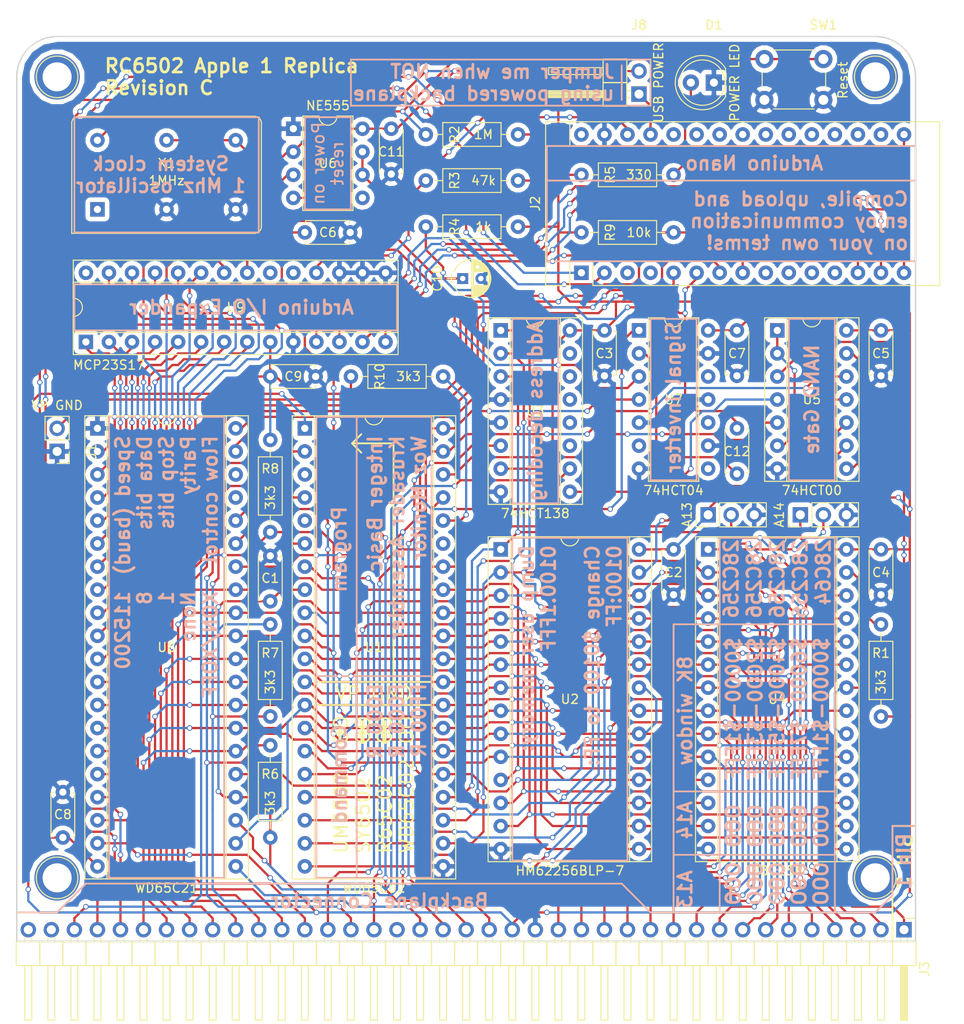
<source format=kicad_pcb>
(kicad_pcb (version 4) (host pcbnew 4.0.7)
  (layers (0 F.Cu signal) (31 B.Cu signal) (34 B.Paste user) (35 F.Paste user) (36 B.SilkS user) (37 F.SilkS user) (38 B.Mask user) (39 F.Mask user) (44 Edge.Cuts user))
  (net 0 "")
  (net 1 GND)
  (net 2 OUT_DA)
  (net 3 VCC)
  (net 4 "Net-(D1-Pad2)")
  (net 5 "Net-(J1-Pad2)")
  (net 6 TX)
  (net 7 RX)
  (net 8 KBD_READY)
  (net 9 KBD_STROBE)
  (net 10 OUT_RDA)
  (net 11 P_RESET)
  (net 12 "Net-(J2-Pad13)")
  (net 13 "Net-(J2-Pad14)")
  (net 14 "Net-(J2-Pad15)")
  (net 15 "Net-(J2-Pad16)")
  (net 16 A15)
  (net 17 A14)
  (net 18 A13)
  (net 19 A12)
  (net 20 A11)
  (net 21 A10)
  (net 22 A9)
  (net 23 A8)
  (net 24 A7)
  (net 25 A6)
  (net 26 A5)
  (net 27 A4)
  (net 28 A3)
  (net 29 A2)
  (net 30 A1)
  (net 31 A0)
  (net 32 PHI2)
  (net 33 RESET)
  (net 34 CLOCK)
  (net 35 IRQ)
  (net 36 RW)
  (net 37 RDY)
  (net 38 SYNC)
  (net 39 D0)
  (net 40 D1)
  (net 41 D2)
  (net 42 D3)
  (net 43 D4)
  (net 44 D5)
  (net 45 D6)
  (net 46 D7)
  (net 47 NMI)
  (net 48 A13_W)
  (net 49 A14_W)
  (net 50 "Net-(R1-Pad1)")
  (net 51 CS_PIA)
  (net 52 CS_ROM)
  (net 53 "Net-(U5-Pad1)")
  (net 54 KBD_D0)
  (net 55 KBD_D1)
  (net 56 KBD_D2)
  (net 57 KBD_D3)
  (net 58 KBD_D4)
  (net 59 KBD_D5)
  (net 60 KBD_D6)
  (net 61 KBD_D7)
  (net 62 OUT_D0)
  (net 63 OUT_D1)
  (net 64 OUT_D2)
  (net 65 OUT_D3)
  (net 66 OUT_D4)
  (net 67 OUT_D5)
  (net 68 OUT_D6)
  (net 69 "Net-(U2-Pad27)")
  (net 70 "Net-(U3-Pad9)")
  (net 71 "Net-(U3-Pad7)")
  (net 72 "Net-(U5-Pad13)")
  (net 73 "Net-(U6-Pad3)")
  (net 74 "Net-(U7-Pad1)")
  (net 75 "Net-(C6-Pad1)")
  (net 76 "Net-(C10-Pad1)")
  (net 77 "Net-(C12-Pad2)")
  (net 78 "Net-(J2-Pad27)")
  (net 79 "Net-(R10-Pad1)")
  (module Housings_DIP:DIP-40_W15.24mm_Socket (layer F.Cu) (at 147.955 82.55)
    (fp_text reference U1 (at 7.62 24.13) (layer F.SilkS))
    (fp_text value WD65C02 (at 7.62 50.65) (layer F.SilkS))
    (pad 1 thru_hole rect (at 0 0) (size 1.6 1.6) (drill 0.8) (layers *.Cu *.Mask) (net 5 "Net-(J1-Pad2)"))
    (pad 21 thru_hole oval (at 15.24 48.26) (size 1.6 1.6) (drill 0.8) (layers *.Cu *.Mask) (net 1 GND))
    (pad 2 thru_hole oval (at 0 2.54) (size 1.6 1.6) (drill 0.8) (layers *.Cu *.Mask) (net 37 RDY))
    (pad 22 thru_hole oval (at 15.24 45.72) (size 1.6 1.6) (drill 0.8) (layers *.Cu *.Mask) (net 19 A12))
    (pad 3 thru_hole oval (at 0 5.08) (size 1.6 1.6) (drill 0.8) (layers *.Cu *.Mask))
    (pad 23 thru_hole oval (at 15.24 43.18) (size 1.6 1.6) (drill 0.8) (layers *.Cu *.Mask) (net 18 A13))
    (pad 4 thru_hole oval (at 0 7.62) (size 1.6 1.6) (drill 0.8) (layers *.Cu *.Mask) (net 35 IRQ))
    (pad 24 thru_hole oval (at 15.24 40.64) (size 1.6 1.6) (drill 0.8) (layers *.Cu *.Mask) (net 17 A14))
    (pad 5 thru_hole oval (at 0 10.16) (size 1.6 1.6) (drill 0.8) (layers *.Cu *.Mask))
    (pad 25 thru_hole oval (at 15.24 38.1) (size 1.6 1.6) (drill 0.8) (layers *.Cu *.Mask) (net 16 A15))
    (pad 6 thru_hole oval (at 0 12.7) (size 1.6 1.6) (drill 0.8) (layers *.Cu *.Mask) (net 47 NMI))
    (pad 26 thru_hole oval (at 15.24 35.56) (size 1.6 1.6) (drill 0.8) (layers *.Cu *.Mask) (net 46 D7))
    (pad 7 thru_hole oval (at 0 15.24) (size 1.6 1.6) (drill 0.8) (layers *.Cu *.Mask) (net 38 SYNC))
    (pad 27 thru_hole oval (at 15.24 33.02) (size 1.6 1.6) (drill 0.8) (layers *.Cu *.Mask) (net 45 D6))
    (pad 8 thru_hole oval (at 0 17.78) (size 1.6 1.6) (drill 0.8) (layers *.Cu *.Mask) (net 3 VCC))
    (pad 28 thru_hole oval (at 15.24 30.48) (size 1.6 1.6) (drill 0.8) (layers *.Cu *.Mask) (net 44 D5))
    (pad 9 thru_hole oval (at 0 20.32) (size 1.6 1.6) (drill 0.8) (layers *.Cu *.Mask) (net 31 A0))
    (pad 29 thru_hole oval (at 15.24 27.94) (size 1.6 1.6) (drill 0.8) (layers *.Cu *.Mask) (net 43 D4))
    (pad 10 thru_hole oval (at 0 22.86) (size 1.6 1.6) (drill 0.8) (layers *.Cu *.Mask) (net 30 A1))
    (pad 30 thru_hole oval (at 15.24 25.4) (size 1.6 1.6) (drill 0.8) (layers *.Cu *.Mask) (net 42 D3))
    (pad 11 thru_hole oval (at 0 25.4) (size 1.6 1.6) (drill 0.8) (layers *.Cu *.Mask) (net 29 A2))
    (pad 31 thru_hole oval (at 15.24 22.86) (size 1.6 1.6) (drill 0.8) (layers *.Cu *.Mask) (net 41 D2))
    (pad 12 thru_hole oval (at 0 27.94) (size 1.6 1.6) (drill 0.8) (layers *.Cu *.Mask) (net 28 A3))
    (pad 32 thru_hole oval (at 15.24 20.32) (size 1.6 1.6) (drill 0.8) (layers *.Cu *.Mask) (net 40 D1))
    (pad 13 thru_hole oval (at 0 30.48) (size 1.6 1.6) (drill 0.8) (layers *.Cu *.Mask) (net 27 A4))
    (pad 33 thru_hole oval (at 15.24 17.78) (size 1.6 1.6) (drill 0.8) (layers *.Cu *.Mask) (net 39 D0))
    (pad 14 thru_hole oval (at 0 33.02) (size 1.6 1.6) (drill 0.8) (layers *.Cu *.Mask) (net 26 A5))
    (pad 34 thru_hole oval (at 15.24 15.24) (size 1.6 1.6) (drill 0.8) (layers *.Cu *.Mask) (net 36 RW))
    (pad 15 thru_hole oval (at 0 35.56) (size 1.6 1.6) (drill 0.8) (layers *.Cu *.Mask) (net 25 A6))
    (pad 35 thru_hole oval (at 15.24 12.7) (size 1.6 1.6) (drill 0.8) (layers *.Cu *.Mask))
    (pad 16 thru_hole oval (at 0 38.1) (size 1.6 1.6) (drill 0.8) (layers *.Cu *.Mask) (net 24 A7))
    (pad 36 thru_hole oval (at 15.24 10.16) (size 1.6 1.6) (drill 0.8) (layers *.Cu *.Mask) (net 79 "Net-(R10-Pad1)"))
    (pad 17 thru_hole oval (at 0 40.64) (size 1.6 1.6) (drill 0.8) (layers *.Cu *.Mask) (net 23 A8))
    (pad 37 thru_hole oval (at 15.24 7.62) (size 1.6 1.6) (drill 0.8) (layers *.Cu *.Mask) (net 34 CLOCK))
    (pad 18 thru_hole oval (at 0 43.18) (size 1.6 1.6) (drill 0.8) (layers *.Cu *.Mask) (net 22 A9))
    (pad 38 thru_hole oval (at 15.24 5.08) (size 1.6 1.6) (drill 0.8) (layers *.Cu *.Mask) (net 3 VCC))
    (pad 19 thru_hole oval (at 0 45.72) (size 1.6 1.6) (drill 0.8) (layers *.Cu *.Mask) (net 21 A10))
    (pad 39 thru_hole oval (at 15.24 2.54) (size 1.6 1.6) (drill 0.8) (layers *.Cu *.Mask) (net 32 PHI2))
    (pad 20 thru_hole oval (at 0 48.26) (size 1.6 1.6) (drill 0.8) (layers *.Cu *.Mask) (net 20 A11))
    (pad 40 thru_hole oval (at 15.24 0) (size 1.6 1.6) (drill 0.8) (layers *.Cu *.Mask) (net 33 RESET))
  )
  (module Capacitors_THT:C_Disc_D4.7mm_W2.5mm_P5.00mm (layer F.Cu) (at 144.145 101.6 90)
    (fp_text reference C1 (at 2.54 0 180) (layer F.SilkS))
    (fp_text value 100nF)
    (pad 1 thru_hole circle (at 0 0 90) (size 1.6 1.6) (drill 0.8) (layers *.Cu *.Mask) (net 3 VCC))
    (pad 2 thru_hole circle (at 5 0 90) (size 1.6 1.6) (drill 0.8) (layers *.Cu *.Mask) (net 1 GND))
  )
  (module Capacitors_THT:C_Disc_D4.7mm_W2.5mm_P5.00mm (layer F.Cu) (at 188.595 95.885 270)
    (fp_text reference C2 (at 2.54 0 360) (layer F.SilkS))
    (fp_text value 100nF)
    (pad 1 thru_hole circle (at 0 0 270) (size 1.6 1.6) (drill 0.8) (layers *.Cu *.Mask) (net 3 VCC))
    (pad 2 thru_hole circle (at 5 0 270) (size 1.6 1.6) (drill 0.8) (layers *.Cu *.Mask) (net 1 GND))
  )
  (module Capacitors_THT:C_Disc_D4.7mm_W2.5mm_P5.00mm (layer F.Cu) (at 211.455 95.885 270)
    (fp_text reference C4 (at 2.54 0 360) (layer F.SilkS))
    (fp_text value 100nF)
    (pad 1 thru_hole circle (at 0 0 270) (size 1.6 1.6) (drill 0.8) (layers *.Cu *.Mask) (net 3 VCC))
    (pad 2 thru_hole circle (at 5 0 270) (size 1.6 1.6) (drill 0.8) (layers *.Cu *.Mask) (net 1 GND))
  )
  (module Capacitors_THT:C_Disc_D4.7mm_W2.5mm_P5.00mm (layer F.Cu) (at 211.455 71.755 270)
    (fp_text reference C5 (at 2.54 0 360) (layer F.SilkS))
    (fp_text value 100nF)
    (pad 1 thru_hole circle (at 0 0 270) (size 1.6 1.6) (drill 0.8) (layers *.Cu *.Mask) (net 3 VCC))
    (pad 2 thru_hole circle (at 5 0 270) (size 1.6 1.6) (drill 0.8) (layers *.Cu *.Mask) (net 1 GND))
  )
  (module Capacitors_THT:C_Disc_D4.7mm_W2.5mm_P5.00mm (layer F.Cu) (at 147.955 60.96)
    (fp_text reference C6 (at 2.54 0) (layer F.SilkS))
    (fp_text value 100nF)
    (pad 1 thru_hole circle (at 0 0) (size 1.6 1.6) (drill 0.8) (layers *.Cu *.Mask) (net 75 "Net-(C6-Pad1)"))
    (pad 2 thru_hole circle (at 5 0) (size 1.6 1.6) (drill 0.8) (layers *.Cu *.Mask) (net 1 GND))
  )
  (module Capacitors_THT:C_Disc_D4.7mm_W2.5mm_P5.00mm (layer F.Cu) (at 195.58 71.755 270)
    (fp_text reference C7 (at 2.54 0 360) (layer F.SilkS))
    (fp_text value 100nF)
    (pad 1 thru_hole circle (at 0 0 270) (size 1.6 1.6) (drill 0.8) (layers *.Cu *.Mask) (net 3 VCC))
    (pad 2 thru_hole circle (at 5 0 270) (size 1.6 1.6) (drill 0.8) (layers *.Cu *.Mask) (net 1 GND))
  )
  (module Capacitors_THT:C_Disc_D4.7mm_W2.5mm_P5.00mm (layer F.Cu) (at 121.285 127.635 90)
    (fp_text reference C8 (at 2.54 0 180) (layer F.SilkS))
    (fp_text value 100nF)
    (pad 1 thru_hole circle (at 0 0 90) (size 1.6 1.6) (drill 0.8) (layers *.Cu *.Mask) (net 3 VCC))
    (pad 2 thru_hole circle (at 5 0 90) (size 1.6 1.6) (drill 0.8) (layers *.Cu *.Mask) (net 1 GND))
  )
  (module Capacitors_THT:C_Disc_D4.7mm_W2.5mm_P5.00mm (layer F.Cu) (at 144.145 76.835)
    (fp_text reference C9 (at 2.54 0) (layer F.SilkS))
    (fp_text value 100nF)
    (pad 1 thru_hole circle (at 0 0) (size 1.6 1.6) (drill 0.8) (layers *.Cu *.Mask) (net 3 VCC))
    (pad 2 thru_hole circle (at 5 0) (size 1.6 1.6) (drill 0.8) (layers *.Cu *.Mask) (net 1 GND))
  )
  (module Capacitors_THT:C_Disc_D4.7mm_W2.5mm_P5.00mm (layer F.Cu) (at 157.48 49.53 270)
    (fp_text reference C11 (at 2.54 0 360) (layer F.SilkS))
    (fp_text value 100nF)
    (pad 1 thru_hole circle (at 0 0 270) (size 1.6 1.6) (drill 0.8) (layers *.Cu *.Mask) (net 3 VCC))
    (pad 2 thru_hole circle (at 5 0 270) (size 1.6 1.6) (drill 0.8) (layers *.Cu *.Mask) (net 1 GND))
  )
  (module Modules:Arduino_Nano (layer F.Cu) (at 178.435 65.405 90)
    (fp_text reference J2 (at 7.62 -5.08 90) (layer F.SilkS))
    (fp_text value "Arduino Nano")
    (pad 1 thru_hole rect (at 0 0 90) (size 1.6 1.6) (drill 0.8) (layers *.Cu *.Mask) (net 6 TX))
    (pad 17 thru_hole oval (at 15.24 33.02 90) (size 1.6 1.6) (drill 0.8) (layers *.Cu *.Mask))
    (pad 2 thru_hole oval (at 0 2.54 90) (size 1.6 1.6) (drill 0.8) (layers *.Cu *.Mask) (net 7 RX))
    (pad 18 thru_hole oval (at 15.24 30.48 90) (size 1.6 1.6) (drill 0.8) (layers *.Cu *.Mask))
    (pad 3 thru_hole oval (at 0 5.08 90) (size 1.6 1.6) (drill 0.8) (layers *.Cu *.Mask))
    (pad 19 thru_hole oval (at 15.24 27.94 90) (size 1.6 1.6) (drill 0.8) (layers *.Cu *.Mask))
    (pad 4 thru_hole oval (at 0 7.62 90) (size 1.6 1.6) (drill 0.8) (layers *.Cu *.Mask))
    (pad 20 thru_hole oval (at 15.24 25.4 90) (size 1.6 1.6) (drill 0.8) (layers *.Cu *.Mask))
    (pad 5 thru_hole oval (at 0 10.16 90) (size 1.6 1.6) (drill 0.8) (layers *.Cu *.Mask) (net 8 KBD_READY))
    (pad 21 thru_hole oval (at 15.24 22.86 90) (size 1.6 1.6) (drill 0.8) (layers *.Cu *.Mask))
    (pad 6 thru_hole oval (at 0 12.7 90) (size 1.6 1.6) (drill 0.8) (layers *.Cu *.Mask) (net 2 OUT_DA))
    (pad 22 thru_hole oval (at 15.24 20.32 90) (size 1.6 1.6) (drill 0.8) (layers *.Cu *.Mask))
    (pad 7 thru_hole oval (at 0 15.24 90) (size 1.6 1.6) (drill 0.8) (layers *.Cu *.Mask) (net 9 KBD_STROBE))
    (pad 23 thru_hole oval (at 15.24 17.78 90) (size 1.6 1.6) (drill 0.8) (layers *.Cu *.Mask))
    (pad 8 thru_hole oval (at 0 17.78 90) (size 1.6 1.6) (drill 0.8) (layers *.Cu *.Mask) (net 10 OUT_RDA))
    (pad 24 thru_hole oval (at 15.24 15.24 90) (size 1.6 1.6) (drill 0.8) (layers *.Cu *.Mask))
    (pad 9 thru_hole oval (at 0 20.32 90) (size 1.6 1.6) (drill 0.8) (layers *.Cu *.Mask))
    (pad 25 thru_hole oval (at 15.24 12.7 90) (size 1.6 1.6) (drill 0.8) (layers *.Cu *.Mask))
    (pad 10 thru_hole oval (at 0 22.86 90) (size 1.6 1.6) (drill 0.8) (layers *.Cu *.Mask))
    (pad 26 thru_hole oval (at 15.24 10.16 90) (size 1.6 1.6) (drill 0.8) (layers *.Cu *.Mask))
    (pad 11 thru_hole oval (at 0 25.4 90) (size 1.6 1.6) (drill 0.8) (layers *.Cu *.Mask))
    (pad 27 thru_hole oval (at 15.24 7.62 90) (size 1.6 1.6) (drill 0.8) (layers *.Cu *.Mask) (net 78 "Net-(J2-Pad27)"))
    (pad 12 thru_hole oval (at 0 27.94 90) (size 1.6 1.6) (drill 0.8) (layers *.Cu *.Mask))
    (pad 28 thru_hole oval (at 15.24 5.08 90) (size 1.6 1.6) (drill 0.8) (layers *.Cu *.Mask) (net 11 P_RESET))
    (pad 13 thru_hole oval (at 0 30.48 90) (size 1.6 1.6) (drill 0.8) (layers *.Cu *.Mask) (net 12 "Net-(J2-Pad13)"))
    (pad 29 thru_hole oval (at 15.24 2.54 90) (size 1.6 1.6) (drill 0.8) (layers *.Cu *.Mask) (net 1 GND))
    (pad 14 thru_hole oval (at 0 33.02 90) (size 1.6 1.6) (drill 0.8) (layers *.Cu *.Mask) (net 13 "Net-(J2-Pad14)"))
    (pad 30 thru_hole oval (at 15.24 0 90) (size 1.6 1.6) (drill 0.8) (layers *.Cu *.Mask))
    (pad 15 thru_hole oval (at 0 35.56 90) (size 1.6 1.6) (drill 0.8) (layers *.Cu *.Mask) (net 14 "Net-(J2-Pad15)"))
    (pad 16 thru_hole oval (at 15.24 35.56 90) (size 1.6 1.6) (drill 0.8) (layers *.Cu *.Mask) (net 15 "Net-(J2-Pad16)"))
  )
  (module Pin_Headers:Pin_Header_Angled_1x39_Pitch2.54mm (layer F.Cu) (at 213.995 137.795 270)
    (fp_text reference J3 (at 4.315 -2.27 270) (layer F.SilkS))
    (fp_text value Backplane)
    (pad 1 thru_hole rect (at 0 0 270) (size 1.7 1.7) (drill 1) (layers *.Cu *.Mask) (net 16 A15))
    (pad 2 thru_hole oval (at 0 2.54 270) (size 1.7 1.7) (drill 1) (layers *.Cu *.Mask) (net 17 A14))
    (pad 3 thru_hole oval (at 0 5.08 270) (size 1.7 1.7) (drill 1) (layers *.Cu *.Mask) (net 18 A13))
    (pad 4 thru_hole oval (at 0 7.62 270) (size 1.7 1.7) (drill 1) (layers *.Cu *.Mask) (net 19 A12))
    (pad 5 thru_hole oval (at 0 10.16 270) (size 1.7 1.7) (drill 1) (layers *.Cu *.Mask) (net 20 A11))
    (pad 6 thru_hole oval (at 0 12.7 270) (size 1.7 1.7) (drill 1) (layers *.Cu *.Mask) (net 21 A10))
    (pad 7 thru_hole oval (at 0 15.24 270) (size 1.7 1.7) (drill 1) (layers *.Cu *.Mask) (net 22 A9))
    (pad 8 thru_hole oval (at 0 17.78 270) (size 1.7 1.7) (drill 1) (layers *.Cu *.Mask) (net 23 A8))
    (pad 9 thru_hole oval (at 0 20.32 270) (size 1.7 1.7) (drill 1) (layers *.Cu *.Mask) (net 24 A7))
    (pad 10 thru_hole oval (at 0 22.86 270) (size 1.7 1.7) (drill 1) (layers *.Cu *.Mask) (net 25 A6))
    (pad 11 thru_hole oval (at 0 25.4 270) (size 1.7 1.7) (drill 1) (layers *.Cu *.Mask) (net 26 A5))
    (pad 12 thru_hole oval (at 0 27.94 270) (size 1.7 1.7) (drill 1) (layers *.Cu *.Mask) (net 27 A4))
    (pad 13 thru_hole oval (at 0 30.48 270) (size 1.7 1.7) (drill 1) (layers *.Cu *.Mask) (net 28 A3))
    (pad 14 thru_hole oval (at 0 33.02 270) (size 1.7 1.7) (drill 1) (layers *.Cu *.Mask) (net 29 A2))
    (pad 15 thru_hole oval (at 0 35.56 270) (size 1.7 1.7) (drill 1) (layers *.Cu *.Mask) (net 30 A1))
    (pad 16 thru_hole oval (at 0 38.1 270) (size 1.7 1.7) (drill 1) (layers *.Cu *.Mask) (net 31 A0))
    (pad 17 thru_hole oval (at 0 40.64 270) (size 1.7 1.7) (drill 1) (layers *.Cu *.Mask) (net 1 GND))
    (pad 18 thru_hole oval (at 0 43.18 270) (size 1.7 1.7) (drill 1) (layers *.Cu *.Mask) (net 3 VCC))
    (pad 19 thru_hole oval (at 0 45.72 270) (size 1.7 1.7) (drill 1) (layers *.Cu *.Mask) (net 32 PHI2))
    (pad 20 thru_hole oval (at 0 48.26 270) (size 1.7 1.7) (drill 1) (layers *.Cu *.Mask) (net 33 RESET))
    (pad 21 thru_hole oval (at 0 50.8 270) (size 1.7 1.7) (drill 1) (layers *.Cu *.Mask) (net 34 CLOCK))
    (pad 22 thru_hole oval (at 0 53.34 270) (size 1.7 1.7) (drill 1) (layers *.Cu *.Mask) (net 35 IRQ))
    (pad 23 thru_hole oval (at 0 55.88 270) (size 1.7 1.7) (drill 1) (layers *.Cu *.Mask))
    (pad 24 thru_hole oval (at 0 58.42 270) (size 1.7 1.7) (drill 1) (layers *.Cu *.Mask) (net 36 RW))
    (pad 25 thru_hole oval (at 0 60.96 270) (size 1.7 1.7) (drill 1) (layers *.Cu *.Mask) (net 37 RDY))
    (pad 26 thru_hole oval (at 0 63.5 270) (size 1.7 1.7) (drill 1) (layers *.Cu *.Mask) (net 38 SYNC))
    (pad 27 thru_hole oval (at 0 66.04 270) (size 1.7 1.7) (drill 1) (layers *.Cu *.Mask) (net 39 D0))
    (pad 28 thru_hole oval (at 0 68.58 270) (size 1.7 1.7) (drill 1) (layers *.Cu *.Mask) (net 40 D1))
    (pad 29 thru_hole oval (at 0 71.12 270) (size 1.7 1.7) (drill 1) (layers *.Cu *.Mask) (net 41 D2))
    (pad 30 thru_hole oval (at 0 73.66 270) (size 1.7 1.7) (drill 1) (layers *.Cu *.Mask) (net 42 D3))
    (pad 31 thru_hole oval (at 0 76.2 270) (size 1.7 1.7) (drill 1) (layers *.Cu *.Mask) (net 43 D4))
    (pad 32 thru_hole oval (at 0 78.74 270) (size 1.7 1.7) (drill 1) (layers *.Cu *.Mask) (net 44 D5))
    (pad 33 thru_hole oval (at 0 81.28 270) (size 1.7 1.7) (drill 1) (layers *.Cu *.Mask) (net 45 D6))
    (pad 34 thru_hole oval (at 0 83.82 270) (size 1.7 1.7) (drill 1) (layers *.Cu *.Mask) (net 46 D7))
    (pad 35 thru_hole oval (at 0 86.36 270) (size 1.7 1.7) (drill 1) (layers *.Cu *.Mask) (net 6 TX))
    (pad 36 thru_hole oval (at 0 88.9 270) (size 1.7 1.7) (drill 1) (layers *.Cu *.Mask) (net 7 RX))
    (pad 37 thru_hole oval (at 0 91.44 270) (size 1.7 1.7) (drill 1) (layers *.Cu *.Mask) (net 47 NMI))
    (pad 38 thru_hole oval (at 0 93.98 270) (size 1.7 1.7) (drill 1) (layers *.Cu *.Mask))
    (pad 39 thru_hole oval (at 0 96.52 270) (size 1.7 1.7) (drill 1) (layers *.Cu *.Mask))
  )
  (module Resistors_THT:R_Axial_DIN0207_L6.3mm_D2.5mm_P10.16mm_Horizontal (layer F.Cu) (at 211.455 104.14 270)
    (fp_text reference R1 (at 3.175 0 360) (layer F.SilkS))
    (fp_text value 3k3 (at 6.35 0 270) (layer F.SilkS))
    (pad 1 thru_hole circle (at 0 0 270) (size 1.6 1.6) (drill 0.8) (layers *.Cu *.Mask) (net 50 "Net-(R1-Pad1)"))
    (pad 2 thru_hole oval (at 10.16 0 270) (size 1.6 1.6) (drill 0.8) (layers *.Cu *.Mask) (net 3 VCC))
  )
  (module Resistors_THT:R_Axial_DIN0207_L6.3mm_D2.5mm_P10.16mm_Horizontal (layer F.Cu) (at 171.45 50.165 180)
    (fp_text reference R2 (at 6.985 0 270) (layer F.SilkS))
    (fp_text value 1M (at 3.81 0 180) (layer F.SilkS))
    (pad 1 thru_hole circle (at 0 0 180) (size 1.6 1.6) (drill 0.8) (layers *.Cu *.Mask) (net 3 VCC))
    (pad 2 thru_hole oval (at 10.16 0 180) (size 1.6 1.6) (drill 0.8) (layers *.Cu *.Mask) (net 75 "Net-(C6-Pad1)"))
  )
  (module Resistors_THT:R_Axial_DIN0207_L6.3mm_D2.5mm_P10.16mm_Horizontal (layer F.Cu) (at 171.45 55.245 180)
    (fp_text reference R3 (at 6.985 0 270) (layer F.SilkS))
    (fp_text value 47k (at 3.81 0 180) (layer F.SilkS))
    (pad 1 thru_hole circle (at 0 0 180) (size 1.6 1.6) (drill 0.8) (layers *.Cu *.Mask) (net 3 VCC))
    (pad 2 thru_hole oval (at 10.16 0 180) (size 1.6 1.6) (drill 0.8) (layers *.Cu *.Mask) (net 76 "Net-(C10-Pad1)"))
  )
  (module Resistors_THT:R_Axial_DIN0207_L6.3mm_D2.5mm_P10.16mm_Horizontal (layer F.Cu) (at 161.29 60.325)
    (fp_text reference R4 (at 3.175 0 90) (layer F.SilkS))
    (fp_text value 1k (at 6.35 0) (layer F.SilkS))
    (pad 1 thru_hole circle (at 0 0) (size 1.6 1.6) (drill 0.8) (layers *.Cu *.Mask) (net 33 RESET))
    (pad 2 thru_hole oval (at 10.16 0) (size 1.6 1.6) (drill 0.8) (layers *.Cu *.Mask) (net 3 VCC))
  )
  (module Resistors_THT:R_Axial_DIN0207_L6.3mm_D2.5mm_P10.16mm_Horizontal (layer F.Cu) (at 178.435 54.61)
    (fp_text reference R5 (at 3.175 0 90) (layer F.SilkS))
    (fp_text value 330 (at 6.35 0) (layer F.SilkS))
    (pad 1 thru_hole circle (at 0 0) (size 1.6 1.6) (drill 0.8) (layers *.Cu *.Mask) (net 3 VCC))
    (pad 2 thru_hole oval (at 10.16 0) (size 1.6 1.6) (drill 0.8) (layers *.Cu *.Mask) (net 4 "Net-(D1-Pad2)"))
  )
  (module Resistors_THT:R_Axial_DIN0207_L6.3mm_D2.5mm_P10.16mm_Horizontal (layer F.Cu) (at 144.145 117.475 270)
    (fp_text reference R6 (at 3.175 0 360) (layer F.SilkS))
    (fp_text value 3k3 (at 6.35 0 270) (layer F.SilkS))
    (pad 1 thru_hole circle (at 0 0 270) (size 1.6 1.6) (drill 0.8) (layers *.Cu *.Mask) (net 37 RDY))
    (pad 2 thru_hole oval (at 10.16 0 270) (size 1.6 1.6) (drill 0.8) (layers *.Cu *.Mask) (net 3 VCC))
  )
  (module Resistors_THT:R_Axial_DIN0207_L6.3mm_D2.5mm_P10.16mm_Horizontal (layer F.Cu) (at 144.145 114.3 90)
    (fp_text reference R7 (at 6.985 0 180) (layer F.SilkS))
    (fp_text value 3k3 (at 3.81 0 90) (layer F.SilkS))
    (pad 1 thru_hole circle (at 0 0 90) (size 1.6 1.6) (drill 0.8) (layers *.Cu *.Mask) (net 35 IRQ))
    (pad 2 thru_hole oval (at 10.16 0 90) (size 1.6 1.6) (drill 0.8) (layers *.Cu *.Mask) (net 3 VCC))
  )
  (module Resistors_THT:R_Axial_DIN0207_L6.3mm_D2.5mm_P10.16mm_Horizontal (layer F.Cu) (at 144.145 93.98 90)
    (fp_text reference R8 (at 6.985 0 180) (layer F.SilkS))
    (fp_text value 3k3 (at 3.81 0 90) (layer F.SilkS))
    (pad 1 thru_hole circle (at 0 0 90) (size 1.6 1.6) (drill 0.8) (layers *.Cu *.Mask) (net 47 NMI))
    (pad 2 thru_hole oval (at 10.16 0 90) (size 1.6 1.6) (drill 0.8) (layers *.Cu *.Mask) (net 3 VCC))
  )
  (module Resistors_THT:R_Axial_DIN0207_L6.3mm_D2.5mm_P10.16mm_Horizontal (layer F.Cu) (at 178.435 60.96)
    (fp_text reference R9 (at 3.175 0 90) (layer F.SilkS))
    (fp_text value 10k (at 6.35 0) (layer F.SilkS))
    (pad 1 thru_hole circle (at 0 0) (size 1.6 1.6) (drill 0.8) (layers *.Cu *.Mask) (net 3 VCC))
    (pad 2 thru_hole oval (at 10.16 0) (size 1.6 1.6) (drill 0.8) (layers *.Cu *.Mask) (net 12 "Net-(J2-Pad13)"))
  )
  (module Buttons_Switches_THT:SW_PUSH_6mm (layer F.Cu) (at 205.105 46.355 180)
    (fp_text reference SW1 (at 0 8.255 180) (layer F.SilkS))
    (fp_text value RESET)
    (pad 2 thru_hole circle (at 0 4.5 270) (size 2 2) (drill 1.1) (layers *.Cu *.Mask) (net 75 "Net-(C6-Pad1)"))
    (pad 1 thru_hole circle (at 0 0 270) (size 2 2) (drill 1.1) (layers *.Cu *.Mask) (net 1 GND))
    (pad 2 thru_hole circle (at 6.5 4.5 270) (size 2 2) (drill 1.1) (layers *.Cu *.Mask) (net 75 "Net-(C6-Pad1)"))
    (pad 1 thru_hole circle (at 6.5 0 270) (size 2 2) (drill 1.1) (layers *.Cu *.Mask) (net 1 GND))
  )
  (module Housings_DIP:DIP-28_W15.24mm_Socket (layer F.Cu) (at 169.545 95.885)
    (fp_text reference U2 (at 7.62 16.51) (layer F.SilkS))
    (fp_text value HM62256BLP-7 (at 7.62 35.41) (layer F.SilkS))
    (pad 1 thru_hole rect (at 0 0) (size 1.6 1.6) (drill 0.8) (layers *.Cu *.Mask) (net 17 A14))
    (pad 15 thru_hole oval (at 15.24 33.02) (size 1.6 1.6) (drill 0.8) (layers *.Cu *.Mask) (net 42 D3))
    (pad 2 thru_hole oval (at 0 2.54) (size 1.6 1.6) (drill 0.8) (layers *.Cu *.Mask) (net 19 A12))
    (pad 16 thru_hole oval (at 15.24 30.48) (size 1.6 1.6) (drill 0.8) (layers *.Cu *.Mask) (net 43 D4))
    (pad 3 thru_hole oval (at 0 5.08) (size 1.6 1.6) (drill 0.8) (layers *.Cu *.Mask) (net 24 A7))
    (pad 17 thru_hole oval (at 15.24 27.94) (size 1.6 1.6) (drill 0.8) (layers *.Cu *.Mask) (net 44 D5))
    (pad 4 thru_hole oval (at 0 7.62) (size 1.6 1.6) (drill 0.8) (layers *.Cu *.Mask) (net 25 A6))
    (pad 18 thru_hole oval (at 15.24 25.4) (size 1.6 1.6) (drill 0.8) (layers *.Cu *.Mask) (net 45 D6))
    (pad 5 thru_hole oval (at 0 10.16) (size 1.6 1.6) (drill 0.8) (layers *.Cu *.Mask) (net 26 A5))
    (pad 19 thru_hole oval (at 15.24 22.86) (size 1.6 1.6) (drill 0.8) (layers *.Cu *.Mask) (net 46 D7))
    (pad 6 thru_hole oval (at 0 12.7) (size 1.6 1.6) (drill 0.8) (layers *.Cu *.Mask) (net 27 A4))
    (pad 20 thru_hole oval (at 15.24 20.32) (size 1.6 1.6) (drill 0.8) (layers *.Cu *.Mask) (net 16 A15))
    (pad 7 thru_hole oval (at 0 15.24) (size 1.6 1.6) (drill 0.8) (layers *.Cu *.Mask) (net 28 A3))
    (pad 21 thru_hole oval (at 15.24 17.78) (size 1.6 1.6) (drill 0.8) (layers *.Cu *.Mask) (net 21 A10))
    (pad 8 thru_hole oval (at 0 17.78) (size 1.6 1.6) (drill 0.8) (layers *.Cu *.Mask) (net 29 A2))
    (pad 22 thru_hole oval (at 15.24 15.24) (size 1.6 1.6) (drill 0.8) (layers *.Cu *.Mask) (net 16 A15))
    (pad 9 thru_hole oval (at 0 20.32) (size 1.6 1.6) (drill 0.8) (layers *.Cu *.Mask) (net 30 A1))
    (pad 23 thru_hole oval (at 15.24 12.7) (size 1.6 1.6) (drill 0.8) (layers *.Cu *.Mask) (net 20 A11))
    (pad 10 thru_hole oval (at 0 22.86) (size 1.6 1.6) (drill 0.8) (layers *.Cu *.Mask) (net 31 A0))
    (pad 24 thru_hole oval (at 15.24 10.16) (size 1.6 1.6) (drill 0.8) (layers *.Cu *.Mask) (net 22 A9))
    (pad 11 thru_hole oval (at 0 25.4) (size 1.6 1.6) (drill 0.8) (layers *.Cu *.Mask) (net 39 D0))
    (pad 25 thru_hole oval (at 15.24 7.62) (size 1.6 1.6) (drill 0.8) (layers *.Cu *.Mask) (net 23 A8))
    (pad 12 thru_hole oval (at 0 27.94) (size 1.6 1.6) (drill 0.8) (layers *.Cu *.Mask) (net 40 D1))
    (pad 26 thru_hole oval (at 15.24 5.08) (size 1.6 1.6) (drill 0.8) (layers *.Cu *.Mask) (net 18 A13))
    (pad 13 thru_hole oval (at 0 30.48) (size 1.6 1.6) (drill 0.8) (layers *.Cu *.Mask) (net 41 D2))
    (pad 27 thru_hole oval (at 15.24 2.54) (size 1.6 1.6) (drill 0.8) (layers *.Cu *.Mask) (net 69 "Net-(U2-Pad27)"))
    (pad 14 thru_hole oval (at 0 33.02) (size 1.6 1.6) (drill 0.8) (layers *.Cu *.Mask) (net 1 GND))
    (pad 28 thru_hole oval (at 15.24 0) (size 1.6 1.6) (drill 0.8) (layers *.Cu *.Mask) (net 3 VCC))
  )
  (module Housings_DIP:DIP-14_W7.62mm_Socket (layer F.Cu) (at 200.025 71.755)
    (fp_text reference U5 (at 3.81 7.62) (layer F.SilkS))
    (fp_text value 74HCT00 (at 3.81 17.63) (layer F.SilkS))
    (pad 1 thru_hole rect (at 0 0) (size 1.6 1.6) (drill 0.8) (layers *.Cu *.Mask) (net 53 "Net-(U5-Pad1)"))
    (pad 8 thru_hole oval (at 7.62 15.24) (size 1.6 1.6) (drill 0.8) (layers *.Cu *.Mask) (net 72 "Net-(U5-Pad13)"))
    (pad 2 thru_hole oval (at 0 2.54) (size 1.6 1.6) (drill 0.8) (layers *.Cu *.Mask) (net 53 "Net-(U5-Pad1)"))
    (pad 9 thru_hole oval (at 7.62 12.7) (size 1.6 1.6) (drill 0.8) (layers *.Cu *.Mask) (net 36 RW))
    (pad 3 thru_hole oval (at 0 5.08) (size 1.6 1.6) (drill 0.8) (layers *.Cu *.Mask) (net 52 CS_ROM))
    (pad 10 thru_hole oval (at 7.62 10.16) (size 1.6 1.6) (drill 0.8) (layers *.Cu *.Mask) (net 36 RW))
    (pad 4 thru_hole oval (at 0 7.62) (size 1.6 1.6) (drill 0.8) (layers *.Cu *.Mask) (net 70 "Net-(U3-Pad9)"))
    (pad 11 thru_hole oval (at 7.62 7.62) (size 1.6 1.6) (drill 0.8) (layers *.Cu *.Mask) (net 69 "Net-(U2-Pad27)"))
    (pad 5 thru_hole oval (at 0 10.16) (size 1.6 1.6) (drill 0.8) (layers *.Cu *.Mask) (net 71 "Net-(U3-Pad7)"))
    (pad 12 thru_hole oval (at 7.62 5.08) (size 1.6 1.6) (drill 0.8) (layers *.Cu *.Mask) (net 32 PHI2))
    (pad 6 thru_hole oval (at 0 12.7) (size 1.6 1.6) (drill 0.8) (layers *.Cu *.Mask) (net 53 "Net-(U5-Pad1)"))
    (pad 13 thru_hole oval (at 7.62 2.54) (size 1.6 1.6) (drill 0.8) (layers *.Cu *.Mask) (net 72 "Net-(U5-Pad13)"))
    (pad 7 thru_hole oval (at 0 15.24) (size 1.6 1.6) (drill 0.8) (layers *.Cu *.Mask) (net 1 GND))
    (pad 14 thru_hole oval (at 7.62 0) (size 1.6 1.6) (drill 0.8) (layers *.Cu *.Mask) (net 3 VCC))
  )
  (module Housings_DIP:DIP-14_W7.62mm (layer F.Cu) (at 184.785 71.755)
    (fp_text reference U7 (at 3.81 7.62) (layer F.SilkS))
    (fp_text value 74HCT04 (at 3.81 17.63) (layer F.SilkS))
    (pad 1 thru_hole rect (at 0 0) (size 1.6 1.6) (drill 0.8) (layers *.Cu *.Mask) (net 74 "Net-(U7-Pad1)"))
    (pad 8 thru_hole oval (at 7.62 15.24) (size 1.6 1.6) (drill 0.8) (layers *.Cu *.Mask))
    (pad 2 thru_hole oval (at 0 2.54) (size 1.6 1.6) (drill 0.8) (layers *.Cu *.Mask) (net 77 "Net-(C12-Pad2)"))
    (pad 9 thru_hole oval (at 7.62 12.7) (size 1.6 1.6) (drill 0.8) (layers *.Cu *.Mask) (net 1 GND))
    (pad 3 thru_hole oval (at 0 5.08) (size 1.6 1.6) (drill 0.8) (layers *.Cu *.Mask) (net 73 "Net-(U6-Pad3)"))
    (pad 10 thru_hole oval (at 7.62 10.16) (size 1.6 1.6) (drill 0.8) (layers *.Cu *.Mask))
    (pad 4 thru_hole oval (at 0 7.62) (size 1.6 1.6) (drill 0.8) (layers *.Cu *.Mask) (net 33 RESET))
    (pad 11 thru_hole oval (at 7.62 7.62) (size 1.6 1.6) (drill 0.8) (layers *.Cu *.Mask) (net 1 GND))
    (pad 5 thru_hole oval (at 0 10.16) (size 1.6 1.6) (drill 0.8) (layers *.Cu *.Mask) (net 1 GND))
    (pad 12 thru_hole oval (at 7.62 5.08) (size 1.6 1.6) (drill 0.8) (layers *.Cu *.Mask))
    (pad 6 thru_hole oval (at 0 12.7) (size 1.6 1.6) (drill 0.8) (layers *.Cu *.Mask))
    (pad 13 thru_hole oval (at 7.62 2.54) (size 1.6 1.6) (drill 0.8) (layers *.Cu *.Mask) (net 1 GND))
    (pad 7 thru_hole oval (at 0 15.24) (size 1.6 1.6) (drill 0.8) (layers *.Cu *.Mask) (net 1 GND))
    (pad 14 thru_hole oval (at 7.62 0) (size 1.6 1.6) (drill 0.8) (layers *.Cu *.Mask) (net 3 VCC))
  )
  (module Housings_DIP:DIP-40_W15.24mm_Socket (layer F.Cu) (at 125.095 82.55)
    (fp_text reference U8 (at 7.62 24.13) (layer F.SilkS))
    (fp_text value WD65C21 (at 7.62 50.65) (layer F.SilkS))
    (pad 1 thru_hole rect (at 0 0) (size 1.6 1.6) (drill 0.8) (layers *.Cu *.Mask) (net 1 GND))
    (pad 21 thru_hole oval (at 15.24 48.26) (size 1.6 1.6) (drill 0.8) (layers *.Cu *.Mask) (net 36 RW))
    (pad 2 thru_hole oval (at 0 2.54) (size 1.6 1.6) (drill 0.8) (layers *.Cu *.Mask) (net 54 KBD_D0))
    (pad 22 thru_hole oval (at 15.24 45.72) (size 1.6 1.6) (drill 0.8) (layers *.Cu *.Mask) (net 27 A4))
    (pad 3 thru_hole oval (at 0 5.08) (size 1.6 1.6) (drill 0.8) (layers *.Cu *.Mask) (net 55 KBD_D1))
    (pad 23 thru_hole oval (at 15.24 43.18) (size 1.6 1.6) (drill 0.8) (layers *.Cu *.Mask) (net 51 CS_PIA))
    (pad 4 thru_hole oval (at 0 7.62) (size 1.6 1.6) (drill 0.8) (layers *.Cu *.Mask) (net 56 KBD_D2))
    (pad 24 thru_hole oval (at 15.24 40.64) (size 1.6 1.6) (drill 0.8) (layers *.Cu *.Mask) (net 3 VCC))
    (pad 5 thru_hole oval (at 0 10.16) (size 1.6 1.6) (drill 0.8) (layers *.Cu *.Mask) (net 57 KBD_D3))
    (pad 25 thru_hole oval (at 15.24 38.1) (size 1.6 1.6) (drill 0.8) (layers *.Cu *.Mask) (net 32 PHI2))
    (pad 6 thru_hole oval (at 0 12.7) (size 1.6 1.6) (drill 0.8) (layers *.Cu *.Mask) (net 58 KBD_D4))
    (pad 26 thru_hole oval (at 15.24 35.56) (size 1.6 1.6) (drill 0.8) (layers *.Cu *.Mask) (net 46 D7))
    (pad 7 thru_hole oval (at 0 15.24) (size 1.6 1.6) (drill 0.8) (layers *.Cu *.Mask) (net 59 KBD_D5))
    (pad 27 thru_hole oval (at 15.24 33.02) (size 1.6 1.6) (drill 0.8) (layers *.Cu *.Mask) (net 45 D6))
    (pad 8 thru_hole oval (at 0 17.78) (size 1.6 1.6) (drill 0.8) (layers *.Cu *.Mask) (net 60 KBD_D6))
    (pad 28 thru_hole oval (at 15.24 30.48) (size 1.6 1.6) (drill 0.8) (layers *.Cu *.Mask) (net 44 D5))
    (pad 9 thru_hole oval (at 0 20.32) (size 1.6 1.6) (drill 0.8) (layers *.Cu *.Mask) (net 61 KBD_D7))
    (pad 29 thru_hole oval (at 15.24 27.94) (size 1.6 1.6) (drill 0.8) (layers *.Cu *.Mask) (net 43 D4))
    (pad 10 thru_hole oval (at 0 22.86) (size 1.6 1.6) (drill 0.8) (layers *.Cu *.Mask) (net 62 OUT_D0))
    (pad 30 thru_hole oval (at 15.24 25.4) (size 1.6 1.6) (drill 0.8) (layers *.Cu *.Mask) (net 42 D3))
    (pad 11 thru_hole oval (at 0 25.4) (size 1.6 1.6) (drill 0.8) (layers *.Cu *.Mask) (net 63 OUT_D1))
    (pad 31 thru_hole oval (at 15.24 22.86) (size 1.6 1.6) (drill 0.8) (layers *.Cu *.Mask) (net 41 D2))
    (pad 12 thru_hole oval (at 0 27.94) (size 1.6 1.6) (drill 0.8) (layers *.Cu *.Mask) (net 64 OUT_D2))
    (pad 32 thru_hole oval (at 15.24 20.32) (size 1.6 1.6) (drill 0.8) (layers *.Cu *.Mask) (net 40 D1))
    (pad 13 thru_hole oval (at 0 30.48) (size 1.6 1.6) (drill 0.8) (layers *.Cu *.Mask) (net 65 OUT_D3))
    (pad 33 thru_hole oval (at 15.24 17.78) (size 1.6 1.6) (drill 0.8) (layers *.Cu *.Mask) (net 39 D0))
    (pad 14 thru_hole oval (at 0 33.02) (size 1.6 1.6) (drill 0.8) (layers *.Cu *.Mask) (net 66 OUT_D4))
    (pad 34 thru_hole oval (at 15.24 15.24) (size 1.6 1.6) (drill 0.8) (layers *.Cu *.Mask) (net 33 RESET))
    (pad 15 thru_hole oval (at 0 35.56) (size 1.6 1.6) (drill 0.8) (layers *.Cu *.Mask) (net 67 OUT_D5))
    (pad 35 thru_hole oval (at 15.24 12.7) (size 1.6 1.6) (drill 0.8) (layers *.Cu *.Mask) (net 30 A1))
    (pad 16 thru_hole oval (at 0 38.1) (size 1.6 1.6) (drill 0.8) (layers *.Cu *.Mask) (net 68 OUT_D6))
    (pad 36 thru_hole oval (at 15.24 10.16) (size 1.6 1.6) (drill 0.8) (layers *.Cu *.Mask) (net 31 A0))
    (pad 17 thru_hole oval (at 0 40.64) (size 1.6 1.6) (drill 0.8) (layers *.Cu *.Mask) (net 2 OUT_DA))
    (pad 37 thru_hole oval (at 15.24 7.62) (size 1.6 1.6) (drill 0.8) (layers *.Cu *.Mask))
    (pad 18 thru_hole oval (at 0 43.18) (size 1.6 1.6) (drill 0.8) (layers *.Cu *.Mask) (net 10 OUT_RDA))
    (pad 38 thru_hole oval (at 15.24 5.08) (size 1.6 1.6) (drill 0.8) (layers *.Cu *.Mask))
    (pad 19 thru_hole oval (at 0 45.72) (size 1.6 1.6) (drill 0.8) (layers *.Cu *.Mask) (net 74 "Net-(U7-Pad1)"))
    (pad 39 thru_hole oval (at 15.24 2.54) (size 1.6 1.6) (drill 0.8) (layers *.Cu *.Mask) (net 8 KBD_READY))
    (pad 20 thru_hole oval (at 0 48.26) (size 1.6 1.6) (drill 0.8) (layers *.Cu *.Mask) (net 3 VCC))
    (pad 40 thru_hole oval (at 15.24 0) (size 1.6 1.6) (drill 0.8) (layers *.Cu *.Mask) (net 9 KBD_STROBE))
  )
  (module Housings_DIP:DIP-28_W7.62mm_Socket (layer F.Cu) (at 123.825 73.025 90)
    (fp_text reference U9 (at 3.81 16.51 180) (layer F.SilkS))
    (fp_text value MCP23S17 (at -2.54 2.54 180) (layer F.SilkS))
    (pad 1 thru_hole rect (at 0 0 90) (size 1.6 1.6) (drill 0.8) (layers *.Cu *.Mask) (net 54 KBD_D0))
    (pad 15 thru_hole oval (at 7.62 33.02 90) (size 1.6 1.6) (drill 0.8) (layers *.Cu *.Mask) (net 1 GND))
    (pad 2 thru_hole oval (at 0 2.54 90) (size 1.6 1.6) (drill 0.8) (layers *.Cu *.Mask) (net 55 KBD_D1))
    (pad 16 thru_hole oval (at 7.62 30.48 90) (size 1.6 1.6) (drill 0.8) (layers *.Cu *.Mask) (net 1 GND))
    (pad 3 thru_hole oval (at 0 5.08 90) (size 1.6 1.6) (drill 0.8) (layers *.Cu *.Mask) (net 56 KBD_D2))
    (pad 17 thru_hole oval (at 7.62 27.94 90) (size 1.6 1.6) (drill 0.8) (layers *.Cu *.Mask) (net 1 GND))
    (pad 4 thru_hole oval (at 0 7.62 90) (size 1.6 1.6) (drill 0.8) (layers *.Cu *.Mask) (net 57 KBD_D3))
    (pad 18 thru_hole oval (at 7.62 25.4 90) (size 1.6 1.6) (drill 0.8) (layers *.Cu *.Mask) (net 11 P_RESET))
    (pad 5 thru_hole oval (at 0 10.16 90) (size 1.6 1.6) (drill 0.8) (layers *.Cu *.Mask) (net 58 KBD_D4))
    (pad 19 thru_hole oval (at 7.62 22.86 90) (size 1.6 1.6) (drill 0.8) (layers *.Cu *.Mask))
    (pad 6 thru_hole oval (at 0 12.7 90) (size 1.6 1.6) (drill 0.8) (layers *.Cu *.Mask) (net 59 KBD_D5))
    (pad 20 thru_hole oval (at 7.62 20.32 90) (size 1.6 1.6) (drill 0.8) (layers *.Cu *.Mask))
    (pad 7 thru_hole oval (at 0 15.24 90) (size 1.6 1.6) (drill 0.8) (layers *.Cu *.Mask) (net 60 KBD_D6))
    (pad 21 thru_hole oval (at 7.62 17.78 90) (size 1.6 1.6) (drill 0.8) (layers *.Cu *.Mask) (net 62 OUT_D0))
    (pad 8 thru_hole oval (at 0 17.78 90) (size 1.6 1.6) (drill 0.8) (layers *.Cu *.Mask) (net 61 KBD_D7))
    (pad 22 thru_hole oval (at 7.62 15.24 90) (size 1.6 1.6) (drill 0.8) (layers *.Cu *.Mask) (net 63 OUT_D1))
    (pad 9 thru_hole oval (at 0 20.32 90) (size 1.6 1.6) (drill 0.8) (layers *.Cu *.Mask) (net 3 VCC))
    (pad 23 thru_hole oval (at 7.62 12.7 90) (size 1.6 1.6) (drill 0.8) (layers *.Cu *.Mask) (net 64 OUT_D2))
    (pad 10 thru_hole oval (at 0 22.86 90) (size 1.6 1.6) (drill 0.8) (layers *.Cu *.Mask) (net 1 GND))
    (pad 24 thru_hole oval (at 7.62 10.16 90) (size 1.6 1.6) (drill 0.8) (layers *.Cu *.Mask) (net 65 OUT_D3))
    (pad 11 thru_hole oval (at 0 25.4 90) (size 1.6 1.6) (drill 0.8) (layers *.Cu *.Mask) (net 12 "Net-(J2-Pad13)"))
    (pad 25 thru_hole oval (at 7.62 7.62 90) (size 1.6 1.6) (drill 0.8) (layers *.Cu *.Mask) (net 66 OUT_D4))
    (pad 12 thru_hole oval (at 0 27.94 90) (size 1.6 1.6) (drill 0.8) (layers *.Cu *.Mask) (net 15 "Net-(J2-Pad16)"))
    (pad 26 thru_hole oval (at 7.62 5.08 90) (size 1.6 1.6) (drill 0.8) (layers *.Cu *.Mask) (net 67 OUT_D5))
    (pad 13 thru_hole oval (at 0 30.48 90) (size 1.6 1.6) (drill 0.8) (layers *.Cu *.Mask) (net 13 "Net-(J2-Pad14)"))
    (pad 27 thru_hole oval (at 7.62 2.54 90) (size 1.6 1.6) (drill 0.8) (layers *.Cu *.Mask) (net 68 OUT_D6))
    (pad 14 thru_hole oval (at 0 33.02 90) (size 1.6 1.6) (drill 0.8) (layers *.Cu *.Mask) (net 14 "Net-(J2-Pad15)"))
    (pad 28 thru_hole oval (at 7.62 0 90) (size 1.6 1.6) (drill 0.8) (layers *.Cu *.Mask))
  )
  (module Housings_DIP:DIP-16_W7.62mm_Socket (layer F.Cu) (at 169.545 71.755)
    (fp_text reference U3 (at 3.81 8.89) (layer F.SilkS))
    (fp_text value 74HCT138 (at 3.81 20.17) (layer F.SilkS))
    (pad 1 thru_hole rect (at 0 0) (size 1.6 1.6) (drill 0.8) (layers *.Cu *.Mask) (net 19 A12))
    (pad 9 thru_hole oval (at 7.62 17.78) (size 1.6 1.6) (drill 0.8) (layers *.Cu *.Mask) (net 70 "Net-(U3-Pad9)"))
    (pad 2 thru_hole oval (at 0 2.54) (size 1.6 1.6) (drill 0.8) (layers *.Cu *.Mask) (net 18 A13))
    (pad 10 thru_hole oval (at 7.62 15.24) (size 1.6 1.6) (drill 0.8) (layers *.Cu *.Mask) (net 51 CS_PIA))
    (pad 3 thru_hole oval (at 0 5.08) (size 1.6 1.6) (drill 0.8) (layers *.Cu *.Mask) (net 17 A14))
    (pad 11 thru_hole oval (at 7.62 12.7) (size 1.6 1.6) (drill 0.8) (layers *.Cu *.Mask))
    (pad 4 thru_hole oval (at 0 7.62) (size 1.6 1.6) (drill 0.8) (layers *.Cu *.Mask) (net 1 GND))
    (pad 12 thru_hole oval (at 7.62 10.16) (size 1.6 1.6) (drill 0.8) (layers *.Cu *.Mask))
    (pad 5 thru_hole oval (at 0 10.16) (size 1.6 1.6) (drill 0.8) (layers *.Cu *.Mask) (net 1 GND))
    (pad 13 thru_hole oval (at 7.62 7.62) (size 1.6 1.6) (drill 0.8) (layers *.Cu *.Mask))
    (pad 6 thru_hole oval (at 0 12.7) (size 1.6 1.6) (drill 0.8) (layers *.Cu *.Mask) (net 16 A15))
    (pad 14 thru_hole oval (at 7.62 5.08) (size 1.6 1.6) (drill 0.8) (layers *.Cu *.Mask))
    (pad 7 thru_hole oval (at 0 15.24) (size 1.6 1.6) (drill 0.8) (layers *.Cu *.Mask) (net 71 "Net-(U3-Pad7)"))
    (pad 15 thru_hole oval (at 7.62 2.54) (size 1.6 1.6) (drill 0.8) (layers *.Cu *.Mask))
    (pad 8 thru_hole oval (at 0 17.78) (size 1.6 1.6) (drill 0.8) (layers *.Cu *.Mask) (net 1 GND))
    (pad 16 thru_hole oval (at 7.62 0) (size 1.6 1.6) (drill 0.8) (layers *.Cu *.Mask) (net 3 VCC))
  )
  (module Housings_DIP:DIP-28_W15.24mm_Socket (layer F.Cu) (at 192.405 95.885)
    (fp_text reference U4 (at 7.62 16.51) (layer F.SilkS))
    (fp_text value 28C256 (at 7.62 35.41) (layer F.SilkS))
    (pad 1 thru_hole rect (at 0 0) (size 1.6 1.6) (drill 0.8) (layers *.Cu *.Mask) (net 49 A14_W))
    (pad 15 thru_hole oval (at 15.24 33.02) (size 1.6 1.6) (drill 0.8) (layers *.Cu *.Mask) (net 42 D3))
    (pad 2 thru_hole oval (at 0 2.54) (size 1.6 1.6) (drill 0.8) (layers *.Cu *.Mask) (net 19 A12))
    (pad 16 thru_hole oval (at 15.24 30.48) (size 1.6 1.6) (drill 0.8) (layers *.Cu *.Mask) (net 43 D4))
    (pad 3 thru_hole oval (at 0 5.08) (size 1.6 1.6) (drill 0.8) (layers *.Cu *.Mask) (net 24 A7))
    (pad 17 thru_hole oval (at 15.24 27.94) (size 1.6 1.6) (drill 0.8) (layers *.Cu *.Mask) (net 44 D5))
    (pad 4 thru_hole oval (at 0 7.62) (size 1.6 1.6) (drill 0.8) (layers *.Cu *.Mask) (net 25 A6))
    (pad 18 thru_hole oval (at 15.24 25.4) (size 1.6 1.6) (drill 0.8) (layers *.Cu *.Mask) (net 45 D6))
    (pad 5 thru_hole oval (at 0 10.16) (size 1.6 1.6) (drill 0.8) (layers *.Cu *.Mask) (net 26 A5))
    (pad 19 thru_hole oval (at 15.24 22.86) (size 1.6 1.6) (drill 0.8) (layers *.Cu *.Mask) (net 46 D7))
    (pad 6 thru_hole oval (at 0 12.7) (size 1.6 1.6) (drill 0.8) (layers *.Cu *.Mask) (net 27 A4))
    (pad 20 thru_hole oval (at 15.24 20.32) (size 1.6 1.6) (drill 0.8) (layers *.Cu *.Mask) (net 52 CS_ROM))
    (pad 7 thru_hole oval (at 0 15.24) (size 1.6 1.6) (drill 0.8) (layers *.Cu *.Mask) (net 28 A3))
    (pad 21 thru_hole oval (at 15.24 17.78) (size 1.6 1.6) (drill 0.8) (layers *.Cu *.Mask) (net 21 A10))
    (pad 8 thru_hole oval (at 0 17.78) (size 1.6 1.6) (drill 0.8) (layers *.Cu *.Mask) (net 29 A2))
    (pad 22 thru_hole oval (at 15.24 15.24) (size 1.6 1.6) (drill 0.8) (layers *.Cu *.Mask) (net 52 CS_ROM))
    (pad 9 thru_hole oval (at 0 20.32) (size 1.6 1.6) (drill 0.8) (layers *.Cu *.Mask) (net 30 A1))
    (pad 23 thru_hole oval (at 15.24 12.7) (size 1.6 1.6) (drill 0.8) (layers *.Cu *.Mask) (net 20 A11))
    (pad 10 thru_hole oval (at 0 22.86) (size 1.6 1.6) (drill 0.8) (layers *.Cu *.Mask) (net 31 A0))
    (pad 24 thru_hole oval (at 15.24 10.16) (size 1.6 1.6) (drill 0.8) (layers *.Cu *.Mask) (net 22 A9))
    (pad 11 thru_hole oval (at 0 25.4) (size 1.6 1.6) (drill 0.8) (layers *.Cu *.Mask) (net 39 D0))
    (pad 25 thru_hole oval (at 15.24 7.62) (size 1.6 1.6) (drill 0.8) (layers *.Cu *.Mask) (net 23 A8))
    (pad 12 thru_hole oval (at 0 27.94) (size 1.6 1.6) (drill 0.8) (layers *.Cu *.Mask) (net 40 D1))
    (pad 26 thru_hole oval (at 15.24 5.08) (size 1.6 1.6) (drill 0.8) (layers *.Cu *.Mask) (net 48 A13_W))
    (pad 13 thru_hole oval (at 0 30.48) (size 1.6 1.6) (drill 0.8) (layers *.Cu *.Mask) (net 41 D2))
    (pad 27 thru_hole oval (at 15.24 2.54) (size 1.6 1.6) (drill 0.8) (layers *.Cu *.Mask) (net 50 "Net-(R1-Pad1)"))
    (pad 14 thru_hole oval (at 0 33.02) (size 1.6 1.6) (drill 0.8) (layers *.Cu *.Mask) (net 1 GND))
    (pad 28 thru_hole oval (at 15.24 0) (size 1.6 1.6) (drill 0.8) (layers *.Cu *.Mask) (net 3 VCC))
  )
  (module Housings_DIP:DIP-8_W7.62mm (layer F.Cu) (at 146.685 49.53)
    (fp_text reference U6 (at 3.81 3.81) (layer F.SilkS))
    (fp_text value NE555 (at 3.81 -2.54) (layer F.SilkS))
    (pad 1 thru_hole rect (at 0 0) (size 1.6 1.6) (drill 0.8) (layers *.Cu *.Mask) (net 1 GND))
    (pad 5 thru_hole oval (at 7.62 7.62) (size 1.6 1.6) (drill 0.8) (layers *.Cu *.Mask))
    (pad 2 thru_hole oval (at 0 2.54) (size 1.6 1.6) (drill 0.8) (layers *.Cu *.Mask) (net 75 "Net-(C6-Pad1)"))
    (pad 6 thru_hole oval (at 7.62 5.08) (size 1.6 1.6) (drill 0.8) (layers *.Cu *.Mask) (net 76 "Net-(C10-Pad1)"))
    (pad 3 thru_hole oval (at 0 5.08) (size 1.6 1.6) (drill 0.8) (layers *.Cu *.Mask) (net 73 "Net-(U6-Pad3)"))
    (pad 7 thru_hole oval (at 7.62 2.54) (size 1.6 1.6) (drill 0.8) (layers *.Cu *.Mask) (net 76 "Net-(C10-Pad1)"))
    (pad 4 thru_hole oval (at 0 7.62) (size 1.6 1.6) (drill 0.8) (layers *.Cu *.Mask) (net 3 VCC))
    (pad 8 thru_hole oval (at 7.62 0) (size 1.6 1.6) (drill 0.8) (layers *.Cu *.Mask) (net 3 VCC))
  )
  (module Capacitors_THT:C_Disc_D4.7mm_W2.5mm_P5.00mm (layer F.Cu) (at 180.975 71.755 270)
    (fp_text reference C3 (at 2.54 0 360) (layer F.SilkS))
    (fp_text value 100nF)
    (pad 1 thru_hole circle (at 0 0 270) (size 1.6 1.6) (drill 0.8) (layers *.Cu *.Mask) (net 3 VCC))
    (pad 2 thru_hole circle (at 5 0 270) (size 1.6 1.6) (drill 0.8) (layers *.Cu *.Mask) (net 1 GND))
  )
  (module Capacitors_THT:CP_Radial_D4.0mm_P2.00mm (layer F.Cu) (at 165.354 66.04)
    (fp_text reference C10 (at -2.794 0 90) (layer F.SilkS))
    (fp_text value 10uF)
    (pad 1 thru_hole rect (at 0 0) (size 1.2 1.2) (drill 0.6) (layers *.Cu *.Mask) (net 76 "Net-(C10-Pad1)"))
    (pad 2 thru_hole circle (at 2 0) (size 1.2 1.2) (drill 0.6) (layers *.Cu *.Mask) (net 1 GND))
  )
  (module Capacitors_THT:C_Disc_D4.7mm_W2.5mm_P5.00mm (layer F.Cu) (at 195.58 82.55 270)
    (fp_text reference C12 (at 2.54 0 360) (layer F.SilkS))
    (fp_text value 10nF)
    (pad 1 thru_hole circle (at 0 0 270) (size 1.6 1.6) (drill 0.8) (layers *.Cu *.Mask) (net 2 OUT_DA))
    (pad 2 thru_hole circle (at 5 0 270) (size 1.6 1.6) (drill 0.8) (layers *.Cu *.Mask) (net 77 "Net-(C12-Pad2)"))
  )
  (module rc6502:Mounting (layer F.Cu) (at 210.82 132.08)
    (fp_text reference J4 hide)
    (fp_text value Hole hide)
    (pad 1 thru_hole circle (at 0 0) (size 5 5) (drill 3.2) (layers *.Cu *.Mask))
  )
  (module rc6502:Mounting (layer F.Cu) (at 120.65 132.08)
    (fp_text reference J5 hide)
    (fp_text value Hole hide)
    (pad 1 thru_hole circle (at 0 0) (size 5 5) (drill 3.2) (layers *.Cu *.Mask))
  )
  (module rc6502:Mounting (layer F.Cu) (at 210.82 43.815)
    (fp_text reference J6 hide)
    (fp_text value Hole hide)
    (pad 1 thru_hole circle (at 0 0) (size 5 5) (drill 3.2) (layers *.Cu *.Mask))
  )
  (module rc6502:Mounting (layer F.Cu) (at 120.65 43.815)
    (fp_text reference J7 hide)
    (fp_text value Hole hide)
    (pad 1 thru_hole circle (at 0 0) (size 5 5) (drill 3.2) (layers *.Cu *.Mask))
  )
  (module Pin_Headers:Pin_Header_Straight_1x02_Pitch2.54mm (layer F.Cu) (at 120.65 85.09 180)
    (fp_text reference J1 (at -3.81 0 270) (layer F.SilkS))
    (fp_text value "VP GND" (at 0 5.08 180) (layer F.SilkS))
    (pad 1 thru_hole rect (at 0 0 180) (size 1.7 1.7) (drill 1) (layers *.Cu *.Mask) (net 1 GND))
    (pad 2 thru_hole oval (at 0 2.54 180) (size 1.7 1.7) (drill 1) (layers *.Cu *.Mask) (net 5 "Net-(J1-Pad2)"))
  )
  (module LEDs:LED_D5.0mm (layer F.Cu) (at 193.04 44.45 180)
    (fp_text reference D1 (at 0 6.35 180) (layer F.SilkS))
    (fp_text value Power)
    (pad 1 thru_hole rect (at 0 0 180) (size 1.8 1.8) (drill 0.9) (layers *.Cu *.Mask) (net 1 GND))
    (pad 2 thru_hole circle (at 2.54 0 180) (size 1.8 1.8) (drill 0.9) (layers *.Cu *.Mask) (net 4 "Net-(D1-Pad2)"))
  )
  (module Pin_Headers:Pin_Header_Angled_1x02_Pitch2.54mm (layer F.Cu) (at 184.785 45.72 180)
    (fp_text reference J8 (at 0 7.62 180) (layer F.SilkS))
    (fp_text value Power)
    (pad 1 thru_hole rect (at 0 0 180) (size 1.7 1.7) (drill 1) (layers *.Cu *.Mask) (net 78 "Net-(J2-Pad27)"))
    (pad 2 thru_hole oval (at 0 2.54 180) (size 1.7 1.7) (drill 1) (layers *.Cu *.Mask) (net 3 VCC))
  )
  (module Pin_Headers:Pin_Header_Straight_1x03_Pitch2.54mm (layer F.Cu) (at 192.405 92.075 90)
    (fp_text reference A13 (at 0 -2.33 90) (layer F.SilkS))
    (fp_text value "A13 Select")
    (pad 1 thru_hole rect (at 0 0 90) (size 1.7 1.7) (drill 1) (layers *.Cu *.Mask) (net 3 VCC))
    (pad 2 thru_hole oval (at 0 2.54 90) (size 1.7 1.7) (drill 1) (layers *.Cu *.Mask) (net 48 A13_W))
    (pad 3 thru_hole oval (at 0 5.08 90) (size 1.7 1.7) (drill 1) (layers *.Cu *.Mask) (net 1 GND))
  )
  (module Pin_Headers:Pin_Header_Straight_1x03_Pitch2.54mm (layer F.Cu) (at 202.565 92.075 90)
    (fp_text reference A14 (at 0 -2.33 90) (layer F.SilkS))
    (fp_text value "A14 Select")
    (pad 1 thru_hole rect (at 0 0 90) (size 1.7 1.7) (drill 1) (layers *.Cu *.Mask) (net 3 VCC))
    (pad 2 thru_hole oval (at 0 2.54 90) (size 1.7 1.7) (drill 1) (layers *.Cu *.Mask) (net 49 A14_W))
    (pad 3 thru_hole oval (at 0 5.08 90) (size 1.7 1.7) (drill 1) (layers *.Cu *.Mask) (net 1 GND))
  )
  (module Resistors_THT:R_Axial_DIN0207_L6.3mm_D2.5mm_P10.16mm_Horizontal (layer F.Cu) (at 163.195 76.835 180)
    (fp_text reference R10 (at 6.985 0 270) (layer F.SilkS))
    (fp_text value 3k3 (at 3.81 0 180) (layer F.SilkS))
    (pad 1 thru_hole circle (at 0 0 180) (size 1.6 1.6) (drill 0.8) (layers *.Cu *.Mask) (net 79 "Net-(R10-Pad1)"))
    (pad 2 thru_hole oval (at 10.16 0 180) (size 1.6 1.6) (drill 0.8) (layers *.Cu *.Mask) (net 3 VCC))
  )
  (module Oscillator:Oscillator_DIP-14 (layer F.Cu) (at 125.095 58.42)
    (fp_text reference X1 (at 7.62 -5.08) (layer F.SilkS))
    (fp_text value 1MHz (at 7.62 -3.175) (layer F.SilkS))
    (pad 7 thru_hole circle (at 7.62 0) (size 1.6 1.6) (drill 0.8) (layers *.Cu *.Mask) (net 1 GND))
    (pad 8 thru_hole circle (at 7.62 -7.62) (size 1.6 1.6) (drill 0.8) (layers *.Cu *.Mask) (net 34 CLOCK))
    (pad 1 thru_hole rect (at 0 0) (size 1.6 1.6) (drill 0.8) (layers *.Cu *.Mask))
    (pad 14 thru_hole circle (at 0 -7.62) (size 1.6 1.6) (drill 0.8) (layers *.Cu *.Mask) (net 3 VCC))
    (pad 8 thru_hole circle (at 15.24 -7.62) (size 1.6 1.6) (drill 0.8) (layers *.Cu *.Mask) (net 34 CLOCK))
    (pad 7 thru_hole circle (at 15.24 0) (size 1.6 1.6) (drill 0.8) (layers *.Cu *.Mask) (net 1 GND))
  )
  (gr_line (start 153.035 46.99) (end 157.48 46.99) (angle 90) (layer B.SilkS) (width 0.2))
  (gr_line (start 153.035 41.91) (end 153.035 46.99) (angle 90) (layer B.SilkS) (width 0.2))
  (gr_line (start 157.48 41.91) (end 153.035 41.91) (angle 90) (layer B.SilkS) (width 0.2))
  (gr_line (start 157.734 84.201) (end 157.734 110.49) (angle 90) (layer F.SilkS) (width 0.2))
  (gr_line (start 149.225 110.49) (end 161.925 110.49) (angle 90) (layer F.SilkS) (width 0.2))
  (gr_line (start 149.225 113.03) (end 161.925 113.03) (angle 90) (layer F.SilkS) (width 0.2))
  (gr_line (start 157.48 41.91) (end 158.75 41.91) (angle 90) (layer B.SilkS) (width 0.2))
  (gr_line (start 158.75 46.99) (end 157.48 46.99) (angle 90) (layer B.SilkS) (width 0.2))
  (gr_text "Jumper me when NOT\nusing powered backplane" (at 182.245 44.45) (layer B.SilkS) (effects (font (size 1.5 1.5) (thickness 0.3)) (justify left mirror)))
  (gr_line (start 153.162 84.201) (end 154.178 85.217) (angle 90) (layer F.SilkS) (width 0.2))
  (gr_line (start 153.162 84.201) (end 154.178 83.185) (angle 90) (layer F.SilkS) (width 0.2))
  (gr_line (start 157.734 84.201) (end 153.162 84.201) (angle 90) (layer F.SilkS) (width 0.2))
  (gr_line (start 154.432 117.221) (end 154.432 114.808) (angle 90) (layer F.SilkS) (width 0.2))
  (gr_line (start 156.845 117.221) (end 156.845 114.808) (angle 90) (layer F.SilkS) (width 0.2))
  (gr_line (start 156.591 115.316) (end 156.718 115.316) (angle 90) (layer F.SilkS) (width 0.2))
  (gr_line (start 156.591 117.221) (end 156.591 114.808) (angle 90) (layer F.SilkS) (width 0.2))
  (gr_line (start 156.718 117.221) (end 156.718 114.808) (angle 90) (layer F.SilkS) (width 0.2))
  (gr_line (start 154.178 114.808) (end 154.178 117.221) (angle 90) (layer F.SilkS) (width 0.2))
  (gr_line (start 154.305 117.221) (end 154.305 114.808) (angle 90) (layer F.SilkS) (width 0.2))
  (gr_line (start 151.765 114.808) (end 151.765 117.221) (angle 90) (layer F.SilkS) (width 0.2))
  (gr_line (start 151.892 114.808) (end 151.892 117.221) (angle 90) (layer F.SilkS) (width 0.2))
  (gr_text "VP GND" (at 155.575 111.76) (layer F.SilkS) (effects (font (size 1.5 1.5) (thickness 0.2))))
  (gr_text "OO\nOO\nOO\nOO" (at 155.575 117.475 90) (layer F.SilkS) (effects (font (size 1.5 1.5) (thickness 0.2)) (justify left)))
  (gr_text "UM6502\nSY6502\nR65C02\nWD65C02" (at 155.575 129.54 90) (layer F.SilkS) (effects (font (size 1.5 1.5) (thickness 0.2)) (justify left)))
  (gr_text "Backplane Connector" (at 156.21 134.62) (layer B.SilkS) (effects (font (size 1.5 1.5) (thickness 0.3)) (justify mirror)))
  (gr_text "Pin 1" (at 213.995 127 90) (layer B.SilkS) (effects (font (size 1.5 1.5) (thickness 0.3)) (justify left mirror)))
  (gr_line (start 120.65 135.89) (end 116.205 135.89) (angle 90) (layer B.SilkS) (width 0.2))
  (gr_line (start 123.825 132.715) (end 120.65 135.89) (angle 90) (layer B.SilkS) (width 0.2))
  (gr_line (start 182.88 132.715) (end 123.825 132.715) (angle 90) (layer B.SilkS) (width 0.2))
  (gr_line (start 186.055 135.89) (end 182.88 132.715) (angle 90) (layer B.SilkS) (width 0.2))
  (gr_line (start 210.82 135.89) (end 186.055 135.89) (angle 90) (layer B.SilkS) (width 0.2))
  (gr_line (start 212.725 133.985) (end 210.82 135.89) (angle 90) (layer B.SilkS) (width 0.2))
  (gr_line (start 212.725 126.365) (end 212.725 133.985) (angle 90) (layer B.SilkS) (width 0.2))
  (gr_line (start 215.265 126.365) (end 212.725 126.365) (angle 90) (layer B.SilkS) (width 0.2))
  (gr_line (start 182.88 42.545) (end 182.88 46.355) (angle 90) (layer B.SilkS) (width 0.2))
  (gr_line (start 158.75 46.99) (end 186.055 46.99) (angle 90) (layer B.SilkS) (width 0.2))
  (gr_line (start 186.055 41.91) (end 158.75 41.91) (angle 90) (layer B.SilkS) (width 0.2))
  (gr_line (start 186.055 46.99) (end 186.055 41.91) (angle 90) (layer B.SilkS) (width 0.2))
  (gr_line (start 215.265 55.245) (end 174.625 55.245) (angle 90) (layer B.SilkS) (width 0.2))
  (gr_text "Arduino Nano" (at 197.485 53.34) (layer B.SilkS) (effects (font (size 1.5 1.5) (thickness 0.3)) (justify mirror)))
  (gr_text "Compile, upload and\nenjoy communication\non your own terms!" (at 214.63 59.69) (layer B.SilkS) (effects (font (size 1.5 1.5) (thickness 0.3)) (justify left mirror)))
  (gr_line (start 174.625 64.135) (end 174.625 51.435) (angle 90) (layer B.SilkS) (width 0.2))
  (gr_line (start 215.265 64.135) (end 174.625 64.135) (angle 90) (layer B.SilkS) (width 0.2))
  (gr_line (start 215.265 51.435) (end 215.265 64.135) (angle 90) (layer B.SilkS) (width 0.2))
  (gr_line (start 174.625 51.435) (end 215.265 51.435) (angle 90) (layer B.SilkS) (width 0.2))
  (gr_text "Power on\nreset" (at 150.495 53.34 90) (layer B.SilkS) (effects (font (size 1.3 1.3) (thickness 0.2)) (justify mirror)))
  (gr_line (start 153.035 48.26) (end 147.955 48.26) (angle 90) (layer B.SilkS) (width 0.2))
  (gr_line (start 153.035 58.42) (end 153.035 48.26) (angle 90) (layer B.SilkS) (width 0.2))
  (gr_line (start 147.955 58.42) (end 153.035 58.42) (angle 90) (layer B.SilkS) (width 0.2))
  (gr_line (start 147.955 48.26) (end 147.955 58.42) (angle 90) (layer B.SilkS) (width 0.2))
  (gr_text "System clock\n1 Mhz oscillator" (at 132.08 54.61) (layer B.SilkS) (effects (font (size 1.5 1.5) (thickness 0.3)) (justify mirror)))
  (gr_line (start 142.875 60.96) (end 122.555 60.96) (angle 90) (layer B.SilkS) (width 0.2))
  (gr_line (start 142.875 48.26) (end 142.875 60.96) (angle 90) (layer B.SilkS) (width 0.2))
  (gr_line (start 122.555 48.26) (end 142.875 48.26) (angle 90) (layer B.SilkS) (width 0.2))
  (gr_line (start 122.555 60.96) (end 122.555 48.26) (angle 90) (layer B.SilkS) (width 0.2))
  (gr_text "Arduino I/O Expander" (at 140.97 69.215) (layer B.SilkS) (effects (font (size 1.5 1.5) (thickness 0.3)) (justify mirror)))
  (gr_line (start 122.555 71.755) (end 122.555 66.675) (angle 90) (layer B.SilkS) (width 0.2))
  (gr_line (start 158.115 71.755) (end 122.555 71.755) (angle 90) (layer B.SilkS) (width 0.2))
  (gr_line (start 158.115 66.675) (end 158.115 71.755) (angle 90) (layer B.SilkS) (width 0.2))
  (gr_line (start 122.555 66.675) (end 158.115 66.675) (angle 90) (layer B.SilkS) (width 0.2))
  (gr_text "NAND Gate" (at 203.835 79.375 90) (layer B.SilkS) (effects (font (size 1.5 1.5) (thickness 0.3)) (justify mirror)))
  (gr_line (start 201.295 88.265) (end 206.375 88.265) (angle 90) (layer B.SilkS) (width 0.2))
  (gr_line (start 201.295 70.485) (end 201.295 88.265) (angle 90) (layer B.SilkS) (width 0.2))
  (gr_line (start 206.375 70.485) (end 201.295 70.485) (angle 90) (layer B.SilkS) (width 0.2))
  (gr_line (start 206.375 88.265) (end 206.375 70.485) (angle 90) (layer B.SilkS) (width 0.2))
  (gr_text "Signal inverter" (at 188.595 79.121 90) (layer B.SilkS) (effects (font (size 1.5 1.5) (thickness 0.3)) (justify mirror)))
  (gr_line (start 186.055 88.265) (end 186.055 70.485) (angle 90) (layer B.SilkS) (width 0.2))
  (gr_line (start 191.135 88.265) (end 186.055 88.265) (angle 90) (layer B.SilkS) (width 0.2))
  (gr_line (start 191.135 70.485) (end 191.135 88.265) (angle 90) (layer B.SilkS) (width 0.2))
  (gr_line (start 186.055 70.485) (end 191.135 70.485) (angle 90) (layer B.SilkS) (width 0.2))
  (gr_text "Address decoding" (at 173.355 80.645 90) (layer B.SilkS) (effects (font (size 1.5 1.5) (thickness 0.3)) (justify mirror)))
  (gr_line (start 175.895 70.485) (end 170.815 70.485) (angle 90) (layer B.SilkS) (width 0.2))
  (gr_line (start 175.895 90.805) (end 175.895 70.485) (angle 90) (layer B.SilkS) (width 0.2))
  (gr_line (start 170.815 90.805) (end 175.895 90.805) (angle 90) (layer B.SilkS) (width 0.2))
  (gr_line (start 170.815 70.485) (end 170.815 90.805) (angle 90) (layer B.SilkS) (width 0.2))
  (gr_text "Pin 1" (at 213.995 127 270) (layer F.SilkS) (effects (font (size 1.5 1.5) (thickness 0.3)) (justify left)))
  (gr_line (start 212.725 126.365) (end 215.265 126.365) (angle 90) (layer F.SilkS) (width 0.2))
  (gr_line (start 212.725 139.065) (end 212.725 126.365) (angle 90) (layer F.SilkS) (width 0.2))
  (gr_line (start 126.365 132.08) (end 126.365 81.28) (angle 90) (layer B.SilkS) (width 0.2))
  (gr_line (start 139.065 132.08) (end 126.365 132.08) (angle 90) (layer B.SilkS) (width 0.2))
  (gr_line (start 139.065 81.28) (end 139.065 132.08) (angle 90) (layer B.SilkS) (width 0.2))
  (gr_line (start 126.365 81.28) (end 139.065 81.28) (angle 90) (layer B.SilkS) (width 0.2))
  (gr_text "115200\n8\n1\nNone\nXON/XOFF" (at 132.715 100.33 90) (layer B.SilkS) (effects (font (size 1.5 1.5) (thickness 0.3)) (justify left mirror)))
  (gr_text "Speed (baud)\nData bits\nStop bits\nParity\nFlow control" (at 132.715 83.185 90) (layer B.SilkS) (effects (font (size 1.5 1.5) (thickness 0.3)) (justify left mirror)))
  (gr_line (start 149.225 109.855) (end 161.925 109.855) (angle 90) (layer B.SilkS) (width 0.2))
  (gr_line (start 153.67 132.08) (end 153.67 81.28) (angle 90) (layer B.SilkS) (width 0.2))
  (gr_text Command (at 151.765 120.65 90) (layer B.SilkS) (effects (font (size 1.5 1.5) (thickness 0.3)) (justify mirror)))
  (gr_text Program (at 151.765 95.885 90) (layer B.SilkS) (effects (font (size 1.5 1.5) (thickness 0.3)) (justify mirror)))
  (gr_text "E000 R\nF000 R\nFF00 R" (at 158.115 110.49 90) (layer B.SilkS) (effects (font (size 1.5 1.5) (thickness 0.3)) (justify left mirror)))
  (gr_text "Integer Basic\nKrusader Assembler\nWoz Monitor" (at 158.115 83.185 90) (layer B.SilkS) (effects (font (size 1.5 1.5) (thickness 0.3)) (justify left mirror)))
  (gr_line (start 161.925 132.08) (end 149.225 132.08) (angle 90) (layer B.SilkS) (width 0.2))
  (gr_line (start 161.925 81.28) (end 161.925 132.08) (angle 90) (layer B.SilkS) (width 0.2))
  (gr_line (start 149.225 81.28) (end 161.925 81.28) (angle 90) (layer B.SilkS) (width 0.2))
  (gr_line (start 149.225 132.08) (end 149.225 81.28) (angle 90) (layer B.SilkS) (width 0.2))
  (gr_line (start 193.675 94.615) (end 193.675 135.89) (angle 90) (layer B.SilkS) (width 0.2))
  (gr_line (start 206.375 94.615) (end 193.675 94.615) (angle 90) (layer B.SilkS) (width 0.2))
  (gr_line (start 170.815 130.175) (end 170.815 94.615) (angle 90) (layer B.SilkS) (width 0.2))
  (gr_line (start 183.515 130.175) (end 170.815 130.175) (angle 90) (layer B.SilkS) (width 0.2))
  (gr_line (start 183.515 94.615) (end 183.515 130.175) (angle 90) (layer B.SilkS) (width 0.2))
  (gr_line (start 170.815 94.615) (end 183.515 94.615) (angle 90) (layer B.SilkS) (width 0.2))
  (gr_text "Dump user memory:\n0100.1FFF\n\nChange $0100 to FF:\n0100:FF\n\n" (at 178.435 95.25 90) (layer B.SilkS) (effects (font (size 1.5 1.5) (thickness 0.3)) (justify left mirror)))
  (gr_line (start 202.438 130.81) (end 202.438 133.096) (angle 90) (layer B.SilkS) (width 0.2))
  (gr_line (start 202.565 133.096) (end 202.565 130.81) (angle 90) (layer B.SilkS) (width 0.2))
  (gr_line (start 200.025 134.747) (end 200.025 132.207) (angle 90) (layer B.SilkS) (width 0.2))
  (gr_line (start 199.898 132.334) (end 199.898 134.747) (angle 90) (layer B.SilkS) (width 0.2))
  (gr_line (start 202.565 124.333) (end 202.565 126.746) (angle 90) (layer B.SilkS) (width 0.2))
  (gr_line (start 202.438 126.746) (end 202.438 124.333) (angle 90) (layer B.SilkS) (width 0.2))
  (gr_line (start 200.025 124.333) (end 200.025 126.746) (angle 90) (layer B.SilkS) (width 0.2))
  (gr_line (start 199.898 126.873) (end 199.898 124.333) (angle 90) (layer B.SilkS) (width 0.2))
  (gr_line (start 197.358 125.857) (end 197.358 128.397) (angle 90) (layer B.SilkS) (width 0.2))
  (gr_line (start 197.485 128.397) (end 197.485 125.857) (angle 90) (layer B.SilkS) (width 0.2))
  (gr_line (start 197.485 130.81) (end 197.485 133.096) (angle 90) (layer B.SilkS) (width 0.2))
  (gr_line (start 197.358 133.223) (end 197.358 130.81) (angle 90) (layer B.SilkS) (width 0.2))
  (gr_line (start 194.945 134.747) (end 194.945 132.334) (angle 90) (layer B.SilkS) (width 0.2))
  (gr_line (start 194.818 128.397) (end 194.818 125.984) (angle 90) (layer B.SilkS) (width 0.2))
  (gr_line (start 194.945 125.984) (end 194.945 128.27) (angle 90) (layer B.SilkS) (width 0.2))
  (gr_line (start 194.818 134.747) (end 194.818 132.207) (angle 90) (layer B.SilkS) (width 0.2))
  (gr_line (start 199.9996 131.191) (end 199.9742 131.191) (angle 90) (layer B.SilkS) (width 0.2))
  (gr_line (start 202.5142 124.714) (end 202.5396 124.714) (angle 90) (layer B.SilkS) (width 0.2))
  (gr_text "8K window" (at 189.865 113.665 90) (layer B.SilkS) (effects (font (size 1.5 1.5) (thickness 0.3)) (justify mirror)))
  (gr_line (start 188.595 104.14) (end 206.375 104.14) (angle 90) (layer B.SilkS) (width 0.2))
  (gr_line (start 188.595 122.555) (end 188.595 104.14) (angle 90) (layer B.SilkS) (width 0.2))
  (gr_text "OOO\nOOO\nOOO\nOOO\nOOO" (at 200.025 132.715 90) (layer B.SilkS) (effects (font (size 1.5 1.5) (thickness 0.3)) (justify mirror)))
  (gr_text "OOO\nOOO\nOOO\nOOO\nOOO" (at 200.025 126.365 90) (layer B.SilkS) (effects (font (size 1.5 1.5) (thickness 0.3)) (justify mirror)))
  (gr_line (start 206.375 122.555) (end 206.375 94.615) (angle 90) (layer B.SilkS) (width 0.2))
  (gr_line (start 206.375 129.54) (end 188.595 129.54) (angle 90) (layer B.SilkS) (width 0.2))
  (gr_line (start 188.595 135.89) (end 188.595 122.555) (angle 90) (layer B.SilkS) (width 0.2))
  (gr_line (start 206.375 135.89) (end 188.595 135.89) (angle 90) (layer B.SilkS) (width 0.2))
  (gr_line (start 206.375 122.555) (end 206.375 135.89) (angle 90) (layer B.SilkS) (width 0.2))
  (gr_line (start 188.595 122.555) (end 206.375 122.555) (angle 90) (layer B.SilkS) (width 0.2))
  (gr_text 28C256 (at 194.945 94.615 90) (layer B.SilkS) (effects (font (size 1.5 1.5) (thickness 0.3)) (justify left mirror)))
  (gr_text 28C256 (at 202.565 94.615 90) (layer B.SilkS) (effects (font (size 1.5 1.5) (thickness 0.3)) (justify left mirror)))
  (gr_text 28C256 (at 200.025 94.615 90) (layer B.SilkS) (effects (font (size 1.5 1.5) (thickness 0.3)) (justify left mirror)))
  (gr_text 28C256 (at 197.485 94.615 90) (layer B.SilkS) (effects (font (size 1.5 1.5) (thickness 0.3)) (justify left mirror)))
  (gr_text 28C64 (at 205.105 94.615 90) (layer B.SilkS) (effects (font (size 1.5 1.5) (thickness 0.3)) (justify left mirror)))
  (gr_text A14 (at 189.865 125.73 90) (layer B.SilkS) (effects (font (size 1.5 1.5) (thickness 0.3)) (justify mirror)))
  (gr_text A13 (at 189.865 133.35 90) (layer B.SilkS) (effects (font (size 1.5 1.5) (thickness 0.3)) (justify mirror)))
  (gr_text "$0000-$1FFF\n$2000-$3FFF\n$4000-$5FFF\n$6000-$7FFF\n$0000-$1FFF" (at 200.025 105.41 90) (layer B.SilkS) (effects (font (size 1.5 1.5) (thickness 0.3)) (justify left mirror)))
  (gr_line (start 116.205 43.815) (end 116.205 139.065) (angle 90) (layer Edge.Cuts) (width 0.15))
  (gr_line (start 210.82 39.37) (end 120.65 39.37) (angle 90) (layer Edge.Cuts) (width 0.15))
  (gr_line (start 215.265 139.065) (end 215.265 43.815) (angle 90) (layer Edge.Cuts) (width 0.15))
  (gr_arc (start 210.82 43.815) (end 210.82 39.37) (angle 90) (layer Edge.Cuts) (width 0.15))
  (gr_arc (start 120.65 43.815) (end 116.205 43.815) (angle 90) (layer Edge.Cuts) (width 0.15))
  (gr_text "USB POWER" (at 186.944 44.45 90) (layer F.SilkS) (effects (font (size 1 1))))
  (gr_text "POWER LED" (at 195.326 44.45 90) (layer F.SilkS) (effects (font (size 1 1))))
  (gr_text Reset (at 207.264 44.196 90) (layer F.SilkS) (effects (font (size 1 1))))
  (gr_text "RC6502 Apple 1 Replica\nRevision C" (at 125.73 43.815) (layer F.SilkS) (effects (font (size 1.5 1.5) (thickness 0.3)) (justify left)))
  (gr_line (start 116.205 139.065) (end 215.265 139.065) (angle 90) (layer Edge.Cuts) (width 0.15))
  (segment (start 189.865 69.85) (end 189.23 69.85) (width 0.25) (layer F.Cu) (net 2))
  (segment (start 165.1 76.835) (end 165.1 68.58) (width 0.25) (layer F.Cu) (net 2))
  (segment (start 165.1 68.58) (end 165.735 67.945) (width 0.25) (layer F.Cu) (net 2))
  (segment (start 165.735 67.945) (end 173.99 67.945) (width 0.25) (layer F.Cu) (net 2))
  (segment (start 149.86 79.375) (end 162.56 79.375) (width 0.25) (layer F.Cu) (net 2))
  (segment (start 140.335 79.375) (end 149.86 79.375) (width 0.25) (layer F.Cu) (net 2))
  (segment (start 136.525 83.185) (end 139.065 80.645) (width 0.25) (layer F.Cu) (net 2))
  (segment (start 136.525 97.155) (end 136.525 83.185) (width 0.25) (layer F.Cu) (net 2))
  (segment (start 133.35 102.235) (end 133.35 100.33) (width 0.25) (layer F.Cu) (net 2))
  (segment (start 127.635 123.19) (end 128.905 121.92) (width 0.25) (layer F.Cu) (net 2))
  (segment (start 128.905 121.92) (end 128.905 117.475) (width 0.25) (layer F.Cu) (net 2))
  (segment (start 127.635 123.19) (end 125.095 123.19) (width 0.25) (layer F.Cu) (net 2))
  (segment (start 132.08 107.315) (end 132.08 105.41) (width 0.25) (layer F.Cu) (net 2))
  (segment (start 131.445 107.95) (end 132.08 107.315) (width 0.25) (layer F.Cu) (net 2))
  (segment (start 129.54 116.84) (end 129.54 115.57) (width 0.25) (layer F.Cu) (net 2))
  (segment (start 129.54 115.57) (end 130.175 114.935) (width 0.25) (layer F.Cu) (net 2))
  (segment (start 130.175 114.935) (end 130.175 113.03) (width 0.25) (layer F.Cu) (net 2))
  (segment (start 130.175 113.03) (end 130.81 112.395) (width 0.25) (layer F.Cu) (net 2))
  (segment (start 130.81 112.395) (end 130.81 111.125) (width 0.25) (layer F.Cu) (net 2))
  (segment (start 130.81 111.125) (end 130.81 110.49) (width 0.25) (layer F.Cu) (net 2))
  (segment (start 130.81 110.49) (end 131.445 109.855) (width 0.25) (layer F.Cu) (net 2))
  (segment (start 131.445 109.855) (end 131.445 107.95) (width 0.25) (layer F.Cu) (net 2))
  (segment (start 128.905 117.475) (end 129.54 116.84) (width 0.25) (layer F.Cu) (net 2))
  (segment (start 132.715 104.775) (end 132.715 102.87) (width 0.25) (layer F.Cu) (net 2))
  (segment (start 132.715 102.87) (end 133.35 102.235) (width 0.25) (layer F.Cu) (net 2))
  (segment (start 132.08 105.41) (end 132.715 104.775) (width 0.25) (layer F.Cu) (net 2))
  (segment (start 133.35 100.33) (end 135.255 98.425) (width 0.25) (layer F.Cu) (net 2))
  (segment (start 135.255 98.425) (end 136.525 97.155) (width 0.25) (layer F.Cu) (net 2))
  (segment (start 139.065 80.645) (end 139.7 80.01) (width 0.25) (layer F.Cu) (net 2))
  (segment (start 139.7 80.01) (end 140.335 79.375) (width 0.25) (layer F.Cu) (net 2))
  (segment (start 162.56 79.375) (end 165.1 76.835) (width 0.25) (layer F.Cu) (net 2))
  (via (at 173.99 67.945) (size 0.6) (drill 0.4) (layers F.Cu B.Cu) (net 2))
  (segment (start 175.26 69.215) (end 173.99 67.945) (width 0.25) (layer B.Cu) (net 2))
  (segment (start 177.8 69.215) (end 175.26 69.215) (width 0.25) (layer B.Cu) (net 2))
  (segment (start 179.07 70.485) (end 177.8 69.215) (width 0.25) (layer B.Cu) (net 2))
  (segment (start 182.245 70.485) (end 179.07 70.485) (width 0.25) (layer B.Cu) (net 2))
  (segment (start 183.515 69.215) (end 182.245 70.485) (width 0.25) (layer B.Cu) (net 2))
  (via (at 183.515 69.215) (size 0.6) (drill 0.4) (layers F.Cu B.Cu) (net 2))
  (segment (start 188.595 69.215) (end 183.515 69.215) (width 0.25) (layer F.Cu) (net 2))
  (segment (start 189.23 69.85) (end 188.595 69.215) (width 0.25) (layer F.Cu) (net 2))
  (segment (start 195.58 82.55) (end 195.58 81.915) (width 0.25) (layer F.Cu) (net 2))
  (segment (start 195.58 81.915) (end 194.31 80.645) (width 0.25) (layer F.Cu) (net 2))
  (segment (start 194.31 80.645) (end 191.135 80.645) (width 0.25) (layer F.Cu) (net 2))
  (segment (start 191.135 80.645) (end 189.865 79.375) (width 0.25) (layer F.Cu) (net 2))
  (segment (start 189.865 79.375) (end 189.865 69.85) (width 0.25) (layer F.Cu) (net 2))
  (via (at 189.865 69.85) (size 0.6) (drill 0.4) (layers F.Cu B.Cu) (net 2))
  (segment (start 189.865 69.85) (end 189.865 67.31) (width 0.25) (layer B.Cu) (net 2))
  (via (at 189.865 67.31) (size 0.6) (drill 0.4) (layers F.Cu B.Cu) (net 2))
  (segment (start 189.865 67.31) (end 191.135 66.04) (width 0.25) (layer F.Cu) (net 2))
  (segment (start 191.135 66.04) (end 191.135 65.405) (width 0.25) (layer F.Cu) (net 2))
  (segment (start 127 46.355) (end 127 48.895) (width 0.25) (layer F.Cu) (net 3))
  (segment (start 127 48.895) (end 125.095 50.8) (width 0.25) (layer F.Cu) (net 3))
  (segment (start 117.475 80.01) (end 118.745 78.74) (width 0.25) (layer F.Cu) (net 3))
  (segment (start 137.795 78.74) (end 118.745 78.74) (width 0.25) (layer F.Cu) (net 3))
  (segment (start 117.475 82.55) (end 117.475 80.01) (width 0.25) (layer F.Cu) (net 3))
  (segment (start 117.475 80.01) (end 117.475 52.07) (width 0.25) (layer F.Cu) (net 3))
  (segment (start 125.095 46.355) (end 127 46.355) (width 0.25) (layer F.Cu) (net 3))
  (segment (start 127 46.355) (end 144.145 46.355) (width 0.25) (layer F.Cu) (net 3))
  (segment (start 123.19 46.355) (end 125.095 46.355) (width 0.25) (layer F.Cu) (net 3))
  (segment (start 117.475 52.07) (end 123.19 46.355) (width 0.25) (layer F.Cu) (net 3))
  (segment (start 161.29 43.18) (end 158.115 46.355) (width 0.25) (layer F.Cu) (net 3))
  (segment (start 144.145 46.355) (end 145.415 46.355) (width 0.25) (layer F.Cu) (net 3))
  (segment (start 145.415 46.355) (end 158.115 46.355) (width 0.25) (layer F.Cu) (net 3))
  (segment (start 137.795 78.74) (end 138.43 78.74) (width 0.25) (layer F.Cu) (net 3))
  (segment (start 117.475 83.82) (end 117.475 82.55) (width 0.25) (layer F.Cu) (net 3))
  (segment (start 161.29 43.18) (end 164.465 43.18) (width 0.25) (layer B.Cu) (net 3))
  (via (at 161.29 43.18) (size 0.6) (drill 0.4) (layers F.Cu B.Cu) (net 3))
  (via (at 164.465 43.18) (size 0.6) (drill 0.4) (layers F.Cu B.Cu) (net 3))
  (segment (start 164.465 43.18) (end 173.99 43.18) (width 0.25) (layer F.Cu) (net 3))
  (segment (start 144.145 76.835) (end 144.78 76.835) (width 0.25) (layer F.Cu) (net 3))
  (segment (start 144.78 76.835) (end 146.685 78.74) (width 0.25) (layer F.Cu) (net 3))
  (segment (start 153.035 78.105) (end 153.035 76.835) (width 0.25) (layer F.Cu) (net 3))
  (segment (start 152.4 78.74) (end 153.035 78.105) (width 0.25) (layer F.Cu) (net 3))
  (segment (start 146.685 78.74) (end 152.4 78.74) (width 0.25) (layer F.Cu) (net 3))
  (segment (start 202.565 92.075) (end 202.565 94.615) (width 0.25) (layer F.Cu) (net 3))
  (segment (start 202.565 94.615) (end 203.835 95.885) (width 0.25) (layer F.Cu) (net 3))
  (segment (start 203.835 95.885) (end 207.645 95.885) (width 0.25) (layer F.Cu) (net 3))
  (segment (start 139.7 77.47) (end 140.335 77.47) (width 0.25) (layer F.Cu) (net 3))
  (segment (start 138.43 78.74) (end 139.7 77.47) (width 0.25) (layer F.Cu) (net 3))
  (segment (start 140.97 76.835) (end 144.145 76.835) (width 0.25) (layer F.Cu) (net 3))
  (segment (start 140.335 77.47) (end 140.97 76.835) (width 0.25) (layer F.Cu) (net 3))
  (segment (start 144.145 76.835) (end 144.145 80.645) (width 0.25) (layer B.Cu) (net 3))
  (segment (start 144.145 81.28) (end 144.145 80.645) (width 0.25) (layer B.Cu) (net 3))
  (segment (start 144.145 81.28) (end 144.145 83.82) (width 0.25) (layer B.Cu) (net 3))
  (segment (start 192.405 92.075) (end 188.595 95.885) (width 0.25) (layer B.Cu) (net 3))
  (segment (start 201.295 90.17) (end 213.36 90.17) (width 0.25) (layer F.Cu) (net 3))
  (via (at 214.63 91.44) (size 0.6) (drill 0.4) (layers F.Cu B.Cu) (net 3))
  (segment (start 213.36 90.17) (end 214.63 91.44) (width 0.25) (layer B.Cu) (net 3))
  (via (at 213.36 90.17) (size 0.6) (drill 0.4) (layers F.Cu B.Cu) (net 3))
  (segment (start 163.195 87.63) (end 164.465 87.63) (width 0.25) (layer F.Cu) (net 3))
  (segment (start 175.26 73.66) (end 177.165 71.755) (width 0.25) (layer F.Cu) (net 3))
  (segment (start 175.26 85.09) (end 175.26 73.66) (width 0.25) (layer F.Cu) (net 3))
  (segment (start 174.625 85.725) (end 175.26 85.09) (width 0.25) (layer F.Cu) (net 3))
  (segment (start 166.37 85.725) (end 174.625 85.725) (width 0.25) (layer F.Cu) (net 3))
  (segment (start 164.465 87.63) (end 166.37 85.725) (width 0.25) (layer F.Cu) (net 3))
  (segment (start 138.43 118.745) (end 138.43 122.555) (width 0.25) (layer B.Cu) (net 3))
  (segment (start 138.43 104.775) (end 138.43 118.745) (width 0.25) (layer B.Cu) (net 3))
  (segment (start 139.065 123.19) (end 140.335 123.19) (width 0.25) (layer F.Cu) (net 3))
  (segment (start 139.065 123.19) (end 138.43 122.555) (width 0.25) (layer F.Cu) (net 3))
  (via (at 138.43 122.555) (size 0.6) (drill 0.4) (layers F.Cu B.Cu) (net 3))
  (segment (start 192.405 92.075) (end 192.405 91.44) (width 0.25) (layer F.Cu) (net 3))
  (segment (start 192.405 91.44) (end 193.675 90.17) (width 0.25) (layer F.Cu) (net 3))
  (segment (start 193.675 90.17) (end 201.295 90.17) (width 0.25) (layer F.Cu) (net 3))
  (segment (start 144.145 104.14) (end 139.065 104.14) (width 0.25) (layer B.Cu) (net 3))
  (segment (start 139.065 104.14) (end 138.43 104.775) (width 0.25) (layer B.Cu) (net 3))
  (segment (start 139.065 101.6) (end 144.145 101.6) (width 0.25) (layer F.Cu) (net 3))
  (segment (start 138.43 104.775) (end 138.43 102.235) (width 0.25) (layer B.Cu) (net 3))
  (via (at 138.43 102.235) (size 0.6) (drill 0.4) (layers F.Cu B.Cu) (net 3))
  (segment (start 138.43 102.235) (end 139.065 101.6) (width 0.25) (layer F.Cu) (net 3))
  (segment (start 144.145 127.635) (end 144.145 124.46) (width 0.25) (layer F.Cu) (net 3))
  (segment (start 144.145 124.46) (end 142.875 123.19) (width 0.25) (layer F.Cu) (net 3))
  (segment (start 142.875 123.19) (end 140.335 123.19) (width 0.25) (layer F.Cu) (net 3))
  (segment (start 144.145 127.635) (end 144.145 130.81) (width 0.25) (layer F.Cu) (net 3))
  (via (at 149.225 135.89) (size 0.6) (drill 0.4) (layers F.Cu B.Cu) (net 3))
  (segment (start 144.145 130.81) (end 149.225 135.89) (width 0.25) (layer F.Cu) (net 3))
  (segment (start 144.145 101.6) (end 145.415 100.33) (width 0.25) (layer F.Cu) (net 3))
  (segment (start 145.415 100.33) (end 147.955 100.33) (width 0.25) (layer F.Cu) (net 3))
  (segment (start 121.285 127.635) (end 121.92 127.635) (width 0.25) (layer F.Cu) (net 3))
  (segment (start 121.92 127.635) (end 125.095 130.81) (width 0.25) (layer F.Cu) (net 3))
  (segment (start 121.285 127.635) (end 118.745 127.635) (width 0.25) (layer F.Cu) (net 3))
  (segment (start 118.745 127.635) (end 117.475 128.905) (width 0.25) (layer F.Cu) (net 3))
  (segment (start 170.815 137.795) (end 170.815 137.16) (width 0.25) (layer F.Cu) (net 3))
  (segment (start 170.815 137.16) (end 172.085 135.89) (width 0.25) (layer F.Cu) (net 3))
  (segment (start 214.63 118.745) (end 214.63 114.3) (width 0.25) (layer F.Cu) (net 3))
  (segment (start 214.63 133.985) (end 214.63 118.745) (width 0.25) (layer F.Cu) (net 3))
  (via (at 214.63 133.985) (size 0.6) (drill 0.4) (layers F.Cu B.Cu) (net 3))
  (segment (start 212.725 135.89) (end 214.63 133.985) (width 0.25) (layer B.Cu) (net 3))
  (segment (start 189.23 135.89) (end 212.725 135.89) (width 0.25) (layer B.Cu) (net 3))
  (segment (start 174.625 135.89) (end 189.23 135.89) (width 0.25) (layer B.Cu) (net 3))
  (via (at 174.625 135.89) (size 0.6) (drill 0.4) (layers F.Cu B.Cu) (net 3))
  (segment (start 172.085 135.89) (end 174.625 135.89) (width 0.25) (layer F.Cu) (net 3))
  (segment (start 117.475 106.045) (end 117.475 105.41) (width 0.25) (layer F.Cu) (net 3))
  (segment (start 117.475 127.635) (end 117.475 106.045) (width 0.25) (layer F.Cu) (net 3))
  (segment (start 117.475 128.905) (end 117.475 127.635) (width 0.25) (layer F.Cu) (net 3))
  (segment (start 117.475 105.41) (end 117.475 104.14) (width 0.25) (layer F.Cu) (net 3))
  (segment (start 117.475 95.885) (end 117.475 83.82) (width 0.25) (layer F.Cu) (net 3))
  (segment (start 117.475 104.14) (end 117.475 97.155) (width 0.25) (layer F.Cu) (net 3))
  (segment (start 117.475 97.155) (end 117.475 95.885) (width 0.25) (layer F.Cu) (net 3))
  (segment (start 171.45 60.325) (end 175.895 60.325) (width 0.25) (layer F.Cu) (net 3))
  (segment (start 175.895 60.325) (end 175.895 59.69) (width 0.25) (layer F.Cu) (net 3))
  (segment (start 171.45 55.245) (end 175.895 55.245) (width 0.25) (layer F.Cu) (net 3))
  (segment (start 157.48 49.53) (end 158.115 49.53) (width 0.25) (layer F.Cu) (net 3))
  (segment (start 158.115 49.53) (end 164.465 43.18) (width 0.25) (layer F.Cu) (net 3))
  (segment (start 171.45 50.165) (end 175.895 50.165) (width 0.25) (layer F.Cu) (net 3))
  (segment (start 146.685 57.15) (end 148.59 57.15) (width 0.25) (layer F.Cu) (net 3))
  (segment (start 151.13 49.53) (end 154.305 49.53) (width 0.25) (layer F.Cu) (net 3))
  (segment (start 149.86 50.8) (end 151.13 49.53) (width 0.25) (layer F.Cu) (net 3))
  (segment (start 149.86 55.88) (end 149.86 50.8) (width 0.25) (layer F.Cu) (net 3))
  (segment (start 148.59 57.15) (end 149.86 55.88) (width 0.25) (layer F.Cu) (net 3))
  (segment (start 175.895 44.45) (end 176.53 44.45) (width 0.25) (layer F.Cu) (net 3))
  (segment (start 176.53 44.45) (end 177.8 43.18) (width 0.25) (layer F.Cu) (net 3))
  (segment (start 175.895 44.45) (end 175.26 44.45) (width 0.25) (layer F.Cu) (net 3))
  (segment (start 175.26 44.45) (end 173.99 43.18) (width 0.25) (layer F.Cu) (net 3))
  (segment (start 170.815 137.16) (end 169.545 135.89) (width 0.25) (layer B.Cu) (net 3))
  (segment (start 169.545 135.89) (end 149.225 135.89) (width 0.25) (layer B.Cu) (net 3))
  (segment (start 149.225 135.89) (end 118.745 135.89) (width 0.25) (layer B.Cu) (net 3))
  (segment (start 118.745 135.89) (end 117.475 134.62) (width 0.25) (layer B.Cu) (net 3))
  (segment (start 117.475 134.62) (end 117.475 133.35) (width 0.25) (layer B.Cu) (net 3))
  (via (at 117.475 133.35) (size 0.6) (drill 0.4) (layers F.Cu B.Cu) (net 3))
  (segment (start 117.475 133.35) (end 117.475 128.905) (width 0.25) (layer F.Cu) (net 3))
  (segment (start 211.455 114.3) (end 214.63 114.3) (width 0.25) (layer F.Cu) (net 3))
  (segment (start 154.305 49.53) (end 157.48 49.53) (width 0.25) (layer F.Cu) (net 3))
  (segment (start 144.145 76.835) (end 144.145 73.025) (width 0.25) (layer F.Cu) (net 3))
  (segment (start 178.435 60.96) (end 175.895 60.96) (width 0.25) (layer F.Cu) (net 3))
  (segment (start 178.435 54.61) (end 175.895 54.61) (width 0.25) (layer F.Cu) (net 3))
  (segment (start 211.455 95.885) (end 214.63 95.885) (width 0.25) (layer F.Cu) (net 3))
  (segment (start 214.63 114.3) (end 214.63 95.885) (width 0.25) (layer F.Cu) (net 3))
  (segment (start 214.63 95.885) (end 214.63 91.44) (width 0.25) (layer F.Cu) (net 3))
  (segment (start 214.63 91.44) (end 214.63 82.55) (width 0.25) (layer F.Cu) (net 3))
  (segment (start 214.63 82.55) (end 214.63 71.755) (width 0.25) (layer F.Cu) (net 3))
  (segment (start 211.455 71.755) (end 214.63 71.755) (width 0.25) (layer F.Cu) (net 3))
  (segment (start 196.85 68.58) (end 196.85 69.215) (width 0.25) (layer F.Cu) (net 3))
  (segment (start 196.85 69.215) (end 196.85 70.485) (width 0.25) (layer F.Cu) (net 3))
  (segment (start 196.85 70.485) (end 195.58 71.755) (width 0.25) (layer F.Cu) (net 3))
  (segment (start 207.645 71.755) (end 211.455 71.755) (width 0.25) (layer F.Cu) (net 3))
  (segment (start 197.485 68.58) (end 213.36 68.58) (width 0.25) (layer F.Cu) (net 3))
  (segment (start 196.85 68.58) (end 197.485 68.58) (width 0.25) (layer F.Cu) (net 3))
  (segment (start 213.36 68.58) (end 214.63 69.85) (width 0.25) (layer F.Cu) (net 3))
  (segment (start 214.63 69.85) (end 214.63 71.755) (width 0.25) (layer F.Cu) (net 3))
  (segment (start 195.58 71.755) (end 192.405 71.755) (width 0.25) (layer F.Cu) (net 3))
  (segment (start 182.245 68.58) (end 195.58 68.58) (width 0.25) (layer F.Cu) (net 3))
  (segment (start 195.58 68.58) (end 196.85 68.58) (width 0.25) (layer F.Cu) (net 3))
  (segment (start 180.975 71.755) (end 182.245 70.485) (width 0.25) (layer F.Cu) (net 3))
  (segment (start 175.895 44.45) (end 175.895 50.165) (width 0.25) (layer F.Cu) (net 3))
  (segment (start 175.895 50.165) (end 175.895 54.61) (width 0.25) (layer F.Cu) (net 3))
  (segment (start 175.895 54.61) (end 175.895 55.245) (width 0.25) (layer F.Cu) (net 3))
  (segment (start 175.895 55.245) (end 175.895 59.69) (width 0.25) (layer F.Cu) (net 3))
  (segment (start 175.895 59.69) (end 175.895 60.96) (width 0.25) (layer F.Cu) (net 3))
  (segment (start 175.895 60.96) (end 175.895 67.31) (width 0.25) (layer F.Cu) (net 3))
  (segment (start 175.895 67.31) (end 177.165 68.58) (width 0.25) (layer F.Cu) (net 3))
  (segment (start 177.165 68.58) (end 179.705 68.58) (width 0.25) (layer F.Cu) (net 3))
  (segment (start 177.8 43.18) (end 184.785 43.18) (width 0.25) (layer F.Cu) (net 3))
  (segment (start 182.245 68.58) (end 179.705 68.58) (width 0.25) (layer F.Cu) (net 3))
  (segment (start 182.245 70.485) (end 182.245 68.58) (width 0.25) (layer F.Cu) (net 3))
  (segment (start 177.165 71.755) (end 180.975 71.755) (width 0.25) (layer F.Cu) (net 3))
  (segment (start 207.645 95.885) (end 211.455 95.885) (width 0.25) (layer F.Cu) (net 3))
  (segment (start 184.785 95.885) (end 188.595 95.885) (width 0.25) (layer F.Cu) (net 3))
  (segment (start 190.5 44.45) (end 190.5 48.26) (width 0.25) (layer F.Cu) (net 4))
  (segment (start 189.865 53.34) (end 188.595 54.61) (width 0.25) (layer F.Cu) (net 4))
  (segment (start 189.865 48.895) (end 189.865 53.34) (width 0.25) (layer F.Cu) (net 4))
  (segment (start 190.5 48.26) (end 189.865 48.895) (width 0.25) (layer F.Cu) (net 4))
  (segment (start 147.955 82.55) (end 147.955 81.28) (width 0.25) (layer B.Cu) (net 5))
  (via (at 145.415 78.74) (size 0.6) (drill 0.4) (layers F.Cu B.Cu) (net 5))
  (segment (start 147.955 81.28) (end 145.415 78.74) (width 0.25) (layer B.Cu) (net 5))
  (segment (start 145.415 78.74) (end 144.145 78.74) (width 0.25) (layer F.Cu) (net 5))
  (segment (start 139.065 79.375) (end 139.7 78.74) (width 0.25) (layer F.Cu) (net 5))
  (segment (start 139.7 78.74) (end 144.145 78.74) (width 0.25) (layer F.Cu) (net 5))
  (segment (start 123.19 80.01) (end 120.65 82.55) (width 0.25) (layer F.Cu) (net 5))
  (segment (start 123.825 79.375) (end 123.19 80.01) (width 0.25) (layer F.Cu) (net 5))
  (segment (start 138.43 79.375) (end 123.825 79.375) (width 0.25) (layer F.Cu) (net 5))
  (segment (start 138.43 79.375) (end 139.065 79.375) (width 0.25) (layer F.Cu) (net 5))
  (segment (start 119.38 63.5) (end 119.38 52.705) (width 0.25) (layer F.Cu) (net 6))
  (via (at 119.38 79.375) (size 0.6) (drill 0.4) (layers F.Cu B.Cu) (net 6))
  (segment (start 119.38 79.375) (end 119.38 76.835) (width 0.25) (layer B.Cu) (net 6))
  (via (at 119.38 76.835) (size 0.6) (drill 0.4) (layers F.Cu B.Cu) (net 6))
  (segment (start 119.38 76.835) (end 119.38 63.5) (width 0.25) (layer F.Cu) (net 6))
  (segment (start 119.38 88.265) (end 119.38 123.19) (width 0.25) (layer F.Cu) (net 6))
  (via (at 127.635 129.54) (size 0.6) (drill 0.4) (layers F.Cu B.Cu) (net 6))
  (segment (start 127.635 129.54) (end 127.635 125.095) (width 0.25) (layer B.Cu) (net 6))
  (via (at 127.635 125.095) (size 0.6) (drill 0.4) (layers F.Cu B.Cu) (net 6))
  (segment (start 127.635 125.095) (end 127 124.46) (width 0.25) (layer F.Cu) (net 6))
  (segment (start 127 124.46) (end 120.65 124.46) (width 0.25) (layer F.Cu) (net 6))
  (segment (start 120.65 124.46) (end 119.38 123.19) (width 0.25) (layer F.Cu) (net 6))
  (segment (start 127.635 137.795) (end 127.635 133.985) (width 0.25) (layer F.Cu) (net 6))
  (segment (start 127.635 133.985) (end 127.635 129.54) (width 0.25) (layer F.Cu) (net 6))
  (segment (start 119.38 88.265) (end 119.38 79.375) (width 0.25) (layer F.Cu) (net 6))
  (segment (start 167.64 51.435) (end 162.56 46.355) (width 0.25) (layer F.Cu) (net 6))
  (via (at 162.56 46.355) (size 0.6) (drill 0.4) (layers F.Cu B.Cu) (net 6))
  (segment (start 162.56 46.355) (end 160.02 43.815) (width 0.25) (layer B.Cu) (net 6))
  (segment (start 160.02 43.815) (end 159.385 43.815) (width 0.25) (layer B.Cu) (net 6))
  (via (at 159.385 43.815) (size 0.6) (drill 0.4) (layers F.Cu B.Cu) (net 6))
  (segment (start 172.085 65.405) (end 178.435 65.405) (width 0.25) (layer B.Cu) (net 6))
  (via (at 167.64 60.96) (size 0.6) (drill 0.4) (layers F.Cu B.Cu) (net 6))
  (segment (start 172.085 65.405) (end 167.64 60.96) (width 0.25) (layer B.Cu) (net 6))
  (segment (start 167.64 60.96) (end 167.64 51.435) (width 0.25) (layer F.Cu) (net 6))
  (segment (start 128.27 43.815) (end 159.385 43.815) (width 0.25) (layer F.Cu) (net 6))
  (via (at 128.27 43.815) (size 0.6) (drill 0.4) (layers F.Cu B.Cu) (net 6))
  (segment (start 125.095 46.99) (end 128.27 43.815) (width 0.25) (layer B.Cu) (net 6))
  (via (at 125.095 46.99) (size 0.6) (drill 0.4) (layers F.Cu B.Cu) (net 6))
  (segment (start 119.38 52.705) (end 125.095 46.99) (width 0.25) (layer F.Cu) (net 6))
  (segment (start 118.745 63.5) (end 118.745 52.07) (width 0.25) (layer F.Cu) (net 7))
  (via (at 118.745 80.01) (size 0.6) (drill 0.4) (layers F.Cu B.Cu) (net 7))
  (segment (start 118.745 80.01) (end 118.745 77.47) (width 0.25) (layer B.Cu) (net 7))
  (via (at 118.745 77.47) (size 0.6) (drill 0.4) (layers F.Cu B.Cu) (net 7))
  (segment (start 118.745 77.47) (end 118.745 63.5) (width 0.25) (layer F.Cu) (net 7))
  (segment (start 118.745 94.615) (end 118.745 123.825) (width 0.25) (layer F.Cu) (net 7))
  (segment (start 127 132.715) (end 127 129.54) (width 0.25) (layer F.Cu) (net 7))
  (segment (start 127 129.54) (end 127 128.905) (width 0.25) (layer F.Cu) (net 7))
  (via (at 127 128.905) (size 0.6) (drill 0.4) (layers F.Cu B.Cu) (net 7))
  (segment (start 127 128.905) (end 127 127.635) (width 0.25) (layer B.Cu) (net 7))
  (via (at 127 127.635) (size 0.6) (drill 0.4) (layers F.Cu B.Cu) (net 7))
  (segment (start 127 127.635) (end 126.365 127) (width 0.25) (layer F.Cu) (net 7))
  (segment (start 126.365 127) (end 123.825 127) (width 0.25) (layer F.Cu) (net 7))
  (segment (start 123.825 127) (end 121.92 125.095) (width 0.25) (layer F.Cu) (net 7))
  (segment (start 121.92 125.095) (end 120.015 125.095) (width 0.25) (layer F.Cu) (net 7))
  (segment (start 120.015 125.095) (end 118.745 123.825) (width 0.25) (layer F.Cu) (net 7))
  (segment (start 125.095 137.795) (end 125.095 134.62) (width 0.25) (layer F.Cu) (net 7))
  (segment (start 125.095 134.62) (end 125.73 133.985) (width 0.25) (layer F.Cu) (net 7))
  (segment (start 125.73 133.985) (end 127 132.715) (width 0.25) (layer F.Cu) (net 7))
  (segment (start 118.745 94.615) (end 118.745 80.01) (width 0.25) (layer F.Cu) (net 7))
  (segment (start 165.735 52.07) (end 161.29 47.625) (width 0.25) (layer F.Cu) (net 7))
  (via (at 161.29 47.625) (size 0.6) (drill 0.4) (layers F.Cu B.Cu) (net 7))
  (segment (start 161.29 47.625) (end 158.75 45.085) (width 0.25) (layer B.Cu) (net 7))
  (segment (start 158.75 45.085) (end 158.115 45.085) (width 0.25) (layer B.Cu) (net 7))
  (via (at 158.115 45.085) (size 0.6) (drill 0.4) (layers F.Cu B.Cu) (net 7))
  (segment (start 179.705 66.675) (end 180.975 65.405) (width 0.25) (layer F.Cu) (net 7))
  (via (at 165.735 60.96) (size 0.6) (drill 0.4) (layers F.Cu B.Cu) (net 7))
  (segment (start 171.45 66.675) (end 165.735 60.96) (width 0.25) (layer B.Cu) (net 7))
  (segment (start 172.72 66.675) (end 171.45 66.675) (width 0.25) (layer B.Cu) (net 7))
  (segment (start 176.53 66.675) (end 172.72 66.675) (width 0.25) (layer B.Cu) (net 7))
  (via (at 176.53 66.675) (size 0.6) (drill 0.4) (layers F.Cu B.Cu) (net 7))
  (segment (start 179.705 66.675) (end 176.53 66.675) (width 0.25) (layer F.Cu) (net 7))
  (segment (start 165.735 60.96) (end 165.735 52.07) (width 0.25) (layer F.Cu) (net 7))
  (segment (start 147.32 45.085) (end 158.115 45.085) (width 0.25) (layer F.Cu) (net 7))
  (segment (start 125.73 45.085) (end 147.32 45.085) (width 0.25) (layer F.Cu) (net 7))
  (via (at 125.73 45.085) (size 0.6) (drill 0.4) (layers F.Cu B.Cu) (net 7))
  (segment (start 123.19 47.625) (end 125.73 45.085) (width 0.25) (layer B.Cu) (net 7))
  (via (at 123.19 47.625) (size 0.6) (drill 0.4) (layers F.Cu B.Cu) (net 7))
  (segment (start 118.745 52.07) (end 123.19 47.625) (width 0.25) (layer F.Cu) (net 7))
  (segment (start 170.815 69.85) (end 180.34 69.85) (width 0.25) (layer F.Cu) (net 8))
  (segment (start 167.64 69.85) (end 167.005 70.485) (width 0.25) (layer F.Cu) (net 8))
  (segment (start 164.465 81.28) (end 167.005 78.74) (width 0.25) (layer F.Cu) (net 8))
  (segment (start 167.005 78.74) (end 167.005 70.485) (width 0.25) (layer F.Cu) (net 8))
  (segment (start 142.875 81.915) (end 143.51 81.28) (width 0.25) (layer F.Cu) (net 8))
  (segment (start 140.335 84.455) (end 141.605 83.185) (width 0.25) (layer F.Cu) (net 8))
  (segment (start 141.605 83.185) (end 142.875 81.915) (width 0.25) (layer F.Cu) (net 8))
  (segment (start 143.51 81.28) (end 149.86 81.28) (width 0.25) (layer F.Cu) (net 8))
  (segment (start 149.86 81.28) (end 164.465 81.28) (width 0.25) (layer F.Cu) (net 8))
  (segment (start 170.815 69.85) (end 167.64 69.85) (width 0.25) (layer F.Cu) (net 8))
  (segment (start 188.595 66.675) (end 188.595 65.405) (width 0.25) (layer F.Cu) (net 8))
  (segment (start 187.325 67.945) (end 188.595 66.675) (width 0.25) (layer F.Cu) (net 8))
  (segment (start 182.245 67.945) (end 187.325 67.945) (width 0.25) (layer F.Cu) (net 8))
  (via (at 182.245 67.945) (size 0.6) (drill 0.4) (layers F.Cu B.Cu) (net 8))
  (segment (start 180.975 69.215) (end 182.245 67.945) (width 0.25) (layer B.Cu) (net 8))
  (via (at 180.975 69.215) (size 0.6) (drill 0.4) (layers F.Cu B.Cu) (net 8))
  (segment (start 180.34 69.85) (end 180.975 69.215) (width 0.25) (layer F.Cu) (net 8))
  (segment (start 140.335 85.09) (end 140.335 84.455) (width 0.25) (layer F.Cu) (net 8))
  (segment (start 170.815 69.215) (end 179.705 69.215) (width 0.25) (layer F.Cu) (net 9))
  (segment (start 166.37 71.755) (end 166.37 69.85) (width 0.25) (layer F.Cu) (net 9))
  (segment (start 166.37 69.85) (end 167.005 69.215) (width 0.25) (layer F.Cu) (net 9))
  (segment (start 167.005 69.215) (end 170.815 69.215) (width 0.25) (layer F.Cu) (net 9))
  (segment (start 163.83 80.645) (end 166.37 78.105) (width 0.25) (layer F.Cu) (net 9))
  (segment (start 140.97 82.55) (end 142.875 80.645) (width 0.25) (layer F.Cu) (net 9))
  (segment (start 142.875 80.645) (end 149.86 80.645) (width 0.25) (layer F.Cu) (net 9))
  (segment (start 149.86 80.645) (end 163.83 80.645) (width 0.25) (layer F.Cu) (net 9))
  (segment (start 166.37 78.105) (end 166.37 71.755) (width 0.25) (layer F.Cu) (net 9))
  (segment (start 192.405 63.5) (end 193.675 64.77) (width 0.25) (layer F.Cu) (net 9))
  (segment (start 188.595 63.5) (end 192.405 63.5) (width 0.25) (layer F.Cu) (net 9))
  (segment (start 187.325 64.77) (end 188.595 63.5) (width 0.25) (layer F.Cu) (net 9))
  (segment (start 187.325 66.675) (end 187.325 64.77) (width 0.25) (layer F.Cu) (net 9))
  (segment (start 186.69 67.31) (end 187.325 66.675) (width 0.25) (layer F.Cu) (net 9))
  (segment (start 181.61 67.31) (end 186.69 67.31) (width 0.25) (layer F.Cu) (net 9))
  (segment (start 180.975 67.945) (end 181.61 67.31) (width 0.25) (layer F.Cu) (net 9))
  (via (at 180.975 67.945) (size 0.6) (drill 0.4) (layers F.Cu B.Cu) (net 9))
  (segment (start 179.705 69.215) (end 180.975 67.945) (width 0.25) (layer B.Cu) (net 9))
  (via (at 179.705 69.215) (size 0.6) (drill 0.4) (layers F.Cu B.Cu) (net 9))
  (segment (start 193.675 64.77) (end 193.675 65.405) (width 0.25) (layer F.Cu) (net 9))
  (segment (start 140.335 82.55) (end 140.97 82.55) (width 0.25) (layer F.Cu) (net 9))
  (segment (start 170.815 68.58) (end 175.895 68.58) (width 0.25) (layer F.Cu) (net 10))
  (segment (start 165.735 69.85) (end 165.735 69.215) (width 0.25) (layer F.Cu) (net 10))
  (segment (start 165.735 69.215) (end 166.37 68.58) (width 0.25) (layer F.Cu) (net 10))
  (segment (start 166.37 68.58) (end 170.815 68.58) (width 0.25) (layer F.Cu) (net 10))
  (segment (start 165.735 71.755) (end 165.735 77.47) (width 0.25) (layer F.Cu) (net 10))
  (segment (start 163.195 80.01) (end 165.735 77.47) (width 0.25) (layer F.Cu) (net 10))
  (segment (start 140.335 80.645) (end 140.97 80.01) (width 0.25) (layer F.Cu) (net 10))
  (segment (start 137.16 97.79) (end 137.16 83.82) (width 0.25) (layer F.Cu) (net 10))
  (segment (start 133.985 102.87) (end 133.985 100.965) (width 0.25) (layer F.Cu) (net 10))
  (segment (start 128.27 125.73) (end 129.54 124.46) (width 0.25) (layer F.Cu) (net 10))
  (segment (start 129.54 124.46) (end 129.54 118.745) (width 0.25) (layer F.Cu) (net 10))
  (segment (start 125.095 125.73) (end 128.27 125.73) (width 0.25) (layer F.Cu) (net 10))
  (segment (start 132.715 107.95) (end 132.715 106.045) (width 0.25) (layer F.Cu) (net 10))
  (segment (start 132.08 108.585) (end 132.715 107.95) (width 0.25) (layer F.Cu) (net 10))
  (segment (start 129.54 118.11) (end 130.175 117.475) (width 0.25) (layer F.Cu) (net 10))
  (segment (start 130.175 117.475) (end 130.175 116.205) (width 0.25) (layer F.Cu) (net 10))
  (segment (start 130.175 116.205) (end 130.81 115.57) (width 0.25) (layer F.Cu) (net 10))
  (segment (start 130.81 115.57) (end 130.81 113.665) (width 0.25) (layer F.Cu) (net 10))
  (segment (start 130.81 113.665) (end 131.445 113.03) (width 0.25) (layer F.Cu) (net 10))
  (segment (start 131.445 113.03) (end 131.445 111.125) (width 0.25) (layer F.Cu) (net 10))
  (segment (start 131.445 111.125) (end 132.08 110.49) (width 0.25) (layer F.Cu) (net 10))
  (segment (start 132.08 110.49) (end 132.08 108.585) (width 0.25) (layer F.Cu) (net 10))
  (segment (start 129.54 118.745) (end 129.54 118.11) (width 0.25) (layer F.Cu) (net 10))
  (segment (start 133.35 105.41) (end 133.35 103.505) (width 0.25) (layer F.Cu) (net 10))
  (segment (start 133.35 103.505) (end 133.985 102.87) (width 0.25) (layer F.Cu) (net 10))
  (segment (start 132.715 106.045) (end 133.35 105.41) (width 0.25) (layer F.Cu) (net 10))
  (segment (start 133.985 100.965) (end 135.89 99.06) (width 0.25) (layer F.Cu) (net 10))
  (segment (start 135.89 99.06) (end 137.16 97.79) (width 0.25) (layer F.Cu) (net 10))
  (segment (start 137.16 83.82) (end 140.335 80.645) (width 0.25) (layer F.Cu) (net 10))
  (segment (start 140.97 80.01) (end 149.86 80.01) (width 0.25) (layer F.Cu) (net 10))
  (segment (start 149.86 80.01) (end 163.195 80.01) (width 0.25) (layer F.Cu) (net 10))
  (segment (start 165.735 71.755) (end 165.735 69.85) (width 0.25) (layer F.Cu) (net 10))
  (segment (start 196.215 64.135) (end 196.215 65.405) (width 0.25) (layer F.Cu) (net 10))
  (segment (start 194.945 62.865) (end 196.215 64.135) (width 0.25) (layer F.Cu) (net 10))
  (segment (start 186.055 62.865) (end 194.945 62.865) (width 0.25) (layer F.Cu) (net 10))
  (segment (start 184.785 64.135) (end 186.055 62.865) (width 0.25) (layer F.Cu) (net 10))
  (segment (start 184.785 66.04) (end 184.785 64.135) (width 0.25) (layer F.Cu) (net 10))
  (segment (start 184.15 66.675) (end 184.785 66.04) (width 0.25) (layer F.Cu) (net 10))
  (segment (start 181.61 66.675) (end 184.15 66.675) (width 0.25) (layer F.Cu) (net 10))
  (segment (start 180.975 66.675) (end 181.61 66.675) (width 0.25) (layer F.Cu) (net 10))
  (segment (start 179.705 67.945) (end 180.975 66.675) (width 0.25) (layer F.Cu) (net 10))
  (segment (start 177.8 67.945) (end 179.705 67.945) (width 0.25) (layer F.Cu) (net 10))
  (via (at 177.8 67.945) (size 0.6) (drill 0.4) (layers F.Cu B.Cu) (net 10))
  (segment (start 176.53 67.945) (end 177.8 67.945) (width 0.25) (layer B.Cu) (net 10))
  (segment (start 175.895 68.58) (end 176.53 67.945) (width 0.25) (layer B.Cu) (net 10))
  (via (at 175.895 68.58) (size 0.6) (drill 0.4) (layers F.Cu B.Cu) (net 10))
  (segment (start 183.515 50.165) (end 183.515 49.53) (width 0.25) (layer F.Cu) (net 11))
  (segment (start 183.515 49.53) (end 182.245 48.26) (width 0.25) (layer F.Cu) (net 11))
  (segment (start 182.245 48.26) (end 177.165 48.26) (width 0.25) (layer F.Cu) (net 11))
  (via (at 177.165 48.26) (size 0.6) (drill 0.4) (layers F.Cu B.Cu) (net 11))
  (segment (start 177.165 48.26) (end 174.625 48.26) (width 0.25) (layer B.Cu) (net 11))
  (via (at 174.625 48.26) (size 0.6) (drill 0.4) (layers F.Cu B.Cu) (net 11))
  (segment (start 174.625 48.26) (end 170.18 48.26) (width 0.25) (layer F.Cu) (net 11))
  (segment (start 170.18 48.26) (end 168.91 48.26) (width 0.25) (layer F.Cu) (net 11))
  (segment (start 168.91 48.26) (end 167.64 48.26) (width 0.25) (layer F.Cu) (net 11))
  (segment (start 167.64 48.26) (end 167.005 48.895) (width 0.25) (layer F.Cu) (net 11))
  (via (at 167.005 48.895) (size 0.6) (drill 0.4) (layers F.Cu B.Cu) (net 11))
  (segment (start 167.005 48.895) (end 163.83 52.07) (width 0.25) (layer B.Cu) (net 11))
  (via (at 163.83 52.07) (size 0.6) (drill 0.4) (layers F.Cu B.Cu) (net 11))
  (segment (start 163.83 52.07) (end 163.195 52.705) (width 0.25) (layer F.Cu) (net 11))
  (segment (start 163.195 52.705) (end 163.195 55.88) (width 0.25) (layer F.Cu) (net 11))
  (segment (start 163.195 55.88) (end 161.29 57.785) (width 0.25) (layer F.Cu) (net 11))
  (segment (start 161.29 57.785) (end 160.655 57.785) (width 0.25) (layer F.Cu) (net 11))
  (segment (start 160.655 57.785) (end 159.385 59.055) (width 0.25) (layer F.Cu) (net 11))
  (segment (start 159.385 59.055) (end 159.385 61.595) (width 0.25) (layer F.Cu) (net 11))
  (via (at 159.385 61.595) (size 0.6) (drill 0.4) (layers F.Cu B.Cu) (net 11))
  (segment (start 159.385 61.595) (end 157.48 63.5) (width 0.25) (layer B.Cu) (net 11))
  (via (at 157.48 63.5) (size 0.6) (drill 0.4) (layers F.Cu B.Cu) (net 11))
  (segment (start 157.48 63.5) (end 150.495 63.5) (width 0.25) (layer F.Cu) (net 11))
  (segment (start 150.495 63.5) (end 149.225 64.77) (width 0.25) (layer F.Cu) (net 11))
  (segment (start 149.225 64.77) (end 149.225 65.405) (width 0.25) (layer F.Cu) (net 11))
  (segment (start 162.56 61.595) (end 163.83 61.595) (width 0.25) (layer B.Cu) (net 12))
  (via (at 159.385 65.405) (size 0.6) (drill 0.4) (layers F.Cu B.Cu) (net 12))
  (segment (start 159.385 65.405) (end 159.385 63.5) (width 0.25) (layer B.Cu) (net 12))
  (segment (start 159.385 63.5) (end 161.29 61.595) (width 0.25) (layer B.Cu) (net 12))
  (segment (start 161.29 61.595) (end 162.56 61.595) (width 0.25) (layer B.Cu) (net 12))
  (segment (start 149.225 73.025) (end 149.225 71.12) (width 0.25) (layer F.Cu) (net 12))
  (segment (start 154.94 69.85) (end 150.495 69.85) (width 0.25) (layer F.Cu) (net 12))
  (segment (start 150.495 69.85) (end 149.225 71.12) (width 0.25) (layer F.Cu) (net 12))
  (segment (start 158.115 66.675) (end 158.75 66.04) (width 0.25) (layer F.Cu) (net 12))
  (segment (start 158.115 66.675) (end 154.94 69.85) (width 0.25) (layer F.Cu) (net 12))
  (segment (start 158.75 66.04) (end 159.385 65.405) (width 0.25) (layer F.Cu) (net 12))
  (segment (start 186.055 60.96) (end 188.595 60.96) (width 0.25) (layer F.Cu) (net 12))
  (segment (start 183.515 63.5) (end 186.055 60.96) (width 0.25) (layer F.Cu) (net 12))
  (segment (start 176.53 63.5) (end 183.515 63.5) (width 0.25) (layer F.Cu) (net 12))
  (via (at 176.53 63.5) (size 0.6) (drill 0.4) (layers F.Cu B.Cu) (net 12))
  (segment (start 175.895 63.5) (end 176.53 63.5) (width 0.25) (layer B.Cu) (net 12))
  (segment (start 175.26 64.135) (end 175.895 63.5) (width 0.25) (layer B.Cu) (net 12))
  (via (at 175.26 64.135) (size 0.6) (drill 0.4) (layers F.Cu B.Cu) (net 12))
  (segment (start 167.64 64.135) (end 175.26 64.135) (width 0.25) (layer F.Cu) (net 12))
  (segment (start 167.005 64.77) (end 167.64 64.135) (width 0.25) (layer F.Cu) (net 12))
  (via (at 167.005 64.77) (size 0.6) (drill 0.4) (layers F.Cu B.Cu) (net 12))
  (segment (start 163.83 61.595) (end 167.005 64.77) (width 0.25) (layer B.Cu) (net 12))
  (segment (start 188.595 60.96) (end 207.01 60.96) (width 0.25) (layer F.Cu) (net 12))
  (segment (start 208.915 62.23) (end 208.915 65.405) (width 0.25) (layer F.Cu) (net 12))
  (segment (start 207.645 60.96) (end 208.915 62.23) (width 0.25) (layer F.Cu) (net 12))
  (segment (start 207.01 60.96) (end 207.645 60.96) (width 0.25) (layer F.Cu) (net 12))
  (segment (start 180.975 57.15) (end 209.55 57.15) (width 0.25) (layer F.Cu) (net 13))
  (segment (start 177.8 57.15) (end 180.975 57.15) (width 0.25) (layer F.Cu) (net 13))
  (segment (start 163.83 62.865) (end 173.99 62.865) (width 0.25) (layer F.Cu) (net 13))
  (via (at 160.655 66.675) (size 0.6) (drill 0.4) (layers F.Cu B.Cu) (net 13))
  (segment (start 160.655 66.675) (end 160.655 64.77) (width 0.25) (layer B.Cu) (net 13))
  (segment (start 160.655 64.77) (end 162.56 62.865) (width 0.25) (layer B.Cu) (net 13))
  (segment (start 162.56 62.865) (end 163.83 62.865) (width 0.25) (layer B.Cu) (net 13))
  (via (at 163.83 62.865) (size 0.6) (drill 0.4) (layers F.Cu B.Cu) (net 13))
  (segment (start 154.305 73.025) (end 160.02 67.31) (width 0.25) (layer F.Cu) (net 13))
  (segment (start 160.02 67.31) (end 160.655 66.675) (width 0.25) (layer F.Cu) (net 13))
  (via (at 177.165 57.785) (size 0.6) (drill 0.4) (layers F.Cu B.Cu) (net 13))
  (segment (start 176.53 58.42) (end 177.165 57.785) (width 0.25) (layer B.Cu) (net 13))
  (segment (start 176.53 60.325) (end 176.53 58.42) (width 0.25) (layer B.Cu) (net 13))
  (segment (start 174.625 62.23) (end 176.53 60.325) (width 0.25) (layer B.Cu) (net 13))
  (via (at 174.625 62.23) (size 0.6) (drill 0.4) (layers F.Cu B.Cu) (net 13))
  (segment (start 173.99 62.865) (end 174.625 62.23) (width 0.25) (layer F.Cu) (net 13))
  (segment (start 177.165 57.785) (end 177.8 57.15) (width 0.25) (layer F.Cu) (net 13))
  (segment (start 211.455 59.69) (end 211.455 65.405) (width 0.25) (layer F.Cu) (net 13))
  (via (at 211.455 59.69) (size 0.6) (drill 0.4) (layers F.Cu B.Cu) (net 13))
  (segment (start 211.455 59.055) (end 211.455 59.69) (width 0.25) (layer B.Cu) (net 13))
  (segment (start 209.55 57.15) (end 211.455 59.055) (width 0.25) (layer B.Cu) (net 13))
  (via (at 209.55 57.15) (size 0.6) (drill 0.4) (layers F.Cu B.Cu) (net 13))
  (segment (start 180.975 58.42) (end 212.725 58.42) (width 0.25) (layer F.Cu) (net 14))
  (segment (start 174.625 63.5) (end 175.26 62.865) (width 0.25) (layer F.Cu) (net 14))
  (via (at 175.26 62.865) (size 0.6) (drill 0.4) (layers F.Cu B.Cu) (net 14))
  (segment (start 175.26 62.865) (end 177.165 60.96) (width 0.25) (layer B.Cu) (net 14))
  (segment (start 177.165 60.96) (end 177.165 59.055) (width 0.25) (layer B.Cu) (net 14))
  (via (at 177.165 59.055) (size 0.6) (drill 0.4) (layers F.Cu B.Cu) (net 14))
  (segment (start 177.165 59.055) (end 177.8 58.42) (width 0.25) (layer F.Cu) (net 14))
  (segment (start 177.8 58.42) (end 180.975 58.42) (width 0.25) (layer F.Cu) (net 14))
  (segment (start 160.655 67.945) (end 161.29 67.31) (width 0.25) (layer F.Cu) (net 14))
  (segment (start 156.845 71.755) (end 160.655 67.945) (width 0.25) (layer F.Cu) (net 14))
  (segment (start 156.845 73.025) (end 156.845 71.755) (width 0.25) (layer F.Cu) (net 14))
  (via (at 164.465 63.5) (size 0.6) (drill 0.4) (layers F.Cu B.Cu) (net 14))
  (segment (start 163.195 63.5) (end 164.465 63.5) (width 0.25) (layer B.Cu) (net 14))
  (segment (start 161.29 65.405) (end 163.195 63.5) (width 0.25) (layer B.Cu) (net 14))
  (segment (start 161.29 67.31) (end 161.29 65.405) (width 0.25) (layer B.Cu) (net 14))
  (via (at 161.29 67.31) (size 0.6) (drill 0.4) (layers F.Cu B.Cu) (net 14))
  (segment (start 164.465 63.5) (end 174.625 63.5) (width 0.25) (layer F.Cu) (net 14))
  (segment (start 213.995 59.69) (end 213.995 65.405) (width 0.25) (layer F.Cu) (net 14))
  (segment (start 212.725 58.42) (end 213.995 59.69) (width 0.25) (layer F.Cu) (net 14))
  (segment (start 180.975 55.88) (end 212.725 55.88) (width 0.25) (layer F.Cu) (net 15))
  (segment (start 177.8 55.88) (end 180.975 55.88) (width 0.25) (layer F.Cu) (net 15))
  (segment (start 163.195 62.23) (end 173.355 62.23) (width 0.25) (layer F.Cu) (net 15))
  (via (at 160.02 66.04) (size 0.6) (drill 0.4) (layers F.Cu B.Cu) (net 15))
  (segment (start 160.02 66.04) (end 160.02 64.135) (width 0.25) (layer B.Cu) (net 15))
  (segment (start 160.02 64.135) (end 161.925 62.23) (width 0.25) (layer B.Cu) (net 15))
  (segment (start 161.925 62.23) (end 163.195 62.23) (width 0.25) (layer B.Cu) (net 15))
  (via (at 163.195 62.23) (size 0.6) (drill 0.4) (layers F.Cu B.Cu) (net 15))
  (segment (start 151.765 73.025) (end 151.765 71.755) (width 0.25) (layer F.Cu) (net 15))
  (segment (start 153.035 70.485) (end 155.575 70.485) (width 0.25) (layer F.Cu) (net 15))
  (segment (start 151.765 71.755) (end 153.035 70.485) (width 0.25) (layer F.Cu) (net 15))
  (segment (start 155.575 70.485) (end 159.385 66.675) (width 0.25) (layer F.Cu) (net 15))
  (segment (start 159.385 66.675) (end 160.02 66.04) (width 0.25) (layer F.Cu) (net 15))
  (via (at 177.165 56.515) (size 0.6) (drill 0.4) (layers F.Cu B.Cu) (net 15))
  (segment (start 175.895 57.785) (end 177.165 56.515) (width 0.25) (layer B.Cu) (net 15))
  (segment (start 175.895 59.69) (end 175.895 57.785) (width 0.25) (layer B.Cu) (net 15))
  (segment (start 173.99 61.595) (end 175.895 59.69) (width 0.25) (layer B.Cu) (net 15))
  (via (at 173.99 61.595) (size 0.6) (drill 0.4) (layers F.Cu B.Cu) (net 15))
  (segment (start 173.355 62.23) (end 173.99 61.595) (width 0.25) (layer F.Cu) (net 15))
  (segment (start 177.165 56.515) (end 177.8 55.88) (width 0.25) (layer F.Cu) (net 15))
  (segment (start 213.995 54.61) (end 213.995 50.165) (width 0.25) (layer F.Cu) (net 15))
  (segment (start 212.725 55.88) (end 213.995 54.61) (width 0.25) (layer F.Cu) (net 15))
  (segment (start 169.545 84.455) (end 166.37 84.455) (width 0.25) (layer F.Cu) (net 16))
  (segment (start 160.655 120.65) (end 160.02 120.015) (width 0.25) (layer F.Cu) (net 16))
  (via (at 160.02 120.015) (size 0.6) (drill 0.4) (layers F.Cu B.Cu) (net 16))
  (segment (start 160.02 120.015) (end 160.02 92.075) (width 0.25) (layer B.Cu) (net 16))
  (segment (start 160.655 120.65) (end 163.195 120.65) (width 0.25) (layer F.Cu) (net 16))
  (segment (start 160.02 91.44) (end 160.02 92.075) (width 0.25) (layer B.Cu) (net 16))
  (via (at 160.02 91.44) (size 0.6) (drill 0.4) (layers F.Cu B.Cu) (net 16))
  (segment (start 160.02 88.265) (end 160.02 91.44) (width 0.25) (layer F.Cu) (net 16))
  (via (at 160.02 88.265) (size 0.6) (drill 0.4) (layers F.Cu B.Cu) (net 16))
  (segment (start 161.925 86.36) (end 160.02 88.265) (width 0.25) (layer B.Cu) (net 16))
  (via (at 161.925 86.36) (size 0.6) (drill 0.4) (layers F.Cu B.Cu) (net 16))
  (segment (start 164.465 86.36) (end 161.925 86.36) (width 0.25) (layer F.Cu) (net 16))
  (segment (start 166.37 84.455) (end 164.465 86.36) (width 0.25) (layer F.Cu) (net 16))
  (segment (start 180.34 116.84) (end 179.07 116.84) (width 0.25) (layer F.Cu) (net 16))
  (segment (start 180.34 116.84) (end 182.88 116.84) (width 0.25) (layer F.Cu) (net 16))
  (segment (start 182.88 116.84) (end 183.515 116.205) (width 0.25) (layer F.Cu) (net 16))
  (segment (start 184.785 116.205) (end 183.515 116.205) (width 0.25) (layer F.Cu) (net 16))
  (segment (start 178.435 117.475) (end 178.435 120.015) (width 0.25) (layer B.Cu) (net 16))
  (segment (start 179.07 116.84) (end 178.435 117.475) (width 0.25) (layer B.Cu) (net 16))
  (via (at 179.07 116.84) (size 0.6) (drill 0.4) (layers F.Cu B.Cu) (net 16))
  (segment (start 163.195 120.65) (end 166.37 120.65) (width 0.25) (layer F.Cu) (net 16))
  (segment (start 166.37 120.65) (end 168.275 122.555) (width 0.25) (layer F.Cu) (net 16))
  (segment (start 168.275 122.555) (end 170.18 122.555) (width 0.25) (layer F.Cu) (net 16))
  (segment (start 170.18 122.555) (end 171.45 121.285) (width 0.25) (layer F.Cu) (net 16))
  (via (at 171.45 121.285) (size 0.6) (drill 0.4) (layers F.Cu B.Cu) (net 16))
  (segment (start 171.45 121.285) (end 177.165 121.285) (width 0.25) (layer B.Cu) (net 16))
  (segment (start 177.165 121.285) (end 178.435 120.015) (width 0.25) (layer B.Cu) (net 16))
  (segment (start 184.785 111.125) (end 185.42 111.125) (width 0.25) (layer B.Cu) (net 16))
  (segment (start 185.42 111.125) (end 186.69 112.395) (width 0.25) (layer B.Cu) (net 16))
  (segment (start 186.69 112.395) (end 186.69 114.935) (width 0.25) (layer B.Cu) (net 16))
  (segment (start 186.69 114.935) (end 185.42 116.205) (width 0.25) (layer B.Cu) (net 16))
  (segment (start 185.42 116.205) (end 184.785 116.205) (width 0.25) (layer B.Cu) (net 16))
  (segment (start 203.835 118.11) (end 203.835 119.38) (width 0.25) (layer B.Cu) (net 16))
  (segment (start 203.835 130.81) (end 207.01 133.985) (width 0.25) (layer F.Cu) (net 16))
  (segment (start 208.28 135.255) (end 207.01 133.985) (width 0.25) (layer F.Cu) (net 16))
  (segment (start 213.995 136.525) (end 213.995 137.795) (width 0.25) (layer F.Cu) (net 16))
  (segment (start 212.725 135.255) (end 210.185 135.255) (width 0.25) (layer F.Cu) (net 16))
  (segment (start 213.995 136.525) (end 212.725 135.255) (width 0.25) (layer F.Cu) (net 16))
  (segment (start 210.185 135.255) (end 208.28 135.255) (width 0.25) (layer F.Cu) (net 16))
  (via (at 203.835 130.81) (size 0.6) (drill 0.4) (layers F.Cu B.Cu) (net 16))
  (segment (start 203.835 119.38) (end 203.835 130.81) (width 0.25) (layer B.Cu) (net 16))
  (segment (start 193.675 117.475) (end 203.2 117.475) (width 0.25) (layer B.Cu) (net 16))
  (segment (start 189.865 116.205) (end 191.135 117.475) (width 0.25) (layer F.Cu) (net 16))
  (segment (start 191.135 117.475) (end 193.675 117.475) (width 0.25) (layer F.Cu) (net 16))
  (via (at 193.675 117.475) (size 0.6) (drill 0.4) (layers F.Cu B.Cu) (net 16))
  (segment (start 184.785 116.205) (end 189.865 116.205) (width 0.25) (layer F.Cu) (net 16))
  (via (at 203.835 118.11) (size 0.6) (drill 0.4) (layers F.Cu B.Cu) (net 16))
  (segment (start 203.2 117.475) (end 203.835 118.11) (width 0.25) (layer B.Cu) (net 16))
  (segment (start 169.545 76.835) (end 170.815 76.835) (width 0.25) (layer F.Cu) (net 17))
  (via (at 171.45 93.98) (size 0.6) (drill 0.4) (layers F.Cu B.Cu) (net 17))
  (segment (start 171.45 82.55) (end 171.45 93.98) (width 0.25) (layer B.Cu) (net 17))
  (via (at 171.45 82.55) (size 0.6) (drill 0.4) (layers F.Cu B.Cu) (net 17))
  (segment (start 171.45 77.47) (end 171.45 82.55) (width 0.25) (layer F.Cu) (net 17))
  (segment (start 170.815 76.835) (end 171.45 77.47) (width 0.25) (layer F.Cu) (net 17))
  (segment (start 182.88 93.98) (end 171.45 93.98) (width 0.25) (layer F.Cu) (net 17))
  (segment (start 194.945 95.25) (end 193.675 93.98) (width 0.25) (layer F.Cu) (net 17))
  (segment (start 193.675 93.98) (end 182.88 93.98) (width 0.25) (layer F.Cu) (net 17))
  (segment (start 203.2 102.87) (end 203.2 101.6) (width 0.25) (layer F.Cu) (net 17))
  (segment (start 203.2 118.745) (end 203.2 114.935) (width 0.25) (layer F.Cu) (net 17))
  (via (at 203.2 102.87) (size 0.6) (drill 0.4) (layers F.Cu B.Cu) (net 17))
  (segment (start 203.2 118.745) (end 203.2 131.445) (width 0.25) (layer B.Cu) (net 17))
  (segment (start 203.2 102.87) (end 203.2 114.935) (width 0.25) (layer B.Cu) (net 17))
  (segment (start 207.645 135.89) (end 210.185 135.89) (width 0.25) (layer F.Cu) (net 17))
  (segment (start 211.455 137.16) (end 210.185 135.89) (width 0.25) (layer F.Cu) (net 17))
  (via (at 203.2 131.445) (size 0.6) (drill 0.4) (layers F.Cu B.Cu) (net 17))
  (segment (start 203.2 131.445) (end 206.375 134.62) (width 0.25) (layer F.Cu) (net 17))
  (segment (start 206.375 134.62) (end 207.645 135.89) (width 0.25) (layer F.Cu) (net 17))
  (via (at 203.2 114.935) (size 0.6) (drill 0.4) (layers F.Cu B.Cu) (net 17))
  (via (at 203.2 118.745) (size 0.6) (drill 0.4) (layers F.Cu B.Cu) (net 17))
  (segment (start 196.85 95.25) (end 195.58 95.25) (width 0.25) (layer F.Cu) (net 17))
  (via (at 196.85 95.25) (size 0.6) (drill 0.4) (layers F.Cu B.Cu) (net 17))
  (segment (start 198.12 96.52) (end 196.85 95.25) (width 0.25) (layer B.Cu) (net 17))
  (via (at 198.12 96.52) (size 0.6) (drill 0.4) (layers F.Cu B.Cu) (net 17))
  (segment (start 203.2 101.6) (end 198.12 96.52) (width 0.25) (layer F.Cu) (net 17))
  (segment (start 195.58 95.25) (end 194.945 95.25) (width 0.25) (layer F.Cu) (net 17))
  (segment (start 171.45 93.98) (end 169.545 95.885) (width 0.25) (layer F.Cu) (net 17))
  (segment (start 163.195 123.19) (end 165.1 123.19) (width 0.25) (layer F.Cu) (net 17))
  (segment (start 165.1 123.19) (end 166.37 121.92) (width 0.25) (layer F.Cu) (net 17))
  (via (at 166.37 121.92) (size 0.6) (drill 0.4) (layers F.Cu B.Cu) (net 17))
  (segment (start 166.37 121.92) (end 166.37 97.155) (width 0.25) (layer B.Cu) (net 17))
  (segment (start 166.37 97.155) (end 167.64 95.885) (width 0.25) (layer B.Cu) (net 17))
  (segment (start 167.64 95.885) (end 169.545 95.885) (width 0.25) (layer B.Cu) (net 17))
  (segment (start 211.455 137.16) (end 211.455 137.795) (width 0.25) (layer F.Cu) (net 17))
  (segment (start 173.355 99.695) (end 172.085 99.695) (width 0.25) (layer B.Cu) (net 18))
  (segment (start 183.515 100.965) (end 182.245 102.235) (width 0.25) (layer F.Cu) (net 18))
  (segment (start 182.245 102.235) (end 173.99 102.235) (width 0.25) (layer F.Cu) (net 18))
  (via (at 173.99 102.235) (size 0.6) (drill 0.4) (layers F.Cu B.Cu) (net 18))
  (segment (start 173.99 102.235) (end 173.355 101.6) (width 0.25) (layer B.Cu) (net 18))
  (segment (start 173.355 101.6) (end 173.355 99.695) (width 0.25) (layer B.Cu) (net 18))
  (segment (start 184.785 100.965) (end 183.515 100.965) (width 0.25) (layer F.Cu) (net 18))
  (segment (start 170.815 98.425) (end 170.815 97.155) (width 0.25) (layer B.Cu) (net 18))
  (segment (start 172.085 99.695) (end 170.815 98.425) (width 0.25) (layer B.Cu) (net 18))
  (segment (start 169.545 74.295) (end 170.815 74.295) (width 0.25) (layer F.Cu) (net 18))
  (segment (start 172.085 95.885) (end 170.815 97.155) (width 0.25) (layer B.Cu) (net 18))
  (segment (start 172.085 81.915) (end 172.085 95.885) (width 0.25) (layer B.Cu) (net 18))
  (via (at 172.085 81.915) (size 0.6) (drill 0.4) (layers F.Cu B.Cu) (net 18))
  (segment (start 172.085 75.565) (end 172.085 81.915) (width 0.25) (layer F.Cu) (net 18))
  (segment (start 170.815 74.295) (end 172.085 75.565) (width 0.25) (layer F.Cu) (net 18))
  (via (at 170.815 97.155) (size 0.6) (drill 0.4) (layers F.Cu B.Cu) (net 18))
  (segment (start 184.785 100.965) (end 187.325 98.425) (width 0.25) (layer B.Cu) (net 18))
  (segment (start 201.295 100.965) (end 202.565 102.235) (width 0.25) (layer B.Cu) (net 18))
  (segment (start 198.755 100.965) (end 201.295 100.965) (width 0.25) (layer B.Cu) (net 18))
  (via (at 198.755 100.965) (size 0.6) (drill 0.4) (layers F.Cu B.Cu) (net 18))
  (segment (start 197.485 99.695) (end 198.755 100.965) (width 0.25) (layer F.Cu) (net 18))
  (segment (start 191.77 99.695) (end 197.485 99.695) (width 0.25) (layer F.Cu) (net 18))
  (segment (start 190.5 98.425) (end 191.77 99.695) (width 0.25) (layer F.Cu) (net 18))
  (segment (start 187.325 98.425) (end 190.5 98.425) (width 0.25) (layer F.Cu) (net 18))
  (via (at 187.325 98.425) (size 0.6) (drill 0.4) (layers F.Cu B.Cu) (net 18))
  (via (at 202.565 102.235) (size 0.6) (drill 0.4) (layers F.Cu B.Cu) (net 18))
  (segment (start 202.565 115.57) (end 202.565 119.38) (width 0.25) (layer F.Cu) (net 18))
  (segment (start 202.565 119.38) (end 202.565 132.08) (width 0.25) (layer B.Cu) (net 18))
  (segment (start 202.565 102.235) (end 202.565 115.57) (width 0.25) (layer B.Cu) (net 18))
  (via (at 202.565 132.08) (size 0.6) (drill 0.4) (layers F.Cu B.Cu) (net 18))
  (segment (start 205.74 135.255) (end 202.565 132.08) (width 0.25) (layer F.Cu) (net 18))
  (segment (start 207.01 136.525) (end 205.74 135.255) (width 0.25) (layer F.Cu) (net 18))
  (segment (start 208.28 136.525) (end 207.01 136.525) (width 0.25) (layer F.Cu) (net 18))
  (segment (start 208.28 136.525) (end 208.915 137.16) (width 0.25) (layer F.Cu) (net 18))
  (via (at 202.565 115.57) (size 0.6) (drill 0.4) (layers F.Cu B.Cu) (net 18))
  (via (at 202.565 119.38) (size 0.6) (drill 0.4) (layers F.Cu B.Cu) (net 18))
  (segment (start 168.275 97.155) (end 167.64 97.155) (width 0.25) (layer F.Cu) (net 18))
  (via (at 167.64 97.155) (size 0.6) (drill 0.4) (layers F.Cu B.Cu) (net 18))
  (segment (start 167.64 97.155) (end 167.005 97.79) (width 0.25) (layer B.Cu) (net 18))
  (segment (start 167.005 97.79) (end 167.005 98.425) (width 0.25) (layer B.Cu) (net 18))
  (segment (start 165.735 125.73) (end 163.195 125.73) (width 0.25) (layer F.Cu) (net 18))
  (segment (start 167.005 122.555) (end 167.005 98.425) (width 0.25) (layer B.Cu) (net 18))
  (via (at 167.005 122.555) (size 0.6) (drill 0.4) (layers F.Cu B.Cu) (net 18))
  (segment (start 167.005 124.46) (end 167.005 122.555) (width 0.25) (layer F.Cu) (net 18))
  (segment (start 165.735 125.73) (end 167.005 124.46) (width 0.25) (layer F.Cu) (net 18))
  (segment (start 170.815 97.155) (end 168.275 97.155) (width 0.25) (layer F.Cu) (net 18))
  (segment (start 208.915 137.795) (end 208.915 137.16) (width 0.25) (layer F.Cu) (net 18))
  (segment (start 172.72 97.155) (end 172.72 97.79) (width 0.25) (layer B.Cu) (net 19))
  (segment (start 171.45 71.755) (end 172.72 73.025) (width 0.25) (layer F.Cu) (net 19))
  (segment (start 172.72 73.025) (end 172.72 82.55) (width 0.25) (layer F.Cu) (net 19))
  (via (at 172.72 82.55) (size 0.6) (drill 0.4) (layers F.Cu B.Cu) (net 19))
  (segment (start 172.72 82.55) (end 172.72 97.155) (width 0.25) (layer B.Cu) (net 19))
  (segment (start 169.545 71.755) (end 171.45 71.755) (width 0.25) (layer F.Cu) (net 19))
  (via (at 172.085 98.425) (size 0.6) (drill 0.4) (layers F.Cu B.Cu) (net 19))
  (segment (start 172.72 97.79) (end 172.085 98.425) (width 0.25) (layer B.Cu) (net 19))
  (segment (start 192.405 98.425) (end 191.77 98.425) (width 0.25) (layer F.Cu) (net 19))
  (segment (start 191.77 98.425) (end 190.5 97.155) (width 0.25) (layer F.Cu) (net 19))
  (segment (start 182.245 98.425) (end 172.085 98.425) (width 0.25) (layer F.Cu) (net 19))
  (segment (start 172.085 98.425) (end 169.545 98.425) (width 0.25) (layer F.Cu) (net 19))
  (segment (start 183.515 97.155) (end 182.245 98.425) (width 0.25) (layer F.Cu) (net 19))
  (segment (start 190.5 97.155) (end 183.515 97.155) (width 0.25) (layer F.Cu) (net 19))
  (segment (start 163.195 128.27) (end 166.37 128.27) (width 0.25) (layer F.Cu) (net 19))
  (segment (start 167.64 99.695) (end 168.91 98.425) (width 0.25) (layer B.Cu) (net 19))
  (segment (start 167.64 123.19) (end 167.64 99.695) (width 0.25) (layer B.Cu) (net 19))
  (via (at 167.64 123.19) (size 0.6) (drill 0.4) (layers F.Cu B.Cu) (net 19))
  (segment (start 167.64 127) (end 167.64 123.19) (width 0.25) (layer F.Cu) (net 19))
  (segment (start 166.37 128.27) (end 167.64 127) (width 0.25) (layer F.Cu) (net 19))
  (segment (start 168.91 98.425) (end 169.545 98.425) (width 0.25) (layer B.Cu) (net 19))
  (segment (start 201.93 114.935) (end 201.93 118.745) (width 0.25) (layer F.Cu) (net 19))
  (segment (start 197.485 98.425) (end 201.93 102.87) (width 0.25) (layer F.Cu) (net 19))
  (via (at 201.93 102.87) (size 0.6) (drill 0.4) (layers F.Cu B.Cu) (net 19))
  (segment (start 201.93 102.87) (end 201.93 110.49) (width 0.25) (layer B.Cu) (net 19))
  (segment (start 201.93 110.49) (end 201.93 114.935) (width 0.25) (layer B.Cu) (net 19))
  (segment (start 201.93 118.745) (end 201.93 132.715) (width 0.25) (layer B.Cu) (net 19))
  (segment (start 192.405 98.425) (end 197.485 98.425) (width 0.25) (layer F.Cu) (net 19))
  (via (at 201.93 132.715) (size 0.6) (drill 0.4) (layers F.Cu B.Cu) (net 19))
  (segment (start 202.565 133.35) (end 201.93 132.715) (width 0.25) (layer F.Cu) (net 19))
  (segment (start 202.565 133.35) (end 206.375 137.16) (width 0.25) (layer F.Cu) (net 19))
  (via (at 201.93 114.935) (size 0.6) (drill 0.4) (layers F.Cu B.Cu) (net 19))
  (via (at 201.93 118.745) (size 0.6) (drill 0.4) (layers F.Cu B.Cu) (net 19))
  (segment (start 206.375 137.795) (end 206.375 137.16) (width 0.25) (layer F.Cu) (net 19))
  (segment (start 149.225 130.81) (end 160.655 130.81) (width 0.25) (layer F.Cu) (net 20))
  (segment (start 160.655 130.81) (end 161.925 132.08) (width 0.25) (layer F.Cu) (net 20))
  (segment (start 174.625 129.54) (end 172.085 132.08) (width 0.25) (layer F.Cu) (net 20))
  (segment (start 172.085 132.08) (end 161.925 132.08) (width 0.25) (layer F.Cu) (net 20))
  (segment (start 174.625 129.54) (end 177.8 126.365) (width 0.25) (layer B.Cu) (net 20))
  (segment (start 183.515 108.585) (end 182.245 109.855) (width 0.25) (layer F.Cu) (net 20))
  (segment (start 182.245 109.855) (end 181.61 109.855) (width 0.25) (layer F.Cu) (net 20))
  (segment (start 181.61 109.855) (end 180.975 110.49) (width 0.25) (layer F.Cu) (net 20))
  (via (at 180.975 110.49) (size 0.6) (drill 0.4) (layers F.Cu B.Cu) (net 20))
  (segment (start 180.975 110.49) (end 180.975 121.285) (width 0.25) (layer B.Cu) (net 20))
  (segment (start 180.975 121.285) (end 177.8 124.46) (width 0.25) (layer B.Cu) (net 20))
  (segment (start 177.8 124.46) (end 177.8 126.365) (width 0.25) (layer B.Cu) (net 20))
  (segment (start 184.785 108.585) (end 183.515 108.585) (width 0.25) (layer F.Cu) (net 20))
  (via (at 174.625 129.54) (size 0.6) (drill 0.4) (layers F.Cu B.Cu) (net 20))
  (segment (start 149.225 130.81) (end 147.955 130.81) (width 0.25) (layer F.Cu) (net 20))
  (segment (start 184.785 108.585) (end 189.865 108.585) (width 0.25) (layer F.Cu) (net 20))
  (via (at 201.295 109.855) (size 0.6) (drill 0.4) (layers F.Cu B.Cu) (net 20))
  (segment (start 195.58 109.855) (end 201.295 109.855) (width 0.25) (layer B.Cu) (net 20))
  (via (at 195.58 109.855) (size 0.6) (drill 0.4) (layers F.Cu B.Cu) (net 20))
  (segment (start 191.135 109.855) (end 195.58 109.855) (width 0.25) (layer F.Cu) (net 20))
  (segment (start 189.865 108.585) (end 191.135 109.855) (width 0.25) (layer F.Cu) (net 20))
  (segment (start 203.835 137.795) (end 203.835 136.525) (width 0.25) (layer F.Cu) (net 20))
  (via (at 201.295 133.35) (size 0.6) (drill 0.4) (layers F.Cu B.Cu) (net 20))
  (segment (start 203.835 135.89) (end 201.295 133.35) (width 0.25) (layer F.Cu) (net 20))
  (segment (start 203.835 136.525) (end 203.835 135.89) (width 0.25) (layer F.Cu) (net 20))
  (segment (start 207.645 108.585) (end 202.565 108.585) (width 0.25) (layer F.Cu) (net 20))
  (segment (start 201.295 119.38) (end 201.295 133.35) (width 0.25) (layer B.Cu) (net 20))
  (via (at 201.295 119.38) (size 0.6) (drill 0.4) (layers F.Cu B.Cu) (net 20))
  (segment (start 201.295 115.57) (end 201.295 119.38) (width 0.25) (layer F.Cu) (net 20))
  (via (at 201.295 115.57) (size 0.6) (drill 0.4) (layers F.Cu B.Cu) (net 20))
  (segment (start 201.295 113.03) (end 201.295 115.57) (width 0.25) (layer B.Cu) (net 20))
  (via (at 201.295 113.03) (size 0.6) (drill 0.4) (layers F.Cu B.Cu) (net 20))
  (segment (start 201.295 109.855) (end 201.295 113.03) (width 0.25) (layer F.Cu) (net 20))
  (segment (start 202.565 108.585) (end 201.295 109.855) (width 0.25) (layer F.Cu) (net 20))
  (segment (start 147.955 128.27) (end 160.655 128.27) (width 0.25) (layer F.Cu) (net 21))
  (segment (start 172.72 130.175) (end 175.26 130.175) (width 0.25) (layer B.Cu) (net 21))
  (via (at 172.72 130.175) (size 0.6) (drill 0.4) (layers F.Cu B.Cu) (net 21))
  (segment (start 168.275 130.175) (end 172.72 130.175) (width 0.25) (layer F.Cu) (net 21))
  (segment (start 167.64 129.54) (end 168.275 130.175) (width 0.25) (layer F.Cu) (net 21))
  (segment (start 161.925 129.54) (end 167.64 129.54) (width 0.25) (layer F.Cu) (net 21))
  (segment (start 160.655 128.27) (end 161.925 129.54) (width 0.25) (layer F.Cu) (net 21))
  (via (at 175.26 130.175) (size 0.6) (drill 0.4) (layers F.Cu B.Cu) (net 21))
  (segment (start 184.785 113.665) (end 183.515 113.665) (width 0.25) (layer F.Cu) (net 21))
  (segment (start 175.26 130.175) (end 178.435 127) (width 0.25) (layer B.Cu) (net 21))
  (segment (start 183.515 113.665) (end 182.245 114.935) (width 0.25) (layer F.Cu) (net 21))
  (segment (start 182.245 114.935) (end 181.61 115.57) (width 0.25) (layer F.Cu) (net 21))
  (via (at 181.61 115.57) (size 0.6) (drill 0.4) (layers F.Cu B.Cu) (net 21))
  (segment (start 181.61 115.57) (end 181.61 121.92) (width 0.25) (layer B.Cu) (net 21))
  (segment (start 181.61 121.92) (end 178.435 125.095) (width 0.25) (layer B.Cu) (net 21))
  (segment (start 178.435 125.095) (end 178.435 127) (width 0.25) (layer B.Cu) (net 21))
  (segment (start 147.955 128.905) (end 147.955 128.27) (width 0.25) (layer B.Cu) (net 21))
  (via (at 200.66 114.935) (size 0.6) (drill 0.4) (layers F.Cu B.Cu) (net 21))
  (segment (start 184.785 113.665) (end 189.865 113.665) (width 0.25) (layer F.Cu) (net 21))
  (segment (start 191.135 114.935) (end 189.865 113.665) (width 0.25) (layer F.Cu) (net 21))
  (segment (start 194.31 114.935) (end 191.135 114.935) (width 0.25) (layer F.Cu) (net 21))
  (via (at 194.31 114.935) (size 0.6) (drill 0.4) (layers F.Cu B.Cu) (net 21))
  (segment (start 194.31 114.935) (end 200.66 114.935) (width 0.25) (layer B.Cu) (net 21))
  (segment (start 201.295 135.89) (end 201.295 134.62) (width 0.25) (layer F.Cu) (net 21))
  (via (at 200.66 133.985) (size 0.6) (drill 0.4) (layers F.Cu B.Cu) (net 21))
  (segment (start 201.295 134.62) (end 200.66 133.985) (width 0.25) (layer F.Cu) (net 21))
  (segment (start 207.645 113.665) (end 201.93 113.665) (width 0.25) (layer F.Cu) (net 21))
  (segment (start 200.66 118.745) (end 200.66 133.985) (width 0.25) (layer B.Cu) (net 21))
  (via (at 200.66 118.745) (size 0.6) (drill 0.4) (layers F.Cu B.Cu) (net 21))
  (segment (start 200.66 114.935) (end 200.66 118.745) (width 0.25) (layer F.Cu) (net 21))
  (segment (start 201.93 113.665) (end 200.66 114.935) (width 0.25) (layer F.Cu) (net 21))
  (segment (start 201.295 135.89) (end 201.295 137.795) (width 0.25) (layer F.Cu) (net 21))
  (segment (start 177.165 125.73) (end 175.26 127.635) (width 0.25) (layer B.Cu) (net 22))
  (segment (start 183.515 106.045) (end 182.245 107.315) (width 0.25) (layer F.Cu) (net 22))
  (segment (start 182.245 107.315) (end 180.975 107.315) (width 0.25) (layer F.Cu) (net 22))
  (segment (start 180.975 107.315) (end 180.34 107.95) (width 0.25) (layer F.Cu) (net 22))
  (via (at 180.34 107.95) (size 0.6) (drill 0.4) (layers F.Cu B.Cu) (net 22))
  (segment (start 180.34 107.95) (end 180.34 120.65) (width 0.25) (layer B.Cu) (net 22))
  (segment (start 180.34 120.65) (end 177.165 123.825) (width 0.25) (layer B.Cu) (net 22))
  (segment (start 177.165 123.825) (end 177.165 125.73) (width 0.25) (layer B.Cu) (net 22))
  (segment (start 184.785 106.045) (end 183.515 106.045) (width 0.25) (layer F.Cu) (net 22))
  (segment (start 160.655 125.73) (end 161.925 127) (width 0.25) (layer F.Cu) (net 22))
  (segment (start 161.925 127) (end 164.465 127) (width 0.25) (layer F.Cu) (net 22))
  (via (at 164.465 127) (size 0.6) (drill 0.4) (layers F.Cu B.Cu) (net 22))
  (segment (start 164.465 127) (end 165.735 127) (width 0.25) (layer B.Cu) (net 22))
  (segment (start 165.735 127) (end 166.37 127.635) (width 0.25) (layer B.Cu) (net 22))
  (segment (start 166.37 127.635) (end 172.72 127.635) (width 0.25) (layer B.Cu) (net 22))
  (segment (start 172.72 127.635) (end 175.26 127.635) (width 0.25) (layer B.Cu) (net 22))
  (via (at 175.26 127.635) (size 0.6) (drill 0.4) (layers F.Cu B.Cu) (net 22))
  (segment (start 160.655 125.73) (end 147.955 125.73) (width 0.25) (layer F.Cu) (net 22))
  (segment (start 184.785 106.045) (end 189.865 106.045) (width 0.25) (layer F.Cu) (net 22))
  (via (at 200.025 107.315) (size 0.6) (drill 0.4) (layers F.Cu B.Cu) (net 22))
  (segment (start 196.215 107.315) (end 200.025 107.315) (width 0.25) (layer B.Cu) (net 22))
  (via (at 196.215 107.315) (size 0.6) (drill 0.4) (layers F.Cu B.Cu) (net 22))
  (segment (start 191.135 107.315) (end 196.215 107.315) (width 0.25) (layer F.Cu) (net 22))
  (segment (start 189.865 106.045) (end 191.135 107.315) (width 0.25) (layer F.Cu) (net 22))
  (segment (start 207.645 106.045) (end 201.93 106.045) (width 0.25) (layer F.Cu) (net 22))
  (segment (start 200.025 136.525) (end 198.755 137.795) (width 0.25) (layer F.Cu) (net 22))
  (segment (start 200.025 134.62) (end 200.025 136.525) (width 0.25) (layer F.Cu) (net 22))
  (via (at 200.025 134.62) (size 0.6) (drill 0.4) (layers F.Cu B.Cu) (net 22))
  (segment (start 200.025 119.38) (end 200.025 134.62) (width 0.25) (layer B.Cu) (net 22))
  (via (at 200.025 119.38) (size 0.6) (drill 0.4) (layers F.Cu B.Cu) (net 22))
  (segment (start 200.025 107.315) (end 200.025 119.38) (width 0.25) (layer F.Cu) (net 22))
  (segment (start 201.295 106.045) (end 200.025 107.315) (width 0.25) (layer F.Cu) (net 22))
  (segment (start 201.93 106.045) (end 201.295 106.045) (width 0.25) (layer F.Cu) (net 22))
  (segment (start 165.735 124.46) (end 164.465 124.46) (width 0.25) (layer B.Cu) (net 23))
  (segment (start 183.515 103.505) (end 182.245 104.775) (width 0.25) (layer F.Cu) (net 23))
  (segment (start 182.245 104.775) (end 180.34 104.775) (width 0.25) (layer F.Cu) (net 23))
  (segment (start 180.34 104.775) (end 179.705 105.41) (width 0.25) (layer F.Cu) (net 23))
  (via (at 179.705 105.41) (size 0.6) (drill 0.4) (layers F.Cu B.Cu) (net 23))
  (segment (start 179.705 105.41) (end 179.705 120.015) (width 0.25) (layer B.Cu) (net 23))
  (segment (start 179.705 120.015) (end 176.53 123.19) (width 0.25) (layer B.Cu) (net 23))
  (segment (start 184.785 103.505) (end 183.515 103.505) (width 0.25) (layer F.Cu) (net 23))
  (segment (start 160.655 123.19) (end 161.925 124.46) (width 0.25) (layer F.Cu) (net 23))
  (segment (start 165.735 124.46) (end 166.37 125.095) (width 0.25) (layer B.Cu) (net 23))
  (segment (start 166.37 125.095) (end 171.45 125.095) (width 0.25) (layer B.Cu) (net 23))
  (segment (start 171.45 125.095) (end 172.72 123.825) (width 0.25) (layer B.Cu) (net 23))
  (segment (start 172.72 123.825) (end 175.895 123.825) (width 0.25) (layer B.Cu) (net 23))
  (segment (start 175.895 123.825) (end 176.53 123.19) (width 0.25) (layer B.Cu) (net 23))
  (via (at 176.53 123.19) (size 0.6) (drill 0.4) (layers F.Cu B.Cu) (net 23))
  (segment (start 160.655 123.19) (end 147.955 123.19) (width 0.25) (layer F.Cu) (net 23))
  (segment (start 164.465 124.46) (end 161.925 124.46) (width 0.25) (layer F.Cu) (net 23))
  (via (at 164.465 124.46) (size 0.6) (drill 0.4) (layers F.Cu B.Cu) (net 23))
  (segment (start 184.785 103.505) (end 189.865 103.505) (width 0.25) (layer F.Cu) (net 23))
  (via (at 199.39 104.775) (size 0.6) (drill 0.4) (layers F.Cu B.Cu) (net 23))
  (segment (start 196.85 104.775) (end 199.39 104.775) (width 0.25) (layer B.Cu) (net 23))
  (via (at 196.85 104.775) (size 0.6) (drill 0.4) (layers F.Cu B.Cu) (net 23))
  (segment (start 191.135 104.775) (end 196.85 104.775) (width 0.25) (layer F.Cu) (net 23))
  (segment (start 189.865 103.505) (end 191.135 104.775) (width 0.25) (layer F.Cu) (net 23))
  (segment (start 199.39 134.62) (end 199.39 135.255) (width 0.25) (layer B.Cu) (net 23))
  (segment (start 200.66 103.505) (end 199.39 104.775) (width 0.25) (layer F.Cu) (net 23))
  (segment (start 199.39 104.775) (end 199.39 118.745) (width 0.25) (layer F.Cu) (net 23))
  (via (at 199.39 118.745) (size 0.6) (drill 0.4) (layers F.Cu B.Cu) (net 23))
  (segment (start 199.39 118.745) (end 199.39 134.62) (width 0.25) (layer B.Cu) (net 23))
  (segment (start 207.645 103.505) (end 200.66 103.505) (width 0.25) (layer F.Cu) (net 23))
  (segment (start 198.12 136.525) (end 197.485 136.525) (width 0.25) (layer F.Cu) (net 23))
  (segment (start 199.39 135.255) (end 198.12 136.525) (width 0.25) (layer F.Cu) (net 23))
  (via (at 199.39 135.255) (size 0.6) (drill 0.4) (layers F.Cu B.Cu) (net 23))
  (segment (start 197.485 136.525) (end 196.215 137.795) (width 0.25) (layer F.Cu) (net 23))
  (segment (start 192.405 100.965) (end 191.77 100.965) (width 0.25) (layer F.Cu) (net 24))
  (segment (start 191.77 100.965) (end 190.5 99.695) (width 0.25) (layer F.Cu) (net 24))
  (via (at 172.085 100.965) (size 0.6) (drill 0.4) (layers F.Cu B.Cu) (net 24))
  (segment (start 172.085 100.965) (end 180.34 100.965) (width 0.25) (layer F.Cu) (net 24))
  (segment (start 169.545 100.965) (end 172.085 100.965) (width 0.25) (layer B.Cu) (net 24))
  (segment (start 182.245 100.965) (end 180.34 100.965) (width 0.25) (layer F.Cu) (net 24))
  (segment (start 183.515 99.695) (end 182.245 100.965) (width 0.25) (layer F.Cu) (net 24))
  (segment (start 190.5 99.695) (end 183.515 99.695) (width 0.25) (layer F.Cu) (net 24))
  (segment (start 161.925 101.6) (end 155.575 101.6) (width 0.25) (layer F.Cu) (net 24))
  (segment (start 168.275 100.965) (end 167.64 101.6) (width 0.25) (layer F.Cu) (net 24))
  (segment (start 167.64 101.6) (end 161.925 101.6) (width 0.25) (layer F.Cu) (net 24))
  (segment (start 169.545 100.965) (end 168.275 100.965) (width 0.25) (layer F.Cu) (net 24))
  (segment (start 153.67 120.65) (end 147.955 120.65) (width 0.25) (layer F.Cu) (net 24))
  (segment (start 154.305 120.015) (end 153.67 120.65) (width 0.25) (layer F.Cu) (net 24))
  (via (at 154.305 120.015) (size 0.6) (drill 0.4) (layers F.Cu B.Cu) (net 24))
  (segment (start 154.94 119.38) (end 154.305 120.015) (width 0.25) (layer B.Cu) (net 24))
  (segment (start 154.94 118.745) (end 154.94 119.38) (width 0.25) (layer B.Cu) (net 24))
  (segment (start 154.94 102.235) (end 154.94 118.745) (width 0.25) (layer B.Cu) (net 24))
  (via (at 154.94 102.235) (size 0.6) (drill 0.4) (layers F.Cu B.Cu) (net 24))
  (segment (start 155.575 101.6) (end 154.94 102.235) (width 0.25) (layer F.Cu) (net 24))
  (segment (start 193.675 137.795) (end 193.675 136.525) (width 0.25) (layer F.Cu) (net 24))
  (segment (start 197.485 100.965) (end 192.405 100.965) (width 0.25) (layer F.Cu) (net 24))
  (segment (start 198.755 102.235) (end 197.485 100.965) (width 0.25) (layer F.Cu) (net 24))
  (segment (start 198.755 119.38) (end 198.755 102.235) (width 0.25) (layer F.Cu) (net 24))
  (via (at 198.755 119.38) (size 0.6) (drill 0.4) (layers F.Cu B.Cu) (net 24))
  (segment (start 198.755 133.985) (end 198.755 119.38) (width 0.25) (layer B.Cu) (net 24))
  (segment (start 197.485 135.255) (end 198.755 133.985) (width 0.25) (layer B.Cu) (net 24))
  (via (at 197.485 135.255) (size 0.6) (drill 0.4) (layers F.Cu B.Cu) (net 24))
  (segment (start 194.945 135.255) (end 197.485 135.255) (width 0.25) (layer F.Cu) (net 24))
  (segment (start 193.675 136.525) (end 194.945 135.255) (width 0.25) (layer F.Cu) (net 24))
  (segment (start 161.925 104.14) (end 154.94 104.14) (width 0.25) (layer F.Cu) (net 25))
  (segment (start 168.275 103.505) (end 167.64 104.14) (width 0.25) (layer F.Cu) (net 25))
  (segment (start 167.64 104.14) (end 161.925 104.14) (width 0.25) (layer F.Cu) (net 25))
  (segment (start 169.545 103.505) (end 168.275 103.505) (width 0.25) (layer F.Cu) (net 25))
  (segment (start 150.495 120.015) (end 148.59 118.11) (width 0.25) (layer F.Cu) (net 25))
  (segment (start 153.035 120.015) (end 150.495 120.015) (width 0.25) (layer F.Cu) (net 25))
  (via (at 153.035 120.015) (size 0.6) (drill 0.4) (layers F.Cu B.Cu) (net 25))
  (segment (start 154.305 118.745) (end 153.035 120.015) (width 0.25) (layer B.Cu) (net 25))
  (segment (start 154.305 104.775) (end 154.305 118.745) (width 0.25) (layer B.Cu) (net 25))
  (via (at 154.305 104.775) (size 0.6) (drill 0.4) (layers F.Cu B.Cu) (net 25))
  (segment (start 154.94 104.14) (end 154.305 104.775) (width 0.25) (layer F.Cu) (net 25))
  (segment (start 148.59 118.11) (end 147.955 118.11) (width 0.25) (layer F.Cu) (net 25))
  (segment (start 169.545 103.505) (end 172.72 103.505) (width 0.25) (layer B.Cu) (net 25))
  (segment (start 191.135 103.505) (end 192.405 103.505) (width 0.25) (layer F.Cu) (net 25))
  (segment (start 189.865 102.235) (end 191.135 103.505) (width 0.25) (layer F.Cu) (net 25))
  (segment (start 183.515 102.235) (end 189.865 102.235) (width 0.25) (layer F.Cu) (net 25))
  (segment (start 182.245 103.505) (end 183.515 102.235) (width 0.25) (layer F.Cu) (net 25))
  (segment (start 172.72 103.505) (end 182.245 103.505) (width 0.25) (layer F.Cu) (net 25))
  (via (at 172.72 103.505) (size 0.6) (drill 0.4) (layers F.Cu B.Cu) (net 25))
  (segment (start 191.135 137.795) (end 191.135 136.525) (width 0.25) (layer F.Cu) (net 25))
  (segment (start 196.85 103.505) (end 192.405 103.505) (width 0.25) (layer F.Cu) (net 25))
  (segment (start 198.12 104.775) (end 196.85 103.505) (width 0.25) (layer F.Cu) (net 25))
  (segment (start 198.12 118.745) (end 198.12 104.775) (width 0.25) (layer F.Cu) (net 25))
  (via (at 198.12 118.745) (size 0.6) (drill 0.4) (layers F.Cu B.Cu) (net 25))
  (segment (start 198.12 133.35) (end 198.12 118.745) (width 0.25) (layer B.Cu) (net 25))
  (segment (start 196.85 134.62) (end 198.12 133.35) (width 0.25) (layer B.Cu) (net 25))
  (via (at 196.85 134.62) (size 0.6) (drill 0.4) (layers F.Cu B.Cu) (net 25))
  (segment (start 192.405 134.62) (end 196.85 134.62) (width 0.25) (layer F.Cu) (net 25))
  (segment (start 191.135 135.89) (end 192.405 134.62) (width 0.25) (layer F.Cu) (net 25))
  (segment (start 191.135 136.525) (end 191.135 135.89) (width 0.25) (layer F.Cu) (net 25))
  (segment (start 147.955 115.57) (end 148.59 115.57) (width 0.25) (layer F.Cu) (net 26))
  (segment (start 148.59 115.57) (end 150.495 117.475) (width 0.25) (layer F.Cu) (net 26))
  (segment (start 150.495 117.475) (end 151.13 117.475) (width 0.25) (layer F.Cu) (net 26))
  (via (at 151.13 117.475) (size 0.6) (drill 0.4) (layers F.Cu B.Cu) (net 26))
  (segment (start 151.13 117.475) (end 153.67 114.935) (width 0.25) (layer B.Cu) (net 26))
  (segment (start 153.67 114.935) (end 153.67 107.315) (width 0.25) (layer B.Cu) (net 26))
  (via (at 153.67 107.315) (size 0.6) (drill 0.4) (layers F.Cu B.Cu) (net 26))
  (segment (start 153.67 107.315) (end 154.305 106.68) (width 0.25) (layer F.Cu) (net 26))
  (segment (start 154.305 106.68) (end 161.925 106.68) (width 0.25) (layer F.Cu) (net 26))
  (segment (start 169.545 106.045) (end 168.275 106.045) (width 0.25) (layer F.Cu) (net 26))
  (segment (start 167.64 106.68) (end 161.925 106.68) (width 0.25) (layer F.Cu) (net 26))
  (segment (start 168.275 106.045) (end 167.64 106.68) (width 0.25) (layer F.Cu) (net 26))
  (segment (start 169.545 106.045) (end 173.355 106.045) (width 0.25) (layer B.Cu) (net 26))
  (segment (start 191.135 106.045) (end 192.405 106.045) (width 0.25) (layer F.Cu) (net 26))
  (segment (start 189.865 104.775) (end 191.135 106.045) (width 0.25) (layer F.Cu) (net 26))
  (segment (start 183.515 104.775) (end 189.865 104.775) (width 0.25) (layer F.Cu) (net 26))
  (segment (start 182.245 106.045) (end 183.515 104.775) (width 0.25) (layer F.Cu) (net 26))
  (segment (start 173.355 106.045) (end 182.245 106.045) (width 0.25) (layer F.Cu) (net 26))
  (via (at 173.355 106.045) (size 0.6) (drill 0.4) (layers F.Cu B.Cu) (net 26))
  (segment (start 192.405 106.045) (end 196.215 106.045) (width 0.25) (layer F.Cu) (net 26))
  (segment (start 188.595 135.255) (end 188.595 137.795) (width 0.25) (layer F.Cu) (net 26))
  (segment (start 189.865 133.985) (end 188.595 135.255) (width 0.25) (layer F.Cu) (net 26))
  (segment (start 196.215 133.985) (end 189.865 133.985) (width 0.25) (layer F.Cu) (net 26))
  (via (at 196.215 133.985) (size 0.6) (drill 0.4) (layers F.Cu B.Cu) (net 26))
  (segment (start 197.485 132.715) (end 196.215 133.985) (width 0.25) (layer B.Cu) (net 26))
  (segment (start 197.485 119.38) (end 197.485 132.715) (width 0.25) (layer B.Cu) (net 26))
  (via (at 197.485 119.38) (size 0.6) (drill 0.4) (layers F.Cu B.Cu) (net 26))
  (segment (start 197.485 107.315) (end 197.485 119.38) (width 0.25) (layer F.Cu) (net 26))
  (segment (start 196.215 106.045) (end 197.485 107.315) (width 0.25) (layer F.Cu) (net 26))
  (segment (start 147.955 113.03) (end 146.05 114.935) (width 0.25) (layer B.Cu) (net 27))
  (segment (start 142.875 125.73) (end 140.335 128.27) (width 0.25) (layer B.Cu) (net 27))
  (segment (start 144.78 125.73) (end 142.875 125.73) (width 0.25) (layer B.Cu) (net 27))
  (segment (start 146.05 124.46) (end 144.78 125.73) (width 0.25) (layer B.Cu) (net 27))
  (segment (start 146.05 114.935) (end 146.05 124.46) (width 0.25) (layer B.Cu) (net 27))
  (segment (start 147.955 113.03) (end 148.59 113.03) (width 0.25) (layer F.Cu) (net 27))
  (segment (start 148.59 113.03) (end 150.495 114.935) (width 0.25) (layer F.Cu) (net 27))
  (segment (start 150.495 114.935) (end 151.765 114.935) (width 0.25) (layer F.Cu) (net 27))
  (via (at 151.765 114.935) (size 0.6) (drill 0.4) (layers F.Cu B.Cu) (net 27))
  (segment (start 151.765 114.935) (end 153.035 113.665) (width 0.25) (layer B.Cu) (net 27))
  (segment (start 153.035 113.665) (end 153.035 109.855) (width 0.25) (layer B.Cu) (net 27))
  (via (at 153.035 109.855) (size 0.6) (drill 0.4) (layers F.Cu B.Cu) (net 27))
  (segment (start 153.035 109.855) (end 153.67 109.22) (width 0.25) (layer F.Cu) (net 27))
  (segment (start 153.67 109.22) (end 161.925 109.22) (width 0.25) (layer F.Cu) (net 27))
  (segment (start 169.545 108.585) (end 168.275 108.585) (width 0.25) (layer F.Cu) (net 27))
  (segment (start 167.64 109.22) (end 161.925 109.22) (width 0.25) (layer F.Cu) (net 27))
  (segment (start 168.275 108.585) (end 167.64 109.22) (width 0.25) (layer F.Cu) (net 27))
  (segment (start 169.545 108.585) (end 173.99 108.585) (width 0.25) (layer B.Cu) (net 27))
  (segment (start 191.135 108.585) (end 192.405 108.585) (width 0.25) (layer F.Cu) (net 27))
  (segment (start 189.865 107.315) (end 191.135 108.585) (width 0.25) (layer F.Cu) (net 27))
  (segment (start 183.515 107.315) (end 189.865 107.315) (width 0.25) (layer F.Cu) (net 27))
  (segment (start 182.245 108.585) (end 183.515 107.315) (width 0.25) (layer F.Cu) (net 27))
  (segment (start 173.99 108.585) (end 182.245 108.585) (width 0.25) (layer F.Cu) (net 27))
  (via (at 173.99 108.585) (size 0.6) (drill 0.4) (layers F.Cu B.Cu) (net 27))
  (segment (start 192.405 108.585) (end 195.58 108.585) (width 0.25) (layer F.Cu) (net 27))
  (segment (start 186.055 134.62) (end 186.055 137.795) (width 0.25) (layer F.Cu) (net 27))
  (segment (start 187.325 133.35) (end 186.055 134.62) (width 0.25) (layer F.Cu) (net 27))
  (segment (start 195.58 133.35) (end 187.325 133.35) (width 0.25) (layer F.Cu) (net 27))
  (via (at 195.58 133.35) (size 0.6) (drill 0.4) (layers F.Cu B.Cu) (net 27))
  (segment (start 196.85 132.08) (end 195.58 133.35) (width 0.25) (layer B.Cu) (net 27))
  (segment (start 196.85 118.745) (end 196.85 132.08) (width 0.25) (layer B.Cu) (net 27))
  (via (at 196.85 118.745) (size 0.6) (drill 0.4) (layers F.Cu B.Cu) (net 27))
  (segment (start 196.85 109.855) (end 196.85 118.745) (width 0.25) (layer F.Cu) (net 27))
  (segment (start 195.58 108.585) (end 196.85 109.855) (width 0.25) (layer F.Cu) (net 27))
  (segment (start 147.955 110.49) (end 148.59 110.49) (width 0.25) (layer F.Cu) (net 28))
  (segment (start 148.59 110.49) (end 149.86 111.76) (width 0.25) (layer F.Cu) (net 28))
  (segment (start 149.86 111.76) (end 161.925 111.76) (width 0.25) (layer F.Cu) (net 28))
  (segment (start 169.545 111.125) (end 168.275 111.125) (width 0.25) (layer F.Cu) (net 28))
  (segment (start 167.64 111.76) (end 161.925 111.76) (width 0.25) (layer F.Cu) (net 28))
  (segment (start 168.275 111.125) (end 167.64 111.76) (width 0.25) (layer F.Cu) (net 28))
  (segment (start 169.545 111.125) (end 174.625 111.125) (width 0.25) (layer B.Cu) (net 28))
  (segment (start 191.135 111.125) (end 192.405 111.125) (width 0.25) (layer F.Cu) (net 28))
  (segment (start 189.865 109.855) (end 191.135 111.125) (width 0.25) (layer F.Cu) (net 28))
  (segment (start 183.515 109.855) (end 189.865 109.855) (width 0.25) (layer F.Cu) (net 28))
  (segment (start 182.245 111.125) (end 183.515 109.855) (width 0.25) (layer F.Cu) (net 28))
  (segment (start 174.625 111.125) (end 182.245 111.125) (width 0.25) (layer F.Cu) (net 28))
  (via (at 174.625 111.125) (size 0.6) (drill 0.4) (layers F.Cu B.Cu) (net 28))
  (segment (start 192.405 111.125) (end 194.945 111.125) (width 0.25) (layer F.Cu) (net 28))
  (segment (start 183.515 133.985) (end 183.515 137.795) (width 0.25) (layer F.Cu) (net 28))
  (segment (start 184.785 132.715) (end 183.515 133.985) (width 0.25) (layer F.Cu) (net 28))
  (segment (start 194.945 132.715) (end 184.785 132.715) (width 0.25) (layer F.Cu) (net 28))
  (via (at 194.945 132.715) (size 0.6) (drill 0.4) (layers F.Cu B.Cu) (net 28))
  (segment (start 196.215 131.445) (end 194.945 132.715) (width 0.25) (layer B.Cu) (net 28))
  (segment (start 196.215 119.38) (end 196.215 131.445) (width 0.25) (layer B.Cu) (net 28))
  (via (at 196.215 119.38) (size 0.6) (drill 0.4) (layers F.Cu B.Cu) (net 28))
  (segment (start 196.215 112.395) (end 196.215 119.38) (width 0.25) (layer F.Cu) (net 28))
  (segment (start 194.945 111.125) (end 196.215 112.395) (width 0.25) (layer F.Cu) (net 28))
  (segment (start 147.955 107.95) (end 148.59 107.95) (width 0.25) (layer F.Cu) (net 29))
  (segment (start 148.59 107.95) (end 149.86 109.22) (width 0.25) (layer F.Cu) (net 29))
  (segment (start 149.86 109.22) (end 151.13 109.22) (width 0.25) (layer F.Cu) (net 29))
  (segment (start 151.13 109.22) (end 151.765 109.855) (width 0.25) (layer F.Cu) (net 29))
  (via (at 151.765 109.855) (size 0.6) (drill 0.4) (layers F.Cu B.Cu) (net 29))
  (segment (start 151.765 109.855) (end 151.765 113.665) (width 0.25) (layer B.Cu) (net 29))
  (via (at 151.765 113.665) (size 0.6) (drill 0.4) (layers F.Cu B.Cu) (net 29))
  (segment (start 151.765 113.665) (end 152.4 114.3) (width 0.25) (layer F.Cu) (net 29))
  (segment (start 152.4 114.3) (end 161.925 114.3) (width 0.25) (layer F.Cu) (net 29))
  (segment (start 169.545 113.665) (end 168.275 113.665) (width 0.25) (layer F.Cu) (net 29))
  (segment (start 167.64 114.3) (end 161.925 114.3) (width 0.25) (layer F.Cu) (net 29))
  (segment (start 168.275 113.665) (end 167.64 114.3) (width 0.25) (layer F.Cu) (net 29))
  (segment (start 169.545 113.665) (end 175.26 113.665) (width 0.25) (layer B.Cu) (net 29))
  (segment (start 191.135 113.665) (end 192.405 113.665) (width 0.25) (layer F.Cu) (net 29))
  (segment (start 189.865 112.395) (end 191.135 113.665) (width 0.25) (layer F.Cu) (net 29))
  (segment (start 183.515 112.395) (end 189.865 112.395) (width 0.25) (layer F.Cu) (net 29))
  (segment (start 182.245 113.665) (end 183.515 112.395) (width 0.25) (layer F.Cu) (net 29))
  (segment (start 175.26 113.665) (end 182.245 113.665) (width 0.25) (layer F.Cu) (net 29))
  (via (at 175.26 113.665) (size 0.6) (drill 0.4) (layers F.Cu B.Cu) (net 29))
  (segment (start 180.975 137.795) (end 180.975 133.35) (width 0.25) (layer F.Cu) (net 29))
  (segment (start 194.31 113.665) (end 192.405 113.665) (width 0.25) (layer F.Cu) (net 29))
  (segment (start 195.58 114.935) (end 194.31 113.665) (width 0.25) (layer F.Cu) (net 29))
  (segment (start 195.58 118.745) (end 195.58 114.935) (width 0.25) (layer F.Cu) (net 29))
  (via (at 195.58 118.745) (size 0.6) (drill 0.4) (layers F.Cu B.Cu) (net 29))
  (segment (start 195.58 130.81) (end 195.58 118.745) (width 0.25) (layer B.Cu) (net 29))
  (segment (start 194.31 132.08) (end 195.58 130.81) (width 0.25) (layer B.Cu) (net 29))
  (via (at 194.31 132.08) (size 0.6) (drill 0.4) (layers F.Cu B.Cu) (net 29))
  (segment (start 182.245 132.08) (end 194.31 132.08) (width 0.25) (layer F.Cu) (net 29))
  (segment (start 180.975 133.35) (end 182.245 132.08) (width 0.25) (layer F.Cu) (net 29))
  (segment (start 149.86 93.98) (end 151.13 95.25) (width 0.25) (layer F.Cu) (net 30))
  (segment (start 140.335 95.25) (end 141.605 93.98) (width 0.25) (layer F.Cu) (net 30))
  (segment (start 149.86 93.98) (end 146.685 93.98) (width 0.25) (layer F.Cu) (net 30))
  (segment (start 144.78 92.075) (end 146.685 93.98) (width 0.25) (layer F.Cu) (net 30))
  (segment (start 143.51 92.075) (end 144.78 92.075) (width 0.25) (layer F.Cu) (net 30))
  (segment (start 143.51 92.075) (end 141.605 93.98) (width 0.25) (layer F.Cu) (net 30))
  (segment (start 151.13 98.425) (end 151.13 107.315) (width 0.25) (layer B.Cu) (net 30))
  (via (at 151.13 98.425) (size 0.6) (drill 0.4) (layers F.Cu B.Cu) (net 30))
  (segment (start 151.13 95.25) (end 151.13 98.425) (width 0.25) (layer F.Cu) (net 30))
  (segment (start 147.955 105.41) (end 148.59 105.41) (width 0.25) (layer F.Cu) (net 30))
  (segment (start 148.59 105.41) (end 149.86 106.68) (width 0.25) (layer F.Cu) (net 30))
  (segment (start 149.86 106.68) (end 150.495 106.68) (width 0.25) (layer F.Cu) (net 30))
  (segment (start 150.495 106.68) (end 151.13 107.315) (width 0.25) (layer F.Cu) (net 30))
  (via (at 151.13 107.315) (size 0.6) (drill 0.4) (layers F.Cu B.Cu) (net 30))
  (segment (start 151.13 107.315) (end 151.13 116.205) (width 0.25) (layer B.Cu) (net 30))
  (via (at 151.13 116.205) (size 0.6) (drill 0.4) (layers F.Cu B.Cu) (net 30))
  (segment (start 151.13 116.205) (end 151.765 116.84) (width 0.25) (layer F.Cu) (net 30))
  (segment (start 151.765 116.84) (end 161.925 116.84) (width 0.25) (layer F.Cu) (net 30))
  (segment (start 169.545 116.205) (end 168.275 116.205) (width 0.25) (layer F.Cu) (net 30))
  (segment (start 167.64 116.84) (end 161.925 116.84) (width 0.25) (layer F.Cu) (net 30))
  (segment (start 168.275 116.205) (end 167.64 116.84) (width 0.25) (layer F.Cu) (net 30))
  (segment (start 169.545 116.205) (end 175.895 116.205) (width 0.25) (layer B.Cu) (net 30))
  (segment (start 191.135 116.205) (end 192.405 116.205) (width 0.25) (layer F.Cu) (net 30))
  (segment (start 189.865 114.935) (end 191.135 116.205) (width 0.25) (layer F.Cu) (net 30))
  (segment (start 183.515 114.935) (end 189.865 114.935) (width 0.25) (layer F.Cu) (net 30))
  (segment (start 182.245 116.205) (end 183.515 114.935) (width 0.25) (layer F.Cu) (net 30))
  (segment (start 175.895 116.205) (end 182.245 116.205) (width 0.25) (layer F.Cu) (net 30))
  (via (at 175.895 116.205) (size 0.6) (drill 0.4) (layers F.Cu B.Cu) (net 30))
  (segment (start 192.405 116.205) (end 193.675 116.205) (width 0.25) (layer F.Cu) (net 30))
  (segment (start 178.435 132.715) (end 178.435 137.795) (width 0.25) (layer F.Cu) (net 30))
  (segment (start 179.705 131.445) (end 178.435 132.715) (width 0.25) (layer F.Cu) (net 30))
  (segment (start 193.675 131.445) (end 179.705 131.445) (width 0.25) (layer F.Cu) (net 30))
  (via (at 193.675 131.445) (size 0.6) (drill 0.4) (layers F.Cu B.Cu) (net 30))
  (segment (start 194.945 130.175) (end 193.675 131.445) (width 0.25) (layer B.Cu) (net 30))
  (segment (start 194.945 129.54) (end 194.945 130.175) (width 0.25) (layer B.Cu) (net 30))
  (segment (start 194.945 119.38) (end 194.945 129.54) (width 0.25) (layer B.Cu) (net 30))
  (via (at 194.945 119.38) (size 0.6) (drill 0.4) (layers F.Cu B.Cu) (net 30))
  (segment (start 194.945 117.475) (end 194.945 119.38) (width 0.25) (layer F.Cu) (net 30))
  (segment (start 193.675 116.205) (end 194.945 117.475) (width 0.25) (layer F.Cu) (net 30))
  (segment (start 150.495 97.79) (end 150.495 95.885) (width 0.25) (layer F.Cu) (net 31))
  (segment (start 150.495 92.71) (end 149.225 91.44) (width 0.25) (layer F.Cu) (net 31))
  (segment (start 149.225 91.44) (end 146.05 91.44) (width 0.25) (layer F.Cu) (net 31))
  (segment (start 141.605 91.44) (end 146.05 91.44) (width 0.25) (layer F.Cu) (net 31))
  (segment (start 140.335 92.71) (end 141.605 91.44) (width 0.25) (layer F.Cu) (net 31))
  (segment (start 150.495 97.79) (end 150.495 104.14) (width 0.25) (layer B.Cu) (net 31))
  (via (at 150.495 97.79) (size 0.6) (drill 0.4) (layers F.Cu B.Cu) (net 31))
  (segment (start 150.495 93.345) (end 150.495 92.71) (width 0.25) (layer F.Cu) (net 31))
  (via (at 150.495 93.345) (size 0.6) (drill 0.4) (layers F.Cu B.Cu) (net 31))
  (segment (start 150.495 95.885) (end 150.495 93.345) (width 0.25) (layer B.Cu) (net 31))
  (via (at 150.495 95.885) (size 0.6) (drill 0.4) (layers F.Cu B.Cu) (net 31))
  (segment (start 151.765 119.38) (end 161.925 119.38) (width 0.25) (layer F.Cu) (net 31))
  (via (at 151.765 119.38) (size 0.6) (drill 0.4) (layers F.Cu B.Cu) (net 31))
  (segment (start 151.765 119.38) (end 150.495 118.11) (width 0.25) (layer B.Cu) (net 31))
  (segment (start 150.495 118.11) (end 150.495 104.14) (width 0.25) (layer B.Cu) (net 31))
  (segment (start 150.495 104.14) (end 149.225 102.87) (width 0.25) (layer B.Cu) (net 31))
  (segment (start 147.955 102.87) (end 149.225 102.87) (width 0.25) (layer B.Cu) (net 31))
  (segment (start 168.275 118.745) (end 169.545 118.745) (width 0.25) (layer F.Cu) (net 31))
  (segment (start 167.64 119.38) (end 161.925 119.38) (width 0.25) (layer F.Cu) (net 31))
  (segment (start 168.275 118.745) (end 167.64 119.38) (width 0.25) (layer F.Cu) (net 31))
  (segment (start 169.545 118.745) (end 177.165 118.745) (width 0.25) (layer B.Cu) (net 31))
  (segment (start 191.135 118.745) (end 192.405 118.745) (width 0.25) (layer F.Cu) (net 31))
  (segment (start 189.865 117.475) (end 191.135 118.745) (width 0.25) (layer F.Cu) (net 31))
  (segment (start 178.435 117.475) (end 189.865 117.475) (width 0.25) (layer F.Cu) (net 31))
  (segment (start 177.8 118.11) (end 178.435 117.475) (width 0.25) (layer F.Cu) (net 31))
  (via (at 177.8 118.11) (size 0.6) (drill 0.4) (layers F.Cu B.Cu) (net 31))
  (segment (start 177.165 118.745) (end 177.8 118.11) (width 0.25) (layer B.Cu) (net 31))
  (segment (start 175.895 137.795) (end 175.895 132.08) (width 0.25) (layer F.Cu) (net 31))
  (segment (start 194.31 120.015) (end 193.04 118.745) (width 0.25) (layer B.Cu) (net 31))
  (segment (start 194.31 129.54) (end 194.31 120.015) (width 0.25) (layer B.Cu) (net 31))
  (segment (start 193.04 130.81) (end 194.31 129.54) (width 0.25) (layer B.Cu) (net 31))
  (via (at 193.04 130.81) (size 0.6) (drill 0.4) (layers F.Cu B.Cu) (net 31))
  (segment (start 177.165 130.81) (end 193.04 130.81) (width 0.25) (layer F.Cu) (net 31))
  (segment (start 175.895 132.08) (end 177.165 130.81) (width 0.25) (layer F.Cu) (net 31))
  (segment (start 193.04 118.745) (end 192.405 118.745) (width 0.25) (layer B.Cu) (net 31))
  (segment (start 163.195 85.09) (end 163.83 85.09) (width 0.25) (layer F.Cu) (net 32))
  (segment (start 163.83 85.09) (end 165.735 83.185) (width 0.25) (layer F.Cu) (net 32))
  (segment (start 204.47 76.835) (end 207.645 76.835) (width 0.25) (layer F.Cu) (net 32))
  (segment (start 203.2 78.105) (end 204.47 76.835) (width 0.25) (layer F.Cu) (net 32))
  (via (at 203.2 78.105) (size 0.6) (drill 0.4) (layers F.Cu B.Cu) (net 32))
  (segment (start 188.595 78.105) (end 203.2 78.105) (width 0.25) (layer B.Cu) (net 32))
  (segment (start 186.055 80.645) (end 188.595 78.105) (width 0.25) (layer B.Cu) (net 32))
  (via (at 186.055 80.645) (size 0.6) (drill 0.4) (layers F.Cu B.Cu) (net 32))
  (segment (start 181.61 80.645) (end 186.055 80.645) (width 0.25) (layer F.Cu) (net 32))
  (segment (start 179.07 83.185) (end 181.61 80.645) (width 0.25) (layer F.Cu) (net 32))
  (via (at 179.07 83.185) (size 0.6) (drill 0.4) (layers F.Cu B.Cu) (net 32))
  (segment (start 174.625 83.185) (end 179.07 83.185) (width 0.25) (layer B.Cu) (net 32))
  (via (at 174.625 83.185) (size 0.6) (drill 0.4) (layers F.Cu B.Cu) (net 32))
  (segment (start 165.735 83.185) (end 174.625 83.185) (width 0.25) (layer F.Cu) (net 32))
  (segment (start 161.29 86.36) (end 161.29 85.725) (width 0.25) (layer F.Cu) (net 32))
  (via (at 159.385 95.25) (size 0.6) (drill 0.4) (layers F.Cu B.Cu) (net 32))
  (segment (start 159.385 95.25) (end 159.385 96.52) (width 0.25) (layer B.Cu) (net 32))
  (segment (start 159.385 121.92) (end 159.385 96.52) (width 0.25) (layer B.Cu) (net 32))
  (segment (start 161.29 93.345) (end 161.29 86.36) (width 0.25) (layer F.Cu) (net 32))
  (segment (start 159.385 95.25) (end 161.29 93.345) (width 0.25) (layer F.Cu) (net 32))
  (segment (start 161.925 85.09) (end 163.195 85.09) (width 0.25) (layer F.Cu) (net 32))
  (segment (start 161.29 85.725) (end 161.925 85.09) (width 0.25) (layer F.Cu) (net 32))
  (segment (start 140.335 120.65) (end 145.415 120.65) (width 0.25) (layer F.Cu) (net 32))
  (via (at 159.385 121.92) (size 0.6) (drill 0.4) (layers F.Cu B.Cu) (net 32))
  (segment (start 146.685 121.92) (end 159.385 121.92) (width 0.25) (layer F.Cu) (net 32))
  (segment (start 145.415 120.65) (end 146.685 121.92) (width 0.25) (layer F.Cu) (net 32))
  (segment (start 168.275 137.795) (end 168.275 136.525) (width 0.25) (layer F.Cu) (net 32))
  (segment (start 159.385 132.08) (end 159.385 121.92) (width 0.25) (layer B.Cu) (net 32))
  (via (at 159.385 132.08) (size 0.6) (drill 0.4) (layers F.Cu B.Cu) (net 32))
  (segment (start 160.655 133.35) (end 159.385 132.08) (width 0.25) (layer F.Cu) (net 32))
  (segment (start 165.1 133.35) (end 160.655 133.35) (width 0.25) (layer F.Cu) (net 32))
  (segment (start 168.275 136.525) (end 165.1 133.35) (width 0.25) (layer F.Cu) (net 32))
  (segment (start 167.64 68.58) (end 166.37 67.31) (width 0.25) (layer B.Cu) (net 33))
  (segment (start 162.56 64.135) (end 161.29 62.865) (width 0.25) (layer F.Cu) (net 33))
  (segment (start 161.29 60.325) (end 161.29 62.865) (width 0.25) (layer F.Cu) (net 33))
  (segment (start 167.64 71.12) (end 167.64 70.485) (width 0.25) (layer B.Cu) (net 33))
  (segment (start 167.64 79.375) (end 166.37 80.645) (width 0.25) (layer F.Cu) (net 33))
  (segment (start 167.64 79.375) (end 167.64 71.12) (width 0.25) (layer F.Cu) (net 33))
  (via (at 167.64 71.12) (size 0.6) (drill 0.4) (layers F.Cu B.Cu) (net 33))
  (segment (start 167.64 70.485) (end 167.64 68.58) (width 0.25) (layer B.Cu) (net 33))
  (segment (start 163.195 64.77) (end 162.56 64.135) (width 0.25) (layer F.Cu) (net 33))
  (segment (start 163.195 65.405) (end 163.195 64.77) (width 0.25) (layer F.Cu) (net 33))
  (via (at 163.195 65.405) (size 0.6) (drill 0.4) (layers F.Cu B.Cu) (net 33))
  (segment (start 163.195 66.04) (end 163.195 65.405) (width 0.25) (layer B.Cu) (net 33))
  (segment (start 164.465 67.31) (end 163.195 66.04) (width 0.25) (layer B.Cu) (net 33))
  (segment (start 166.37 67.31) (end 164.465 67.31) (width 0.25) (layer B.Cu) (net 33))
  (segment (start 163.195 82.55) (end 164.465 82.55) (width 0.25) (layer F.Cu) (net 33))
  (via (at 179.07 80.645) (size 0.6) (drill 0.4) (layers F.Cu B.Cu) (net 33))
  (segment (start 179.07 80.645) (end 180.34 79.375) (width 0.25) (layer F.Cu) (net 33))
  (segment (start 180.34 79.375) (end 184.785 79.375) (width 0.25) (layer F.Cu) (net 33))
  (segment (start 168.275 80.645) (end 179.07 80.645) (width 0.25) (layer B.Cu) (net 33))
  (via (at 168.275 80.645) (size 0.6) (drill 0.4) (layers F.Cu B.Cu) (net 33))
  (segment (start 166.37 80.645) (end 168.275 80.645) (width 0.25) (layer F.Cu) (net 33))
  (segment (start 164.465 82.55) (end 166.37 80.645) (width 0.25) (layer F.Cu) (net 33))
  (segment (start 158.75 93.98) (end 160.655 92.075) (width 0.25) (layer F.Cu) (net 33))
  (segment (start 160.655 83.82) (end 161.925 82.55) (width 0.25) (layer F.Cu) (net 33))
  (segment (start 160.655 92.075) (end 160.655 83.82) (width 0.25) (layer F.Cu) (net 33))
  (segment (start 158.75 93.98) (end 158.115 94.615) (width 0.25) (layer F.Cu) (net 33))
  (segment (start 156.21 96.52) (end 158.115 94.615) (width 0.25) (layer F.Cu) (net 33))
  (segment (start 147.32 96.52) (end 149.225 96.52) (width 0.25) (layer F.Cu) (net 33))
  (segment (start 145.415 97.79) (end 146.05 97.79) (width 0.25) (layer F.Cu) (net 33))
  (segment (start 146.05 97.79) (end 147.32 96.52) (width 0.25) (layer F.Cu) (net 33))
  (segment (start 145.415 97.79) (end 140.335 97.79) (width 0.25) (layer F.Cu) (net 33))
  (via (at 151.765 96.52) (size 0.6) (drill 0.4) (layers F.Cu B.Cu) (net 33))
  (segment (start 149.225 96.52) (end 151.765 96.52) (width 0.25) (layer B.Cu) (net 33))
  (via (at 149.225 96.52) (size 0.6) (drill 0.4) (layers F.Cu B.Cu) (net 33))
  (segment (start 151.765 96.52) (end 156.21 96.52) (width 0.25) (layer F.Cu) (net 33))
  (segment (start 158.75 94.615) (end 158.75 93.98) (width 0.25) (layer B.Cu) (net 33))
  (segment (start 163.195 82.55) (end 161.925 82.55) (width 0.25) (layer F.Cu) (net 33))
  (segment (start 162.56 133.985) (end 165.735 137.16) (width 0.25) (layer F.Cu) (net 33))
  (segment (start 162.56 133.985) (end 160.02 133.985) (width 0.25) (layer F.Cu) (net 33))
  (segment (start 160.02 133.985) (end 158.75 132.715) (width 0.25) (layer F.Cu) (net 33))
  (segment (start 158.75 132.715) (end 158.75 131.445) (width 0.25) (layer F.Cu) (net 33))
  (via (at 158.75 131.445) (size 0.6) (drill 0.4) (layers F.Cu B.Cu) (net 33))
  (segment (start 158.75 131.445) (end 158.75 96.52) (width 0.25) (layer B.Cu) (net 33))
  (segment (start 158.75 96.52) (end 158.75 94.615) (width 0.25) (layer B.Cu) (net 33))
  (via (at 158.75 93.98) (size 0.6) (drill 0.4) (layers F.Cu B.Cu) (net 33))
  (segment (start 165.735 137.795) (end 165.735 137.16) (width 0.25) (layer F.Cu) (net 33))
  (segment (start 132.715 50.8) (end 140.335 50.8) (width 0.25) (layer F.Cu) (net 34))
  (segment (start 143.51 61.595) (end 142.24 60.325) (width 0.25) (layer F.Cu) (net 34))
  (via (at 151.13 78.105) (size 0.6) (drill 0.4) (layers F.Cu B.Cu) (net 34))
  (segment (start 151.13 78.105) (end 151.13 76.835) (width 0.25) (layer F.Cu) (net 34))
  (via (at 151.13 81.915) (size 0.6) (drill 0.4) (layers F.Cu B.Cu) (net 34))
  (segment (start 143.51 61.595) (end 145.415 63.5) (width 0.25) (layer F.Cu) (net 34))
  (segment (start 145.415 63.5) (end 145.415 69.215) (width 0.25) (layer F.Cu) (net 34))
  (segment (start 145.415 69.215) (end 147.955 71.755) (width 0.25) (layer F.Cu) (net 34))
  (segment (start 147.955 71.755) (end 147.955 73.66) (width 0.25) (layer F.Cu) (net 34))
  (segment (start 147.955 73.66) (end 151.13 76.835) (width 0.25) (layer F.Cu) (net 34))
  (segment (start 151.13 78.74) (end 151.13 81.915) (width 0.25) (layer B.Cu) (net 34))
  (via (at 156.845 94.615) (size 0.6) (drill 0.4) (layers F.Cu B.Cu) (net 34))
  (segment (start 156.845 94.615) (end 151.13 88.9) (width 0.25) (layer F.Cu) (net 34))
  (segment (start 151.13 88.9) (end 151.13 81.915) (width 0.25) (layer F.Cu) (net 34))
  (segment (start 156.845 97.155) (end 156.845 94.615) (width 0.25) (layer B.Cu) (net 34))
  (segment (start 151.13 78.74) (end 151.13 78.105) (width 0.25) (layer B.Cu) (net 34))
  (segment (start 142.24 52.705) (end 140.335 50.8) (width 0.25) (layer F.Cu) (net 34))
  (segment (start 142.24 60.325) (end 142.24 52.705) (width 0.25) (layer F.Cu) (net 34))
  (segment (start 161.925 94.615) (end 161.925 91.44) (width 0.25) (layer F.Cu) (net 34))
  (segment (start 158.115 95.885) (end 160.655 95.885) (width 0.25) (layer F.Cu) (net 34))
  (segment (start 160.655 95.885) (end 161.925 94.615) (width 0.25) (layer F.Cu) (net 34))
  (segment (start 163.195 90.17) (end 161.925 91.44) (width 0.25) (layer F.Cu) (net 34))
  (segment (start 160.655 134.62) (end 163.195 137.16) (width 0.25) (layer F.Cu) (net 34))
  (segment (start 160.655 134.62) (end 158.115 134.62) (width 0.25) (layer F.Cu) (net 34))
  (segment (start 158.115 134.62) (end 156.845 133.35) (width 0.25) (layer F.Cu) (net 34))
  (segment (start 156.845 133.35) (end 156.845 132.08) (width 0.25) (layer F.Cu) (net 34))
  (via (at 156.845 132.08) (size 0.6) (drill 0.4) (layers F.Cu B.Cu) (net 34))
  (segment (start 156.845 132.08) (end 156.845 97.155) (width 0.25) (layer B.Cu) (net 34))
  (via (at 156.845 97.155) (size 0.6) (drill 0.4) (layers F.Cu B.Cu) (net 34))
  (segment (start 156.845 97.155) (end 158.115 95.885) (width 0.25) (layer F.Cu) (net 34))
  (segment (start 163.195 137.795) (end 163.195 137.16) (width 0.25) (layer F.Cu) (net 34))
  (segment (start 137.795 114.3) (end 138.43 114.3) (width 0.25) (layer F.Cu) (net 35))
  (segment (start 138.43 114.3) (end 144.145 114.3) (width 0.25) (layer F.Cu) (net 35))
  (via (at 137.795 114.3) (size 0.6) (drill 0.4) (layers F.Cu B.Cu) (net 35))
  (segment (start 137.795 113.665) (end 137.795 114.3) (width 0.25) (layer B.Cu) (net 35))
  (segment (start 137.795 114.3) (end 137.795 124.46) (width 0.25) (layer B.Cu) (net 35))
  (segment (start 160.655 136.525) (end 159.385 135.255) (width 0.25) (layer F.Cu) (net 35))
  (via (at 159.385 135.255) (size 0.6) (drill 0.4) (layers F.Cu B.Cu) (net 35))
  (segment (start 159.385 135.255) (end 153.035 135.255) (width 0.25) (layer B.Cu) (net 35))
  (segment (start 153.035 135.255) (end 152.4 134.62) (width 0.25) (layer B.Cu) (net 35))
  (segment (start 152.4 134.62) (end 139.065 134.62) (width 0.25) (layer B.Cu) (net 35))
  (segment (start 139.065 134.62) (end 137.795 133.35) (width 0.25) (layer B.Cu) (net 35))
  (segment (start 137.795 133.35) (end 137.795 124.46) (width 0.25) (layer B.Cu) (net 35))
  (segment (start 160.655 136.525) (end 160.655 137.795) (width 0.25) (layer F.Cu) (net 35))
  (segment (start 138.43 93.98) (end 138.43 90.17) (width 0.25) (layer F.Cu) (net 35))
  (segment (start 138.43 99.06) (end 138.43 93.98) (width 0.25) (layer F.Cu) (net 35))
  (via (at 137.795 99.695) (size 0.6) (drill 0.4) (layers F.Cu B.Cu) (net 35))
  (segment (start 137.795 113.665) (end 137.795 99.695) (width 0.25) (layer B.Cu) (net 35))
  (segment (start 137.795 99.695) (end 138.43 99.06) (width 0.25) (layer F.Cu) (net 35))
  (segment (start 146.685 90.17) (end 147.955 90.17) (width 0.25) (layer F.Cu) (net 35))
  (segment (start 145.415 88.9) (end 146.685 90.17) (width 0.25) (layer F.Cu) (net 35))
  (segment (start 139.7 88.9) (end 145.415 88.9) (width 0.25) (layer F.Cu) (net 35))
  (segment (start 138.43 90.17) (end 139.7 88.9) (width 0.25) (layer F.Cu) (net 35))
  (segment (start 163.195 97.79) (end 164.465 97.79) (width 0.25) (layer F.Cu) (net 36))
  (segment (start 167.64 94.615) (end 168.91 93.345) (width 0.25) (layer F.Cu) (net 36))
  (segment (start 164.465 97.79) (end 167.64 94.615) (width 0.25) (layer F.Cu) (net 36))
  (segment (start 206.375 85.725) (end 206.375 83.185) (width 0.25) (layer F.Cu) (net 36))
  (segment (start 206.375 83.185) (end 207.645 81.915) (width 0.25) (layer F.Cu) (net 36))
  (segment (start 163.195 97.79) (end 163.83 97.79) (width 0.25) (layer F.Cu) (net 36))
  (segment (start 206.375 85.725) (end 207.645 84.455) (width 0.25) (layer F.Cu) (net 36))
  (segment (start 206.375 88.265) (end 206.375 85.725) (width 0.25) (layer F.Cu) (net 36))
  (segment (start 168.91 93.345) (end 188.595 93.345) (width 0.25) (layer F.Cu) (net 36))
  (segment (start 188.595 93.345) (end 189.865 92.075) (width 0.25) (layer F.Cu) (net 36))
  (segment (start 189.865 92.075) (end 189.865 90.17) (width 0.25) (layer F.Cu) (net 36))
  (segment (start 189.865 90.17) (end 190.5 89.535) (width 0.25) (layer F.Cu) (net 36))
  (segment (start 190.5 89.535) (end 205.105 89.535) (width 0.25) (layer F.Cu) (net 36))
  (segment (start 205.105 89.535) (end 206.375 88.265) (width 0.25) (layer F.Cu) (net 36))
  (segment (start 155.575 134.62) (end 155.575 132.08) (width 0.25) (layer F.Cu) (net 36))
  (segment (start 157.48 97.79) (end 163.195 97.79) (width 0.25) (layer F.Cu) (net 36))
  (segment (start 156.21 99.06) (end 157.48 97.79) (width 0.25) (layer F.Cu) (net 36))
  (segment (start 156.21 99.695) (end 156.21 99.06) (width 0.25) (layer F.Cu) (net 36))
  (via (at 156.21 99.695) (size 0.6) (drill 0.4) (layers F.Cu B.Cu) (net 36))
  (segment (start 156.21 131.445) (end 156.21 99.695) (width 0.25) (layer B.Cu) (net 36))
  (via (at 156.21 131.445) (size 0.6) (drill 0.4) (layers F.Cu B.Cu) (net 36))
  (segment (start 155.575 132.08) (end 156.21 131.445) (width 0.25) (layer F.Cu) (net 36))
  (segment (start 153.035 133.985) (end 154.94 133.985) (width 0.25) (layer B.Cu) (net 36))
  (segment (start 140.335 130.81) (end 143.51 133.985) (width 0.25) (layer B.Cu) (net 36))
  (segment (start 143.51 133.985) (end 153.035 133.985) (width 0.25) (layer B.Cu) (net 36))
  (segment (start 155.575 136.525) (end 155.575 137.795) (width 0.25) (layer F.Cu) (net 36))
  (via (at 155.575 134.62) (size 0.6) (drill 0.4) (layers F.Cu B.Cu) (net 36))
  (segment (start 155.575 136.525) (end 155.575 134.62) (width 0.25) (layer F.Cu) (net 36))
  (segment (start 154.94 133.985) (end 155.575 134.62) (width 0.25) (layer B.Cu) (net 36))
  (segment (start 144.145 117.475) (end 142.875 117.475) (width 0.25) (layer F.Cu) (net 37))
  (via (at 137.16 119.38) (size 0.6) (drill 0.4) (layers F.Cu B.Cu) (net 37))
  (segment (start 139.065 119.38) (end 137.16 119.38) (width 0.25) (layer F.Cu) (net 37))
  (segment (start 140.97 119.38) (end 139.065 119.38) (width 0.25) (layer F.Cu) (net 37))
  (segment (start 142.875 117.475) (end 140.97 119.38) (width 0.25) (layer F.Cu) (net 37))
  (segment (start 153.035 136.525) (end 153.035 137.795) (width 0.25) (layer F.Cu) (net 37))
  (segment (start 137.16 120.015) (end 137.16 119.38) (width 0.25) (layer B.Cu) (net 37))
  (segment (start 153.035 136.525) (end 151.765 135.255) (width 0.25) (layer F.Cu) (net 37))
  (via (at 151.765 135.255) (size 0.6) (drill 0.4) (layers F.Cu B.Cu) (net 37))
  (segment (start 151.765 135.255) (end 138.43 135.255) (width 0.25) (layer B.Cu) (net 37))
  (segment (start 138.43 135.255) (end 137.16 133.985) (width 0.25) (layer B.Cu) (net 37))
  (segment (start 137.16 133.985) (end 137.16 120.015) (width 0.25) (layer B.Cu) (net 37))
  (segment (start 137.795 93.98) (end 137.795 87.63) (width 0.25) (layer F.Cu) (net 37))
  (segment (start 137.16 119.38) (end 137.16 118.745) (width 0.25) (layer B.Cu) (net 37))
  (segment (start 137.795 87.63) (end 139.065 86.36) (width 0.25) (layer F.Cu) (net 37))
  (segment (start 139.065 86.36) (end 145.415 86.36) (width 0.25) (layer F.Cu) (net 37))
  (segment (start 145.415 86.36) (end 146.685 85.09) (width 0.25) (layer F.Cu) (net 37))
  (segment (start 147.955 85.09) (end 146.685 85.09) (width 0.25) (layer F.Cu) (net 37))
  (segment (start 137.16 99.06) (end 137.795 98.425) (width 0.25) (layer F.Cu) (net 37))
  (segment (start 137.16 118.745) (end 137.16 99.06) (width 0.25) (layer B.Cu) (net 37))
  (via (at 137.16 99.06) (size 0.6) (drill 0.4) (layers F.Cu B.Cu) (net 37))
  (segment (start 137.795 98.425) (end 137.795 93.98) (width 0.25) (layer F.Cu) (net 37))
  (segment (start 144.145 117.475) (end 143.51 117.475) (width 0.25) (layer F.Cu) (net 37))
  (segment (start 147.955 97.79) (end 148.59 97.79) (width 0.25) (layer F.Cu) (net 38))
  (segment (start 148.59 97.79) (end 149.86 99.06) (width 0.25) (layer F.Cu) (net 38))
  (segment (start 149.86 99.06) (end 154.94 99.06) (width 0.25) (layer F.Cu) (net 38))
  (via (at 154.94 99.06) (size 0.6) (drill 0.4) (layers F.Cu B.Cu) (net 38))
  (segment (start 154.94 99.06) (end 155.575 99.695) (width 0.25) (layer B.Cu) (net 38))
  (segment (start 155.575 99.695) (end 155.575 130.81) (width 0.25) (layer B.Cu) (net 38))
  (segment (start 155.575 130.81) (end 154.94 131.445) (width 0.25) (layer B.Cu) (net 38))
  (via (at 154.94 131.445) (size 0.6) (drill 0.4) (layers F.Cu B.Cu) (net 38))
  (segment (start 154.94 131.445) (end 151.765 131.445) (width 0.25) (layer F.Cu) (net 38))
  (segment (start 151.765 131.445) (end 150.495 132.715) (width 0.25) (layer F.Cu) (net 38))
  (segment (start 150.495 132.715) (end 150.495 137.795) (width 0.25) (layer F.Cu) (net 38))
  (segment (start 161.925 100.33) (end 149.86 100.33) (width 0.25) (layer F.Cu) (net 39))
  (segment (start 141.605 100.33) (end 142.875 99.06) (width 0.25) (layer F.Cu) (net 39))
  (segment (start 163.195 100.33) (end 161.925 100.33) (width 0.25) (layer F.Cu) (net 39))
  (segment (start 141.605 100.33) (end 140.335 100.33) (width 0.25) (layer F.Cu) (net 39))
  (segment (start 148.59 99.06) (end 142.875 99.06) (width 0.25) (layer F.Cu) (net 39))
  (segment (start 149.86 100.33) (end 148.59 99.06) (width 0.25) (layer F.Cu) (net 39))
  (segment (start 192.405 121.285) (end 191.135 121.285) (width 0.25) (layer F.Cu) (net 39))
  (via (at 171.45 120.015) (size 0.6) (drill 0.4) (layers F.Cu B.Cu) (net 39))
  (segment (start 176.53 120.015) (end 171.45 120.015) (width 0.25) (layer B.Cu) (net 39))
  (via (at 176.53 120.015) (size 0.6) (drill 0.4) (layers F.Cu B.Cu) (net 39))
  (segment (start 189.865 120.015) (end 176.53 120.015) (width 0.25) (layer F.Cu) (net 39))
  (segment (start 191.135 121.285) (end 189.865 120.015) (width 0.25) (layer F.Cu) (net 39))
  (segment (start 168.275 99.695) (end 170.815 99.695) (width 0.25) (layer F.Cu) (net 39))
  (segment (start 167.64 100.33) (end 168.275 99.695) (width 0.25) (layer F.Cu) (net 39))
  (segment (start 163.195 100.33) (end 167.005 100.33) (width 0.25) (layer F.Cu) (net 39))
  (segment (start 167.005 100.33) (end 167.64 100.33) (width 0.25) (layer F.Cu) (net 39))
  (segment (start 171.45 120.015) (end 170.18 121.285) (width 0.25) (layer F.Cu) (net 39))
  (segment (start 171.45 100.33) (end 171.45 120.015) (width 0.25) (layer F.Cu) (net 39))
  (segment (start 170.815 99.695) (end 171.45 100.33) (width 0.25) (layer F.Cu) (net 39))
  (segment (start 170.18 121.285) (end 169.545 121.285) (width 0.25) (layer F.Cu) (net 39))
  (segment (start 134.62 121.285) (end 134.62 101.6) (width 0.25) (layer F.Cu) (net 39))
  (segment (start 134.62 101.6) (end 135.89 100.33) (width 0.25) (layer F.Cu) (net 39))
  (segment (start 135.89 100.33) (end 140.335 100.33) (width 0.25) (layer F.Cu) (net 39))
  (segment (start 137.16 132.715) (end 136.525 132.715) (width 0.25) (layer F.Cu) (net 39))
  (segment (start 147.955 136.525) (end 144.145 132.715) (width 0.25) (layer F.Cu) (net 39))
  (segment (start 144.145 132.715) (end 137.16 132.715) (width 0.25) (layer F.Cu) (net 39))
  (segment (start 147.955 137.795) (end 147.955 136.525) (width 0.25) (layer F.Cu) (net 39))
  (segment (start 134.62 130.81) (end 134.62 121.285) (width 0.25) (layer F.Cu) (net 39))
  (segment (start 136.525 132.715) (end 134.62 130.81) (width 0.25) (layer F.Cu) (net 39))
  (segment (start 161.925 102.87) (end 149.86 102.87) (width 0.25) (layer F.Cu) (net 40))
  (segment (start 163.195 102.87) (end 161.925 102.87) (width 0.25) (layer F.Cu) (net 40))
  (segment (start 145.415 102.87) (end 146.685 101.6) (width 0.25) (layer F.Cu) (net 40))
  (segment (start 145.415 102.87) (end 140.335 102.87) (width 0.25) (layer F.Cu) (net 40))
  (segment (start 148.59 101.6) (end 146.685 101.6) (width 0.25) (layer F.Cu) (net 40))
  (segment (start 149.86 102.87) (end 148.59 101.6) (width 0.25) (layer F.Cu) (net 40))
  (segment (start 172.085 103.505) (end 172.085 102.87) (width 0.25) (layer F.Cu) (net 40))
  (via (at 170.815 102.235) (size 0.6) (drill 0.4) (layers F.Cu B.Cu) (net 40))
  (segment (start 172.085 122.555) (end 172.085 103.505) (width 0.25) (layer F.Cu) (net 40))
  (segment (start 167.64 102.87) (end 168.275 102.235) (width 0.25) (layer F.Cu) (net 40))
  (segment (start 166.37 102.87) (end 163.195 102.87) (width 0.25) (layer F.Cu) (net 40))
  (segment (start 166.37 102.87) (end 167.64 102.87) (width 0.25) (layer F.Cu) (net 40))
  (segment (start 168.275 102.235) (end 170.815 102.235) (width 0.25) (layer F.Cu) (net 40))
  (segment (start 171.45 102.235) (end 170.815 102.235) (width 0.25) (layer B.Cu) (net 40))
  (segment (start 172.085 102.87) (end 171.45 102.235) (width 0.25) (layer B.Cu) (net 40))
  (via (at 172.085 102.87) (size 0.6) (drill 0.4) (layers F.Cu B.Cu) (net 40))
  (segment (start 176.53 122.555) (end 175.895 122.555) (width 0.25) (layer F.Cu) (net 40))
  (segment (start 191.135 123.825) (end 189.865 122.555) (width 0.25) (layer F.Cu) (net 40))
  (segment (start 189.865 122.555) (end 176.53 122.555) (width 0.25) (layer F.Cu) (net 40))
  (via (at 172.085 122.555) (size 0.6) (drill 0.4) (layers F.Cu B.Cu) (net 40))
  (segment (start 192.405 123.825) (end 191.135 123.825) (width 0.25) (layer F.Cu) (net 40))
  (segment (start 175.895 122.555) (end 172.085 122.555) (width 0.25) (layer B.Cu) (net 40))
  (via (at 175.895 122.555) (size 0.6) (drill 0.4) (layers F.Cu B.Cu) (net 40))
  (segment (start 170.815 123.825) (end 169.545 123.825) (width 0.25) (layer F.Cu) (net 40))
  (segment (start 172.085 122.555) (end 170.815 123.825) (width 0.25) (layer F.Cu) (net 40))
  (segment (start 133.985 121.285) (end 133.985 104.14) (width 0.25) (layer F.Cu) (net 40))
  (via (at 133.985 104.14) (size 0.6) (drill 0.4) (layers F.Cu B.Cu) (net 40))
  (segment (start 133.985 104.14) (end 135.255 102.87) (width 0.25) (layer B.Cu) (net 40))
  (via (at 135.255 102.87) (size 0.6) (drill 0.4) (layers F.Cu B.Cu) (net 40))
  (segment (start 135.255 102.87) (end 140.335 102.87) (width 0.25) (layer F.Cu) (net 40))
  (segment (start 136.525 133.35) (end 135.89 133.35) (width 0.25) (layer F.Cu) (net 40))
  (segment (start 145.415 136.525) (end 142.24 133.35) (width 0.25) (layer F.Cu) (net 40))
  (segment (start 142.24 133.35) (end 136.525 133.35) (width 0.25) (layer F.Cu) (net 40))
  (segment (start 145.415 137.795) (end 145.415 136.525) (width 0.25) (layer F.Cu) (net 40))
  (segment (start 133.985 131.445) (end 133.985 121.285) (width 0.25) (layer F.Cu) (net 40))
  (segment (start 135.89 133.35) (end 133.985 131.445) (width 0.25) (layer F.Cu) (net 40))
  (segment (start 161.925 105.41) (end 149.86 105.41) (width 0.25) (layer F.Cu) (net 41))
  (segment (start 145.415 105.41) (end 146.685 104.14) (width 0.25) (layer F.Cu) (net 41))
  (segment (start 163.195 105.41) (end 161.925 105.41) (width 0.25) (layer F.Cu) (net 41))
  (segment (start 145.415 105.41) (end 140.335 105.41) (width 0.25) (layer F.Cu) (net 41))
  (segment (start 148.59 104.14) (end 146.685 104.14) (width 0.25) (layer F.Cu) (net 41))
  (segment (start 149.86 105.41) (end 148.59 104.14) (width 0.25) (layer F.Cu) (net 41))
  (segment (start 192.405 126.365) (end 191.135 126.365) (width 0.25) (layer F.Cu) (net 41))
  (via (at 172.72 125.095) (size 0.6) (drill 0.4) (layers F.Cu B.Cu) (net 41))
  (segment (start 175.26 125.095) (end 172.72 125.095) (width 0.25) (layer B.Cu) (net 41))
  (via (at 175.26 125.095) (size 0.6) (drill 0.4) (layers F.Cu B.Cu) (net 41))
  (segment (start 189.865 125.095) (end 175.26 125.095) (width 0.25) (layer F.Cu) (net 41))
  (segment (start 191.135 126.365) (end 189.865 125.095) (width 0.25) (layer F.Cu) (net 41))
  (segment (start 172.72 117.475) (end 172.72 125.095) (width 0.25) (layer F.Cu) (net 41))
  (segment (start 172.085 104.775) (end 172.72 105.41) (width 0.25) (layer B.Cu) (net 41))
  (via (at 172.72 105.41) (size 0.6) (drill 0.4) (layers F.Cu B.Cu) (net 41))
  (segment (start 168.275 104.775) (end 170.815 104.775) (width 0.25) (layer F.Cu) (net 41))
  (segment (start 167.64 105.41) (end 168.275 104.775) (width 0.25) (layer F.Cu) (net 41))
  (segment (start 163.195 105.41) (end 165.735 105.41) (width 0.25) (layer F.Cu) (net 41))
  (segment (start 165.735 105.41) (end 167.64 105.41) (width 0.25) (layer F.Cu) (net 41))
  (via (at 170.815 104.775) (size 0.6) (drill 0.4) (layers F.Cu B.Cu) (net 41))
  (segment (start 170.815 104.775) (end 172.085 104.775) (width 0.25) (layer B.Cu) (net 41))
  (segment (start 172.72 117.475) (end 172.72 105.41) (width 0.25) (layer F.Cu) (net 41))
  (segment (start 171.45 126.365) (end 169.545 126.365) (width 0.25) (layer F.Cu) (net 41))
  (segment (start 172.72 125.095) (end 171.45 126.365) (width 0.25) (layer F.Cu) (net 41))
  (segment (start 133.35 121.285) (end 133.35 106.68) (width 0.25) (layer F.Cu) (net 41))
  (via (at 133.35 106.68) (size 0.6) (drill 0.4) (layers F.Cu B.Cu) (net 41))
  (segment (start 133.35 106.68) (end 134.62 105.41) (width 0.25) (layer B.Cu) (net 41))
  (segment (start 134.62 105.41) (end 135.255 105.41) (width 0.25) (layer B.Cu) (net 41))
  (via (at 135.255 105.41) (size 0.6) (drill 0.4) (layers F.Cu B.Cu) (net 41))
  (segment (start 135.255 105.41) (end 140.335 105.41) (width 0.25) (layer F.Cu) (net 41))
  (segment (start 142.875 137.795) (end 142.875 136.525) (width 0.25) (layer F.Cu) (net 41))
  (segment (start 133.35 132.264998) (end 133.35 121.285) (width 0.25) (layer F.Cu) (net 41))
  (segment (start 135.070002 133.985) (end 133.35 132.264998) (width 0.25) (layer F.Cu) (net 41))
  (segment (start 140.335 133.985) (end 135.070002 133.985) (width 0.25) (layer F.Cu) (net 41))
  (segment (start 142.875 136.525) (end 140.335 133.985) (width 0.25) (layer F.Cu) (net 41))
  (segment (start 161.925 107.95) (end 149.86 107.95) (width 0.25) (layer F.Cu) (net 42))
  (segment (start 145.415 107.95) (end 146.685 106.68) (width 0.25) (layer F.Cu) (net 42))
  (segment (start 163.195 107.95) (end 161.925 107.95) (width 0.25) (layer F.Cu) (net 42))
  (segment (start 145.415 107.95) (end 140.335 107.95) (width 0.25) (layer F.Cu) (net 42))
  (segment (start 148.59 106.68) (end 146.685 106.68) (width 0.25) (layer F.Cu) (net 42))
  (segment (start 149.86 107.95) (end 148.59 106.68) (width 0.25) (layer F.Cu) (net 42))
  (segment (start 184.785 128.905) (end 189.865 128.905) (width 0.25) (layer F.Cu) (net 42))
  (segment (start 206.375 128.905) (end 207.645 128.905) (width 0.25) (layer F.Cu) (net 42))
  (segment (start 205.105 130.175) (end 206.375 128.905) (width 0.25) (layer F.Cu) (net 42))
  (segment (start 191.135 130.175) (end 205.105 130.175) (width 0.25) (layer F.Cu) (net 42))
  (segment (start 189.865 128.905) (end 191.135 130.175) (width 0.25) (layer F.Cu) (net 42))
  (segment (start 173.355 117.475) (end 173.355 127.635) (width 0.25) (layer F.Cu) (net 42))
  (segment (start 173.355 107.95) (end 172.72 107.315) (width 0.25) (layer B.Cu) (net 42))
  (via (at 170.815 107.315) (size 0.6) (drill 0.4) (layers F.Cu B.Cu) (net 42))
  (segment (start 170.815 107.315) (end 172.72 107.315) (width 0.25) (layer B.Cu) (net 42))
  (segment (start 163.195 107.95) (end 167.64 107.95) (width 0.25) (layer F.Cu) (net 42))
  (segment (start 167.64 107.95) (end 168.275 107.315) (width 0.25) (layer F.Cu) (net 42))
  (segment (start 168.275 107.315) (end 170.815 107.315) (width 0.25) (layer F.Cu) (net 42))
  (via (at 173.355 107.95) (size 0.6) (drill 0.4) (layers F.Cu B.Cu) (net 42))
  (segment (start 173.355 117.475) (end 173.355 107.95) (width 0.25) (layer F.Cu) (net 42))
  (segment (start 174.625 128.905) (end 184.785 128.905) (width 0.25) (layer F.Cu) (net 42))
  (segment (start 173.355 127.635) (end 174.625 128.905) (width 0.25) (layer F.Cu) (net 42))
  (segment (start 132.715 121.285) (end 132.715 109.22) (width 0.25) (layer F.Cu) (net 42))
  (via (at 132.715 109.22) (size 0.6) (drill 0.4) (layers F.Cu B.Cu) (net 42))
  (segment (start 132.715 109.22) (end 133.985 107.95) (width 0.25) (layer B.Cu) (net 42))
  (segment (start 133.985 107.95) (end 135.255 107.95) (width 0.25) (layer B.Cu) (net 42))
  (via (at 135.255 107.95) (size 0.6) (drill 0.4) (layers F.Cu B.Cu) (net 42))
  (segment (start 135.255 107.95) (end 140.335 107.95) (width 0.25) (layer F.Cu) (net 42))
  (segment (start 140.335 137.795) (end 140.335 136.525) (width 0.25) (layer F.Cu) (net 42))
  (segment (start 132.715 132.715) (end 132.715 121.285) (width 0.25) (layer F.Cu) (net 42))
  (segment (start 134.62 134.62) (end 132.715 132.715) (width 0.25) (layer F.Cu) (net 42))
  (segment (start 138.43 134.62) (end 134.62 134.62) (width 0.25) (layer F.Cu) (net 42))
  (segment (start 140.335 136.525) (end 138.43 134.62) (width 0.25) (layer F.Cu) (net 42))
  (segment (start 161.925 110.49) (end 149.86 110.49) (width 0.25) (layer F.Cu) (net 43))
  (segment (start 145.415 110.49) (end 146.685 109.22) (width 0.25) (layer F.Cu) (net 43))
  (segment (start 163.195 110.49) (end 161.925 110.49) (width 0.25) (layer F.Cu) (net 43))
  (segment (start 145.415 110.49) (end 140.335 110.49) (width 0.25) (layer F.Cu) (net 43))
  (segment (start 148.59 109.22) (end 146.685 109.22) (width 0.25) (layer F.Cu) (net 43))
  (segment (start 149.86 110.49) (end 148.59 109.22) (width 0.25) (layer F.Cu) (net 43))
  (segment (start 184.785 126.365) (end 189.865 126.365) (width 0.25) (layer F.Cu) (net 43))
  (segment (start 206.375 126.365) (end 207.645 126.365) (width 0.25) (layer F.Cu) (net 43))
  (segment (start 205.105 127.635) (end 206.375 126.365) (width 0.25) (layer F.Cu) (net 43))
  (segment (start 191.135 127.635) (end 205.105 127.635) (width 0.25) (layer F.Cu) (net 43))
  (segment (start 189.865 126.365) (end 191.135 127.635) (width 0.25) (layer F.Cu) (net 43))
  (segment (start 173.99 117.475) (end 173.99 125.095) (width 0.25) (layer F.Cu) (net 43))
  (segment (start 168.275 109.855) (end 170.815 109.855) (width 0.25) (layer F.Cu) (net 43))
  (segment (start 167.64 110.49) (end 168.275 109.855) (width 0.25) (layer F.Cu) (net 43))
  (segment (start 163.195 110.49) (end 167.64 110.49) (width 0.25) (layer F.Cu) (net 43))
  (via (at 173.99 110.49) (size 0.6) (drill 0.4) (layers F.Cu B.Cu) (net 43))
  (segment (start 173.355 109.855) (end 173.99 110.49) (width 0.25) (layer B.Cu) (net 43))
  (segment (start 172.72 109.855) (end 173.355 109.855) (width 0.25) (layer B.Cu) (net 43))
  (segment (start 170.815 109.855) (end 172.72 109.855) (width 0.25) (layer B.Cu) (net 43))
  (via (at 170.815 109.855) (size 0.6) (drill 0.4) (layers F.Cu B.Cu) (net 43))
  (segment (start 173.99 117.475) (end 173.99 110.49) (width 0.25) (layer F.Cu) (net 43))
  (segment (start 175.26 126.365) (end 184.785 126.365) (width 0.25) (layer F.Cu) (net 43))
  (segment (start 173.99 125.095) (end 175.26 126.365) (width 0.25) (layer F.Cu) (net 43))
  (segment (start 132.08 121.285) (end 132.08 111.76) (width 0.25) (layer F.Cu) (net 43))
  (via (at 132.08 111.76) (size 0.6) (drill 0.4) (layers F.Cu B.Cu) (net 43))
  (segment (start 132.08 111.76) (end 133.35 110.49) (width 0.25) (layer B.Cu) (net 43))
  (segment (start 133.35 110.49) (end 135.255 110.49) (width 0.25) (layer B.Cu) (net 43))
  (via (at 135.255 110.49) (size 0.6) (drill 0.4) (layers F.Cu B.Cu) (net 43))
  (segment (start 135.255 110.49) (end 140.335 110.49) (width 0.25) (layer F.Cu) (net 43))
  (segment (start 137.795 137.795) (end 137.795 136.525) (width 0.25) (layer F.Cu) (net 43))
  (segment (start 132.08 133.35) (end 132.08 121.285) (width 0.25) (layer F.Cu) (net 43))
  (segment (start 133.985 135.255) (end 132.08 133.35) (width 0.25) (layer F.Cu) (net 43))
  (segment (start 136.525 135.255) (end 133.985 135.255) (width 0.25) (layer F.Cu) (net 43))
  (segment (start 137.795 136.525) (end 136.525 135.255) (width 0.25) (layer F.Cu) (net 43))
  (segment (start 161.925 113.03) (end 149.86 113.03) (width 0.25) (layer F.Cu) (net 44))
  (segment (start 145.415 113.03) (end 146.685 111.76) (width 0.25) (layer F.Cu) (net 44))
  (segment (start 163.195 113.03) (end 161.925 113.03) (width 0.25) (layer F.Cu) (net 44))
  (segment (start 145.415 113.03) (end 140.335 113.03) (width 0.25) (layer F.Cu) (net 44))
  (segment (start 148.59 111.76) (end 146.685 111.76) (width 0.25) (layer F.Cu) (net 44))
  (segment (start 149.86 113.03) (end 148.59 111.76) (width 0.25) (layer F.Cu) (net 44))
  (segment (start 184.785 123.825) (end 189.865 123.825) (width 0.25) (layer F.Cu) (net 44))
  (segment (start 206.375 123.825) (end 207.645 123.825) (width 0.25) (layer F.Cu) (net 44))
  (segment (start 205.105 125.095) (end 206.375 123.825) (width 0.25) (layer F.Cu) (net 44))
  (segment (start 191.135 125.095) (end 205.105 125.095) (width 0.25) (layer F.Cu) (net 44))
  (segment (start 189.865 123.825) (end 191.135 125.095) (width 0.25) (layer F.Cu) (net 44))
  (segment (start 174.625 117.475) (end 174.625 122.555) (width 0.25) (layer F.Cu) (net 44))
  (segment (start 168.275 112.395) (end 170.815 112.395) (width 0.25) (layer F.Cu) (net 44))
  (segment (start 167.64 113.03) (end 168.275 112.395) (width 0.25) (layer F.Cu) (net 44))
  (segment (start 163.195 113.03) (end 167.64 113.03) (width 0.25) (layer F.Cu) (net 44))
  (via (at 174.625 113.03) (size 0.6) (drill 0.4) (layers F.Cu B.Cu) (net 44))
  (segment (start 173.99 112.395) (end 174.625 113.03) (width 0.25) (layer B.Cu) (net 44))
  (segment (start 170.815 112.395) (end 173.99 112.395) (width 0.25) (layer B.Cu) (net 44))
  (via (at 170.815 112.395) (size 0.6) (drill 0.4) (layers F.Cu B.Cu) (net 44))
  (segment (start 174.625 117.475) (end 174.625 113.03) (width 0.25) (layer F.Cu) (net 44))
  (segment (start 175.895 123.825) (end 184.785 123.825) (width 0.25) (layer F.Cu) (net 44))
  (segment (start 174.625 122.555) (end 175.895 123.825) (width 0.25) (layer F.Cu) (net 44))
  (segment (start 132.715 113.03) (end 135.255 113.03) (width 0.25) (layer B.Cu) (net 44))
  (via (at 135.255 113.03) (size 0.6) (drill 0.4) (layers F.Cu B.Cu) (net 44))
  (segment (start 135.255 113.03) (end 140.335 113.03) (width 0.25) (layer F.Cu) (net 44))
  (segment (start 131.445 121.285) (end 131.445 114.3) (width 0.25) (layer F.Cu) (net 44))
  (segment (start 135.255 136.525) (end 134.62 135.89) (width 0.25) (layer F.Cu) (net 44))
  (segment (start 134.62 135.89) (end 133.35 135.89) (width 0.25) (layer F.Cu) (net 44))
  (segment (start 133.35 135.89) (end 131.445 133.985) (width 0.25) (layer F.Cu) (net 44))
  (segment (start 131.445 133.985) (end 131.445 121.285) (width 0.25) (layer F.Cu) (net 44))
  (segment (start 135.255 137.795) (end 135.255 136.525) (width 0.25) (layer F.Cu) (net 44))
  (segment (start 131.445 114.3) (end 132.715 113.03) (width 0.25) (layer B.Cu) (net 44))
  (via (at 131.445 114.3) (size 0.6) (drill 0.4) (layers F.Cu B.Cu) (net 44))
  (segment (start 161.925 115.57) (end 149.86 115.57) (width 0.25) (layer F.Cu) (net 45))
  (segment (start 145.415 115.57) (end 146.685 114.3) (width 0.25) (layer F.Cu) (net 45))
  (segment (start 163.195 115.57) (end 161.925 115.57) (width 0.25) (layer F.Cu) (net 45))
  (segment (start 145.415 115.57) (end 140.335 115.57) (width 0.25) (layer F.Cu) (net 45))
  (segment (start 148.59 114.3) (end 146.685 114.3) (width 0.25) (layer F.Cu) (net 45))
  (segment (start 149.86 115.57) (end 148.59 114.3) (width 0.25) (layer F.Cu) (net 45))
  (segment (start 184.785 121.285) (end 189.865 121.285) (width 0.25) (layer F.Cu) (net 45))
  (segment (start 206.375 121.285) (end 207.645 121.285) (width 0.25) (layer F.Cu) (net 45))
  (segment (start 205.105 122.555) (end 206.375 121.285) (width 0.25) (layer F.Cu) (net 45))
  (segment (start 191.135 122.555) (end 205.105 122.555) (width 0.25) (layer F.Cu) (net 45))
  (segment (start 189.865 121.285) (end 191.135 122.555) (width 0.25) (layer F.Cu) (net 45))
  (segment (start 175.26 117.475) (end 175.26 120.015) (width 0.25) (layer F.Cu) (net 45))
  (segment (start 168.275 114.935) (end 170.815 114.935) (width 0.25) (layer F.Cu) (net 45))
  (segment (start 167.64 115.57) (end 168.275 114.935) (width 0.25) (layer F.Cu) (net 45))
  (segment (start 163.195 115.57) (end 167.64 115.57) (width 0.25) (layer F.Cu) (net 45))
  (via (at 175.26 115.57) (size 0.6) (drill 0.4) (layers F.Cu B.Cu) (net 45))
  (segment (start 174.625 114.935) (end 175.26 115.57) (width 0.25) (layer B.Cu) (net 45))
  (segment (start 170.815 114.935) (end 174.625 114.935) (width 0.25) (layer B.Cu) (net 45))
  (via (at 170.815 114.935) (size 0.6) (drill 0.4) (layers F.Cu B.Cu) (net 45))
  (segment (start 175.26 117.475) (end 175.26 115.57) (width 0.25) (layer F.Cu) (net 45))
  (segment (start 176.53 121.285) (end 184.785 121.285) (width 0.25) (layer F.Cu) (net 45))
  (segment (start 175.26 120.015) (end 176.53 121.285) (width 0.25) (layer F.Cu) (net 45))
  (segment (start 130.81 134.62) (end 130.81 117.475) (width 0.25) (layer F.Cu) (net 45))
  (segment (start 130.81 117.475) (end 130.81 116.84) (width 0.25) (layer F.Cu) (net 45))
  (via (at 130.81 116.84) (size 0.6) (drill 0.4) (layers F.Cu B.Cu) (net 45))
  (segment (start 130.81 116.84) (end 132.08 115.57) (width 0.25) (layer B.Cu) (net 45))
  (segment (start 132.08 115.57) (end 135.255 115.57) (width 0.25) (layer B.Cu) (net 45))
  (via (at 135.255 115.57) (size 0.6) (drill 0.4) (layers F.Cu B.Cu) (net 45))
  (segment (start 135.255 115.57) (end 140.335 115.57) (width 0.25) (layer F.Cu) (net 45))
  (segment (start 132.715 137.795) (end 132.715 136.525) (width 0.25) (layer F.Cu) (net 45))
  (segment (start 132.715 136.525) (end 130.81 134.62) (width 0.25) (layer F.Cu) (net 45))
  (segment (start 161.925 118.11) (end 149.86 118.11) (width 0.25) (layer F.Cu) (net 46))
  (segment (start 142.875 116.205) (end 146.05 116.205) (width 0.25) (layer F.Cu) (net 46))
  (segment (start 146.05 116.205) (end 146.685 116.84) (width 0.25) (layer F.Cu) (net 46))
  (segment (start 163.195 118.11) (end 161.925 118.11) (width 0.25) (layer F.Cu) (net 46))
  (segment (start 142.875 116.205) (end 140.97 118.11) (width 0.25) (layer F.Cu) (net 46))
  (segment (start 148.59 116.84) (end 146.685 116.84) (width 0.25) (layer F.Cu) (net 46))
  (segment (start 149.86 118.11) (end 148.59 116.84) (width 0.25) (layer F.Cu) (net 46))
  (segment (start 184.785 118.745) (end 189.865 118.745) (width 0.25) (layer F.Cu) (net 46))
  (segment (start 206.375 118.745) (end 207.645 118.745) (width 0.25) (layer F.Cu) (net 46))
  (segment (start 205.105 120.015) (end 206.375 118.745) (width 0.25) (layer F.Cu) (net 46))
  (segment (start 191.135 120.015) (end 205.105 120.015) (width 0.25) (layer F.Cu) (net 46))
  (segment (start 189.865 118.745) (end 191.135 120.015) (width 0.25) (layer F.Cu) (net 46))
  (segment (start 175.895 118.11) (end 176.53 118.745) (width 0.25) (layer F.Cu) (net 46))
  (via (at 170.815 117.475) (size 0.6) (drill 0.4) (layers F.Cu B.Cu) (net 46))
  (segment (start 170.815 117.475) (end 175.26 117.475) (width 0.25) (layer B.Cu) (net 46))
  (segment (start 175.26 117.475) (end 175.895 118.11) (width 0.25) (layer B.Cu) (net 46))
  (via (at 175.895 118.11) (size 0.6) (drill 0.4) (layers F.Cu B.Cu) (net 46))
  (segment (start 163.195 118.11) (end 167.64 118.11) (width 0.25) (layer F.Cu) (net 46))
  (segment (start 167.64 118.11) (end 168.275 117.475) (width 0.25) (layer F.Cu) (net 46))
  (segment (start 168.275 117.475) (end 170.815 117.475) (width 0.25) (layer F.Cu) (net 46))
  (segment (start 176.53 118.745) (end 184.785 118.745) (width 0.25) (layer F.Cu) (net 46))
  (segment (start 140.335 118.11) (end 140.97 118.11) (width 0.25) (layer F.Cu) (net 46))
  (via (at 130.175 119.38) (size 0.6) (drill 0.4) (layers F.Cu B.Cu) (net 46))
  (segment (start 130.175 137.795) (end 130.175 119.38) (width 0.25) (layer F.Cu) (net 46))
  (segment (start 135.255 118.11) (end 140.335 118.11) (width 0.25) (layer F.Cu) (net 46))
  (via (at 135.255 118.11) (size 0.6) (drill 0.4) (layers F.Cu B.Cu) (net 46))
  (segment (start 131.445 118.11) (end 135.255 118.11) (width 0.25) (layer B.Cu) (net 46))
  (segment (start 130.175 119.38) (end 131.445 118.11) (width 0.25) (layer B.Cu) (net 46))
  (segment (start 122.555 137.795) (end 122.555 136.525) (width 0.25) (layer F.Cu) (net 47))
  (segment (start 141.605 96.52) (end 144.145 93.98) (width 0.25) (layer F.Cu) (net 47))
  (segment (start 139.065 96.52) (end 141.605 96.52) (width 0.25) (layer F.Cu) (net 47))
  (via (at 139.065 96.52) (size 0.6) (drill 0.4) (layers F.Cu B.Cu) (net 47))
  (segment (start 137.795 96.52) (end 139.065 96.52) (width 0.25) (layer B.Cu) (net 47))
  (segment (start 136.525 97.79) (end 137.795 96.52) (width 0.25) (layer B.Cu) (net 47))
  (segment (start 136.525 133.985) (end 136.525 97.79) (width 0.25) (layer B.Cu) (net 47))
  (segment (start 135.255 135.255) (end 136.525 133.985) (width 0.25) (layer B.Cu) (net 47))
  (segment (start 123.825 135.255) (end 135.255 135.255) (width 0.25) (layer B.Cu) (net 47))
  (via (at 123.825 135.255) (size 0.6) (drill 0.4) (layers F.Cu B.Cu) (net 47))
  (segment (start 122.555 136.525) (end 123.825 135.255) (width 0.25) (layer F.Cu) (net 47))
  (segment (start 144.145 93.98) (end 145.415 93.98) (width 0.25) (layer F.Cu) (net 47))
  (segment (start 145.415 93.98) (end 146.685 95.25) (width 0.25) (layer F.Cu) (net 47))
  (segment (start 146.685 95.25) (end 147.955 95.25) (width 0.25) (layer F.Cu) (net 47))
  (segment (start 122.555 137.795) (end 122.555 137.16) (width 0.25) (layer F.Cu) (net 47))
  (segment (start 200.66 97.155) (end 198.12 94.615) (width 0.25) (layer B.Cu) (net 48))
  (segment (start 204.47 100.965) (end 200.66 97.155) (width 0.25) (layer F.Cu) (net 48))
  (via (at 200.66 97.155) (size 0.6) (drill 0.4) (layers F.Cu B.Cu) (net 48))
  (segment (start 198.12 94.615) (end 196.215 94.615) (width 0.25) (layer F.Cu) (net 48))
  (segment (start 196.215 94.615) (end 194.945 93.345) (width 0.25) (layer F.Cu) (net 48))
  (segment (start 194.945 92.075) (end 194.945 93.345) (width 0.25) (layer F.Cu) (net 48))
  (segment (start 205.74 100.965) (end 207.645 100.965) (width 0.25) (layer F.Cu) (net 48))
  (segment (start 205.74 100.965) (end 204.47 100.965) (width 0.25) (layer F.Cu) (net 48))
  (via (at 198.12 94.615) (size 0.6) (drill 0.4) (layers F.Cu B.Cu) (net 48))
  (segment (start 205.105 92.075) (end 205.105 93.98) (width 0.25) (layer F.Cu) (net 49))
  (via (at 201.93 95.885) (size 0.6) (drill 0.4) (layers F.Cu B.Cu) (net 49))
  (segment (start 201.93 95.885) (end 202.565 95.25) (width 0.25) (layer B.Cu) (net 49))
  (segment (start 204.47 94.615) (end 205.105 93.98) (width 0.25) (layer B.Cu) (net 49))
  (via (at 205.105 93.98) (size 0.6) (drill 0.4) (layers F.Cu B.Cu) (net 49))
  (segment (start 197.485 95.885) (end 192.405 95.885) (width 0.25) (layer F.Cu) (net 49))
  (segment (start 197.485 95.885) (end 201.93 95.885) (width 0.25) (layer F.Cu) (net 49))
  (segment (start 203.2 94.615) (end 204.47 94.615) (width 0.25) (layer B.Cu) (net 49))
  (segment (start 202.565 95.25) (end 203.2 94.615) (width 0.25) (layer B.Cu) (net 49))
  (segment (start 192.405 95.885) (end 193.04 95.885) (width 0.25) (layer F.Cu) (net 49))
  (segment (start 211.455 104.14) (end 210.82 104.14) (width 0.25) (layer F.Cu) (net 50))
  (segment (start 210.82 104.14) (end 209.55 102.87) (width 0.25) (layer F.Cu) (net 50))
  (segment (start 209.55 102.87) (end 209.55 99.695) (width 0.25) (layer F.Cu) (net 50))
  (segment (start 209.55 99.695) (end 208.28 98.425) (width 0.25) (layer F.Cu) (net 50))
  (segment (start 208.28 98.425) (end 207.645 98.425) (width 0.25) (layer F.Cu) (net 50))
  (segment (start 157.48 92.71) (end 157.48 91.44) (width 0.25) (layer B.Cu) (net 51))
  (segment (start 157.48 95.885) (end 157.48 131.445) (width 0.25) (layer B.Cu) (net 51))
  (segment (start 140.335 125.73) (end 142.24 127.635) (width 0.25) (layer F.Cu) (net 51))
  (segment (start 146.05 132.715) (end 156.21 132.715) (width 0.25) (layer B.Cu) (net 51))
  (segment (start 143.51 130.175) (end 146.05 132.715) (width 0.25) (layer B.Cu) (net 51))
  (via (at 143.51 130.175) (size 0.6) (drill 0.4) (layers F.Cu B.Cu) (net 51))
  (segment (start 142.24 128.905) (end 143.51 130.175) (width 0.25) (layer F.Cu) (net 51))
  (segment (start 142.24 127.635) (end 142.24 128.905) (width 0.25) (layer F.Cu) (net 51))
  (segment (start 156.21 132.715) (end 156.845 133.35) (width 0.25) (layer B.Cu) (net 51))
  (segment (start 157.48 132.715) (end 157.48 131.445) (width 0.25) (layer B.Cu) (net 51))
  (segment (start 156.845 133.35) (end 157.48 132.715) (width 0.25) (layer B.Cu) (net 51))
  (segment (start 157.48 92.71) (end 157.48 95.885) (width 0.25) (layer B.Cu) (net 51))
  (segment (start 175.895 88.265) (end 177.165 86.995) (width 0.25) (layer F.Cu) (net 51))
  (segment (start 165.1 88.265) (end 175.895 88.265) (width 0.25) (layer F.Cu) (net 51))
  (segment (start 164.465 88.9) (end 165.1 88.265) (width 0.25) (layer F.Cu) (net 51))
  (via (at 164.465 88.9) (size 0.6) (drill 0.4) (layers F.Cu B.Cu) (net 51))
  (segment (start 160.02 88.9) (end 164.465 88.9) (width 0.25) (layer B.Cu) (net 51))
  (segment (start 157.48 91.44) (end 160.02 88.9) (width 0.25) (layer B.Cu) (net 51))
  (segment (start 213.995 76.835) (end 213.995 74.295) (width 0.25) (layer F.Cu) (net 52))
  (segment (start 212.725 111.125) (end 213.995 109.855) (width 0.25) (layer F.Cu) (net 52))
  (segment (start 213.995 109.855) (end 213.995 96.52) (width 0.25) (layer F.Cu) (net 52))
  (via (at 213.995 96.52) (size 0.6) (drill 0.4) (layers F.Cu B.Cu) (net 52))
  (segment (start 213.995 96.52) (end 213.995 95.25) (width 0.25) (layer B.Cu) (net 52))
  (via (at 213.995 95.25) (size 0.6) (drill 0.4) (layers F.Cu B.Cu) (net 52))
  (segment (start 213.995 95.25) (end 213.995 76.835) (width 0.25) (layer F.Cu) (net 52))
  (segment (start 207.645 111.125) (end 212.725 111.125) (width 0.25) (layer F.Cu) (net 52))
  (segment (start 213.995 74.295) (end 212.725 73.025) (width 0.25) (layer F.Cu) (net 52))
  (segment (start 201.295 75.565) (end 203.835 73.025) (width 0.25) (layer F.Cu) (net 52))
  (segment (start 201.295 75.565) (end 200.025 76.835) (width 0.25) (layer F.Cu) (net 52))
  (segment (start 203.835 73.025) (end 212.725 73.025) (width 0.25) (layer F.Cu) (net 52))
  (segment (start 207.645 111.125) (end 207.01 111.125) (width 0.25) (layer B.Cu) (net 52))
  (segment (start 207.01 111.125) (end 206.375 111.76) (width 0.25) (layer B.Cu) (net 52))
  (segment (start 206.375 111.76) (end 206.375 115.57) (width 0.25) (layer B.Cu) (net 52))
  (segment (start 206.375 115.57) (end 207.01 116.205) (width 0.25) (layer B.Cu) (net 52))
  (segment (start 207.01 116.205) (end 207.645 116.205) (width 0.25) (layer B.Cu) (net 52))
  (segment (start 201.93 79.375) (end 201.93 76.2) (width 0.25) (layer F.Cu) (net 53))
  (segment (start 200.66 84.455) (end 201.93 83.185) (width 0.25) (layer F.Cu) (net 53))
  (segment (start 201.93 79.375) (end 201.93 83.185) (width 0.25) (layer F.Cu) (net 53))
  (segment (start 201.93 76.2) (end 200.025 74.295) (width 0.25) (layer B.Cu) (net 53))
  (via (at 201.93 76.2) (size 0.6) (drill 0.4) (layers F.Cu B.Cu) (net 53))
  (segment (start 200.66 84.455) (end 200.025 84.455) (width 0.25) (layer F.Cu) (net 53))
  (segment (start 200.025 71.755) (end 200.025 74.295) (width 0.25) (layer F.Cu) (net 53))
  (segment (start 127 78.105) (end 127 74.93) (width 0.25) (layer F.Cu) (net 54))
  (segment (start 127 78.105) (end 127 81.28) (width 0.25) (layer B.Cu) (net 54))
  (segment (start 125.73 85.09) (end 127 83.82) (width 0.25) (layer F.Cu) (net 54))
  (segment (start 127 83.82) (end 127 81.28) (width 0.25) (layer F.Cu) (net 54))
  (via (at 127 81.28) (size 0.6) (drill 0.4) (layers F.Cu B.Cu) (net 54))
  (via (at 127 78.105) (size 0.6) (drill 0.4) (layers F.Cu B.Cu) (net 54))
  (segment (start 124.46 74.295) (end 123.825 73.66) (width 0.25) (layer F.Cu) (net 54))
  (segment (start 126.365 74.295) (end 124.46 74.295) (width 0.25) (layer F.Cu) (net 54))
  (segment (start 127 74.93) (end 126.365 74.295) (width 0.25) (layer F.Cu) (net 54))
  (segment (start 123.825 73.66) (end 123.825 73.025) (width 0.25) (layer F.Cu) (net 54))
  (segment (start 125.095 85.09) (end 125.73 85.09) (width 0.25) (layer F.Cu) (net 54))
  (segment (start 127.635 77.47) (end 127.635 74.295) (width 0.25) (layer F.Cu) (net 55))
  (segment (start 127.635 77.47) (end 127.635 81.915) (width 0.25) (layer B.Cu) (net 55))
  (via (at 127.635 81.915) (size 0.6) (drill 0.4) (layers F.Cu B.Cu) (net 55))
  (segment (start 125.095 87.63) (end 127 85.725) (width 0.25) (layer F.Cu) (net 55))
  (segment (start 127 85.725) (end 127.635 85.09) (width 0.25) (layer F.Cu) (net 55))
  (segment (start 127.635 85.09) (end 127.635 81.915) (width 0.25) (layer F.Cu) (net 55))
  (via (at 127.635 77.47) (size 0.6) (drill 0.4) (layers F.Cu B.Cu) (net 55))
  (segment (start 127.635 74.295) (end 126.365 73.025) (width 0.25) (layer F.Cu) (net 55))
  (segment (start 128.27 78.105) (end 128.27 74.295) (width 0.25) (layer F.Cu) (net 56))
  (via (at 128.27 78.105) (size 0.6) (drill 0.4) (layers F.Cu B.Cu) (net 56))
  (via (at 128.27 81.28) (size 0.6) (drill 0.4) (layers F.Cu B.Cu) (net 56))
  (segment (start 128.27 87.63) (end 128.27 81.28) (width 0.25) (layer F.Cu) (net 56))
  (segment (start 125.73 90.17) (end 128.27 87.63) (width 0.25) (layer F.Cu) (net 56))
  (segment (start 128.27 78.105) (end 128.27 81.28) (width 0.25) (layer B.Cu) (net 56))
  (segment (start 128.27 74.295) (end 128.905 73.66) (width 0.25) (layer F.Cu) (net 56))
  (segment (start 128.905 73.66) (end 128.905 73.025) (width 0.25) (layer F.Cu) (net 56))
  (segment (start 125.095 90.17) (end 125.73 90.17) (width 0.25) (layer F.Cu) (net 56))
  (segment (start 128.905 77.47) (end 128.905 74.93) (width 0.25) (layer F.Cu) (net 57))
  (via (at 128.905 77.47) (size 0.6) (drill 0.4) (layers F.Cu B.Cu) (net 57))
  (segment (start 128.905 89.535) (end 128.905 88.9) (width 0.25) (layer F.Cu) (net 57))
  (segment (start 125.73 92.71) (end 127.635 90.805) (width 0.25) (layer F.Cu) (net 57))
  (segment (start 128.905 81.915) (end 128.905 88.9) (width 0.25) (layer F.Cu) (net 57))
  (segment (start 127.635 90.805) (end 128.905 89.535) (width 0.25) (layer F.Cu) (net 57))
  (via (at 128.905 81.915) (size 0.6) (drill 0.4) (layers F.Cu B.Cu) (net 57))
  (segment (start 128.905 77.47) (end 128.905 81.915) (width 0.25) (layer B.Cu) (net 57))
  (segment (start 130.81 74.295) (end 131.445 73.66) (width 0.25) (layer F.Cu) (net 57))
  (segment (start 129.54 74.295) (end 130.81 74.295) (width 0.25) (layer F.Cu) (net 57))
  (segment (start 128.905 74.93) (end 129.54 74.295) (width 0.25) (layer F.Cu) (net 57))
  (segment (start 131.445 73.66) (end 131.445 73.025) (width 0.25) (layer F.Cu) (net 57))
  (segment (start 125.095 92.71) (end 125.73 92.71) (width 0.25) (layer F.Cu) (net 57))
  (segment (start 130.175 74.93) (end 130.81 74.93) (width 0.25) (layer F.Cu) (net 58))
  (segment (start 129.54 75.565) (end 130.175 74.93) (width 0.25) (layer F.Cu) (net 58))
  (segment (start 129.54 78.105) (end 129.54 81.28) (width 0.25) (layer B.Cu) (net 58))
  (segment (start 128.27 91.44) (end 129.54 90.17) (width 0.25) (layer F.Cu) (net 58))
  (segment (start 126.365 93.345) (end 128.27 91.44) (width 0.25) (layer F.Cu) (net 58))
  (segment (start 125.095 95.25) (end 126.365 93.98) (width 0.25) (layer F.Cu) (net 58))
  (segment (start 126.365 93.98) (end 126.365 93.345) (width 0.25) (layer F.Cu) (net 58))
  (segment (start 129.54 90.17) (end 129.54 81.28) (width 0.25) (layer F.Cu) (net 58))
  (via (at 129.54 81.28) (size 0.6) (drill 0.4) (layers F.Cu B.Cu) (net 58))
  (via (at 129.54 78.105) (size 0.6) (drill 0.4) (layers F.Cu B.Cu) (net 58))
  (segment (start 129.54 78.105) (end 129.54 75.565) (width 0.25) (layer F.Cu) (net 58))
  (segment (start 132.715 74.295) (end 133.985 73.025) (width 0.25) (layer F.Cu) (net 58))
  (segment (start 132.08 74.295) (end 132.715 74.295) (width 0.25) (layer F.Cu) (net 58))
  (segment (start 131.445 74.93) (end 132.08 74.295) (width 0.25) (layer F.Cu) (net 58))
  (segment (start 130.81 74.93) (end 131.445 74.93) (width 0.25) (layer F.Cu) (net 58))
  (segment (start 130.81 75.565) (end 132.08 75.565) (width 0.25) (layer F.Cu) (net 59))
  (segment (start 130.175 76.2) (end 130.81 75.565) (width 0.25) (layer F.Cu) (net 59))
  (segment (start 130.175 77.47) (end 130.175 81.915) (width 0.25) (layer B.Cu) (net 59))
  (via (at 130.175 81.915) (size 0.6) (drill 0.4) (layers F.Cu B.Cu) (net 59))
  (segment (start 128.905 92.075) (end 130.175 90.805) (width 0.25) (layer F.Cu) (net 59))
  (segment (start 127 93.98) (end 128.905 92.075) (width 0.25) (layer F.Cu) (net 59))
  (segment (start 125.095 97.79) (end 127 95.885) (width 0.25) (layer F.Cu) (net 59))
  (segment (start 127 95.885) (end 127 94.615) (width 0.25) (layer F.Cu) (net 59))
  (segment (start 127 94.615) (end 127 93.98) (width 0.25) (layer F.Cu) (net 59))
  (segment (start 130.175 90.805) (end 130.175 81.915) (width 0.25) (layer F.Cu) (net 59))
  (via (at 130.175 77.47) (size 0.6) (drill 0.4) (layers F.Cu B.Cu) (net 59))
  (segment (start 130.175 77.47) (end 130.175 76.2) (width 0.25) (layer F.Cu) (net 59))
  (segment (start 135.89 74.295) (end 136.525 73.66) (width 0.25) (layer F.Cu) (net 59))
  (segment (start 133.985 74.295) (end 135.89 74.295) (width 0.25) (layer F.Cu) (net 59))
  (segment (start 133.35 74.93) (end 133.985 74.295) (width 0.25) (layer F.Cu) (net 59))
  (segment (start 132.715 74.93) (end 133.35 74.93) (width 0.25) (layer F.Cu) (net 59))
  (segment (start 132.08 75.565) (end 132.715 74.93) (width 0.25) (layer F.Cu) (net 59))
  (segment (start 136.525 73.66) (end 136.525 73.025) (width 0.25) (layer F.Cu) (net 59))
  (segment (start 130.81 78.105) (end 130.81 76.835) (width 0.25) (layer F.Cu) (net 60))
  (via (at 130.81 78.105) (size 0.6) (drill 0.4) (layers F.Cu B.Cu) (net 60))
  (via (at 130.81 81.28) (size 0.6) (drill 0.4) (layers F.Cu B.Cu) (net 60))
  (segment (start 130.81 91.44) (end 130.81 81.28) (width 0.25) (layer F.Cu) (net 60))
  (segment (start 127 97.155) (end 127.635 96.52) (width 0.25) (layer F.Cu) (net 60))
  (segment (start 127 99.06) (end 127 97.155) (width 0.25) (layer F.Cu) (net 60))
  (segment (start 125.73 100.33) (end 127 99.06) (width 0.25) (layer F.Cu) (net 60))
  (segment (start 127.635 94.615) (end 129.54 92.71) (width 0.25) (layer F.Cu) (net 60))
  (segment (start 127.635 96.52) (end 127.635 94.615) (width 0.25) (layer F.Cu) (net 60))
  (segment (start 129.54 92.71) (end 130.81 91.44) (width 0.25) (layer F.Cu) (net 60))
  (segment (start 130.81 78.105) (end 130.81 81.28) (width 0.25) (layer B.Cu) (net 60))
  (segment (start 138.43 74.295) (end 139.065 73.66) (width 0.25) (layer F.Cu) (net 60))
  (segment (start 137.16 74.295) (end 138.43 74.295) (width 0.25) (layer F.Cu) (net 60))
  (segment (start 136.525 74.93) (end 137.16 74.295) (width 0.25) (layer F.Cu) (net 60))
  (segment (start 134.62 74.93) (end 136.525 74.93) (width 0.25) (layer F.Cu) (net 60))
  (segment (start 133.985 75.565) (end 134.62 74.93) (width 0.25) (layer F.Cu) (net 60))
  (segment (start 133.35 75.565) (end 133.985 75.565) (width 0.25) (layer F.Cu) (net 60))
  (segment (start 132.715 76.2) (end 133.35 75.565) (width 0.25) (layer F.Cu) (net 60))
  (segment (start 131.445 76.2) (end 132.715 76.2) (width 0.25) (layer F.Cu) (net 60))
  (segment (start 130.81 76.835) (end 131.445 76.2) (width 0.25) (layer F.Cu) (net 60))
  (segment (start 139.065 73.66) (end 139.065 73.025) (width 0.25) (layer F.Cu) (net 60))
  (segment (start 125.095 100.33) (end 125.73 100.33) (width 0.25) (layer F.Cu) (net 60))
  (segment (start 131.445 77.47) (end 132.08 76.835) (width 0.25) (layer F.Cu) (net 61))
  (via (at 131.445 77.47) (size 0.6) (drill 0.4) (layers F.Cu B.Cu) (net 61))
  (segment (start 131.445 92.075) (end 131.445 81.915) (width 0.25) (layer F.Cu) (net 61))
  (segment (start 128.27 95.885) (end 128.27 95.25) (width 0.25) (layer F.Cu) (net 61))
  (segment (start 127.635 97.79) (end 128.27 97.155) (width 0.25) (layer F.Cu) (net 61))
  (segment (start 128.27 97.155) (end 128.27 95.885) (width 0.25) (layer F.Cu) (net 61))
  (segment (start 127 100.965) (end 127 100.33) (width 0.25) (layer F.Cu) (net 61))
  (segment (start 127 101.6) (end 127 100.965) (width 0.25) (layer F.Cu) (net 61))
  (segment (start 125.73 102.87) (end 127 101.6) (width 0.25) (layer F.Cu) (net 61))
  (segment (start 127.635 99.695) (end 127.635 99.06) (width 0.25) (layer F.Cu) (net 61))
  (segment (start 127 100.33) (end 127.635 99.695) (width 0.25) (layer F.Cu) (net 61))
  (segment (start 127.635 99.06) (end 127.635 97.79) (width 0.25) (layer F.Cu) (net 61))
  (segment (start 128.27 95.25) (end 130.175 93.345) (width 0.25) (layer F.Cu) (net 61))
  (segment (start 130.175 93.345) (end 131.445 92.075) (width 0.25) (layer F.Cu) (net 61))
  (via (at 131.445 81.915) (size 0.6) (drill 0.4) (layers F.Cu B.Cu) (net 61))
  (segment (start 131.445 77.47) (end 131.445 81.915) (width 0.25) (layer B.Cu) (net 61))
  (segment (start 140.97 74.295) (end 141.605 73.66) (width 0.25) (layer F.Cu) (net 61))
  (segment (start 139.7 74.295) (end 140.97 74.295) (width 0.25) (layer F.Cu) (net 61))
  (segment (start 139.065 74.93) (end 139.7 74.295) (width 0.25) (layer F.Cu) (net 61))
  (segment (start 137.795 74.93) (end 139.065 74.93) (width 0.25) (layer F.Cu) (net 61))
  (segment (start 137.16 75.565) (end 137.795 74.93) (width 0.25) (layer F.Cu) (net 61))
  (segment (start 135.255 75.565) (end 137.16 75.565) (width 0.25) (layer F.Cu) (net 61))
  (segment (start 134.62 76.2) (end 135.255 75.565) (width 0.25) (layer F.Cu) (net 61))
  (segment (start 133.985 76.2) (end 134.62 76.2) (width 0.25) (layer F.Cu) (net 61))
  (segment (start 133.35 76.835) (end 133.985 76.2) (width 0.25) (layer F.Cu) (net 61))
  (segment (start 132.08 76.835) (end 133.35 76.835) (width 0.25) (layer F.Cu) (net 61))
  (segment (start 141.605 73.66) (end 141.605 73.025) (width 0.25) (layer F.Cu) (net 61))
  (segment (start 125.095 102.87) (end 125.73 102.87) (width 0.25) (layer F.Cu) (net 61))
  (segment (start 130.175 71.755) (end 130.175 69.215) (width 0.25) (layer B.Cu) (net 62))
  (segment (start 141.605 64.135) (end 141.605 65.405) (width 0.25) (layer F.Cu) (net 62))
  (segment (start 140.335 62.865) (end 141.605 64.135) (width 0.25) (layer F.Cu) (net 62))
  (segment (start 131.445 62.865) (end 140.335 62.865) (width 0.25) (layer F.Cu) (net 62))
  (segment (start 130.175 64.135) (end 131.445 62.865) (width 0.25) (layer F.Cu) (net 62))
  (segment (start 130.175 64.77) (end 130.175 64.135) (width 0.25) (layer F.Cu) (net 62))
  (segment (start 130.175 69.215) (end 130.175 64.77) (width 0.25) (layer F.Cu) (net 62))
  (via (at 130.175 69.215) (size 0.6) (drill 0.4) (layers F.Cu B.Cu) (net 62))
  (via (at 132.08 81.28) (size 0.6) (drill 0.4) (layers F.Cu B.Cu) (net 62))
  (segment (start 132.08 92.71) (end 132.08 81.28) (width 0.25) (layer F.Cu) (net 62))
  (segment (start 128.27 99.06) (end 128.27 98.425) (width 0.25) (layer F.Cu) (net 62))
  (segment (start 125.095 105.41) (end 127.635 102.87) (width 0.25) (layer F.Cu) (net 62))
  (segment (start 127.635 100.965) (end 128.27 100.33) (width 0.25) (layer F.Cu) (net 62))
  (segment (start 127.635 102.87) (end 127.635 100.965) (width 0.25) (layer F.Cu) (net 62))
  (segment (start 128.27 99.06) (end 128.27 100.33) (width 0.25) (layer F.Cu) (net 62))
  (segment (start 128.905 95.885) (end 130.81 93.98) (width 0.25) (layer F.Cu) (net 62))
  (segment (start 128.905 97.79) (end 128.905 95.885) (width 0.25) (layer F.Cu) (net 62))
  (segment (start 128.27 98.425) (end 128.905 97.79) (width 0.25) (layer F.Cu) (net 62))
  (segment (start 130.81 93.98) (end 132.08 92.71) (width 0.25) (layer F.Cu) (net 62))
  (segment (start 130.175 74.93) (end 130.175 71.755) (width 0.25) (layer B.Cu) (net 62))
  (segment (start 132.08 76.835) (end 130.175 74.93) (width 0.25) (layer B.Cu) (net 62))
  (segment (start 132.08 81.28) (end 132.08 76.835) (width 0.25) (layer B.Cu) (net 62))
  (segment (start 132.715 70.485) (end 132.715 68.58) (width 0.25) (layer B.Cu) (net 63))
  (segment (start 137.795 63.5) (end 139.065 64.77) (width 0.25) (layer F.Cu) (net 63))
  (segment (start 133.985 63.5) (end 137.795 63.5) (width 0.25) (layer F.Cu) (net 63))
  (segment (start 132.715 64.77) (end 133.985 63.5) (width 0.25) (layer F.Cu) (net 63))
  (segment (start 132.715 68.58) (end 132.715 64.77) (width 0.25) (layer F.Cu) (net 63))
  (via (at 132.715 68.58) (size 0.6) (drill 0.4) (layers F.Cu B.Cu) (net 63))
  (segment (start 139.065 64.77) (end 139.065 65.405) (width 0.25) (layer F.Cu) (net 63))
  (segment (start 132.715 93.345) (end 132.715 81.915) (width 0.25) (layer F.Cu) (net 63))
  (segment (start 131.445 94.615) (end 132.715 93.345) (width 0.25) (layer F.Cu) (net 63))
  (segment (start 129.54 96.52) (end 131.445 94.615) (width 0.25) (layer F.Cu) (net 63))
  (segment (start 128.27 103.505) (end 128.27 101.6) (width 0.25) (layer F.Cu) (net 63))
  (segment (start 127.635 104.14) (end 128.27 103.505) (width 0.25) (layer F.Cu) (net 63))
  (segment (start 127.635 106.045) (end 127.635 104.14) (width 0.25) (layer F.Cu) (net 63))
  (segment (start 125.73 107.95) (end 127.635 106.045) (width 0.25) (layer F.Cu) (net 63))
  (segment (start 129.54 98.425) (end 129.54 97.155) (width 0.25) (layer F.Cu) (net 63))
  (segment (start 128.905 99.06) (end 129.54 98.425) (width 0.25) (layer F.Cu) (net 63))
  (segment (start 128.905 100.965) (end 128.905 99.06) (width 0.25) (layer F.Cu) (net 63))
  (segment (start 128.27 101.6) (end 128.905 100.965) (width 0.25) (layer F.Cu) (net 63))
  (segment (start 129.54 97.155) (end 129.54 96.52) (width 0.25) (layer F.Cu) (net 63))
  (segment (start 132.715 81.915) (end 132.715 71.755) (width 0.25) (layer B.Cu) (net 63))
  (via (at 132.715 81.915) (size 0.6) (drill 0.4) (layers F.Cu B.Cu) (net 63))
  (segment (start 132.715 71.755) (end 132.715 70.485) (width 0.25) (layer B.Cu) (net 63))
  (segment (start 125.095 107.95) (end 125.73 107.95) (width 0.25) (layer F.Cu) (net 63))
  (segment (start 135.255 69.215) (end 135.255 67.945) (width 0.25) (layer B.Cu) (net 64))
  (via (at 133.35 81.28) (size 0.6) (drill 0.4) (layers F.Cu B.Cu) (net 64))
  (segment (start 133.35 93.98) (end 133.35 81.28) (width 0.25) (layer F.Cu) (net 64))
  (segment (start 128.905 104.14) (end 128.905 102.235) (width 0.25) (layer F.Cu) (net 64))
  (segment (start 126.365 110.49) (end 127.635 109.22) (width 0.25) (layer F.Cu) (net 64))
  (segment (start 127.635 109.22) (end 127.635 107.315) (width 0.25) (layer F.Cu) (net 64))
  (segment (start 127.635 107.315) (end 128.27 106.68) (width 0.25) (layer F.Cu) (net 64))
  (segment (start 128.27 106.68) (end 128.27 104.775) (width 0.25) (layer F.Cu) (net 64))
  (segment (start 128.27 104.775) (end 128.905 104.14) (width 0.25) (layer F.Cu) (net 64))
  (segment (start 125.095 110.49) (end 126.365 110.49) (width 0.25) (layer F.Cu) (net 64))
  (segment (start 130.175 97.155) (end 132.08 95.25) (width 0.25) (layer F.Cu) (net 64))
  (segment (start 130.175 99.06) (end 130.175 97.155) (width 0.25) (layer F.Cu) (net 64))
  (segment (start 129.54 99.695) (end 130.175 99.06) (width 0.25) (layer F.Cu) (net 64))
  (segment (start 129.54 101.6) (end 129.54 99.695) (width 0.25) (layer F.Cu) (net 64))
  (segment (start 128.905 102.235) (end 129.54 101.6) (width 0.25) (layer F.Cu) (net 64))
  (segment (start 132.08 95.25) (end 133.35 93.98) (width 0.25) (layer F.Cu) (net 64))
  (segment (start 135.255 74.93) (end 135.255 71.755) (width 0.25) (layer B.Cu) (net 64))
  (segment (start 133.35 76.835) (end 135.255 74.93) (width 0.25) (layer B.Cu) (net 64))
  (segment (start 133.35 81.28) (end 133.35 76.835) (width 0.25) (layer B.Cu) (net 64))
  (segment (start 135.255 71.755) (end 135.255 69.215) (width 0.25) (layer B.Cu) (net 64))
  (segment (start 135.255 66.675) (end 136.525 65.405) (width 0.25) (layer F.Cu) (net 64))
  (segment (start 135.255 67.945) (end 135.255 66.675) (width 0.25) (layer F.Cu) (net 64))
  (via (at 135.255 67.945) (size 0.6) (drill 0.4) (layers F.Cu B.Cu) (net 64))
  (segment (start 137.795 71.755) (end 137.795 70.485) (width 0.25) (layer B.Cu) (net 65))
  (segment (start 133.985 81.915) (end 133.985 77.47) (width 0.25) (layer B.Cu) (net 65))
  (segment (start 133.985 77.47) (end 137.795 73.66) (width 0.25) (layer B.Cu) (net 65))
  (segment (start 137.795 73.66) (end 137.795 71.755) (width 0.25) (layer B.Cu) (net 65))
  (segment (start 133.985 81.915) (end 133.985 94.615) (width 0.25) (layer F.Cu) (net 65))
  (segment (start 130.175 102.235) (end 130.175 100.33) (width 0.25) (layer F.Cu) (net 65))
  (segment (start 127 113.03) (end 127.635 112.395) (width 0.25) (layer F.Cu) (net 65))
  (segment (start 127.635 112.395) (end 127.635 110.49) (width 0.25) (layer F.Cu) (net 65))
  (segment (start 127.635 110.49) (end 128.27 109.855) (width 0.25) (layer F.Cu) (net 65))
  (segment (start 128.27 109.855) (end 128.27 107.95) (width 0.25) (layer F.Cu) (net 65))
  (segment (start 128.27 107.95) (end 128.905 107.315) (width 0.25) (layer F.Cu) (net 65))
  (segment (start 128.905 107.315) (end 128.905 105.41) (width 0.25) (layer F.Cu) (net 65))
  (segment (start 128.905 105.41) (end 129.54 104.775) (width 0.25) (layer F.Cu) (net 65))
  (segment (start 129.54 104.775) (end 129.54 102.87) (width 0.25) (layer F.Cu) (net 65))
  (segment (start 125.095 113.03) (end 127 113.03) (width 0.25) (layer F.Cu) (net 65))
  (segment (start 129.54 102.87) (end 130.175 102.235) (width 0.25) (layer F.Cu) (net 65))
  (segment (start 130.81 97.79) (end 132.715 95.885) (width 0.25) (layer F.Cu) (net 65))
  (segment (start 130.81 99.695) (end 130.81 97.79) (width 0.25) (layer F.Cu) (net 65))
  (segment (start 130.175 100.33) (end 130.81 99.695) (width 0.25) (layer F.Cu) (net 65))
  (segment (start 132.715 95.885) (end 133.985 94.615) (width 0.25) (layer F.Cu) (net 65))
  (via (at 133.985 81.915) (size 0.6) (drill 0.4) (layers F.Cu B.Cu) (net 65))
  (segment (start 133.985 67.945) (end 133.985 65.405) (width 0.25) (layer F.Cu) (net 65))
  (segment (start 135.255 69.215) (end 133.985 67.945) (width 0.25) (layer F.Cu) (net 65))
  (segment (start 137.16 69.215) (end 135.255 69.215) (width 0.25) (layer F.Cu) (net 65))
  (via (at 137.16 69.215) (size 0.6) (drill 0.4) (layers F.Cu B.Cu) (net 65))
  (segment (start 137.795 69.85) (end 137.16 69.215) (width 0.25) (layer B.Cu) (net 65))
  (segment (start 137.795 70.485) (end 137.795 69.85) (width 0.25) (layer B.Cu) (net 65))
  (segment (start 140.335 71.755) (end 140.335 70.485) (width 0.25) (layer B.Cu) (net 66))
  (segment (start 134.62 81.28) (end 134.62 78.105) (width 0.25) (layer B.Cu) (net 66))
  (segment (start 134.62 78.105) (end 137.795 74.93) (width 0.25) (layer B.Cu) (net 66))
  (segment (start 137.795 74.93) (end 139.065 74.93) (width 0.25) (layer B.Cu) (net 66))
  (segment (start 139.065 74.93) (end 140.335 73.66) (width 0.25) (layer B.Cu) (net 66))
  (segment (start 140.335 73.66) (end 140.335 71.755) (width 0.25) (layer B.Cu) (net 66))
  (segment (start 133.35 96.52) (end 134.62 95.25) (width 0.25) (layer F.Cu) (net 66))
  (segment (start 131.445 98.425) (end 133.35 96.52) (width 0.25) (layer F.Cu) (net 66))
  (segment (start 130.175 103.505) (end 130.81 102.87) (width 0.25) (layer F.Cu) (net 66))
  (segment (start 130.81 100.965) (end 131.445 100.33) (width 0.25) (layer F.Cu) (net 66))
  (segment (start 130.81 102.87) (end 130.81 100.965) (width 0.25) (layer F.Cu) (net 66))
  (segment (start 128.27 113.03) (end 127.635 113.665) (width 0.25) (layer F.Cu) (net 66))
  (segment (start 128.27 113.03) (end 128.27 111.125) (width 0.25) (layer F.Cu) (net 66))
  (segment (start 128.27 111.125) (end 128.905 110.49) (width 0.25) (layer F.Cu) (net 66))
  (segment (start 128.905 110.49) (end 128.905 108.585) (width 0.25) (layer F.Cu) (net 66))
  (segment (start 128.905 108.585) (end 129.54 107.95) (width 0.25) (layer F.Cu) (net 66))
  (segment (start 129.54 107.95) (end 129.54 106.045) (width 0.25) (layer F.Cu) (net 66))
  (segment (start 129.54 106.045) (end 130.175 105.41) (width 0.25) (layer F.Cu) (net 66))
  (segment (start 130.175 103.505) (end 130.175 105.41) (width 0.25) (layer F.Cu) (net 66))
  (segment (start 125.095 115.57) (end 127 115.57) (width 0.25) (layer F.Cu) (net 66))
  (segment (start 127.635 114.935) (end 127 115.57) (width 0.25) (layer F.Cu) (net 66))
  (segment (start 127.635 113.665) (end 127.635 114.935) (width 0.25) (layer F.Cu) (net 66))
  (segment (start 131.445 100.33) (end 131.445 98.425) (width 0.25) (layer F.Cu) (net 66))
  (segment (start 134.62 95.25) (end 134.62 81.28) (width 0.25) (layer F.Cu) (net 66))
  (via (at 134.62 81.28) (size 0.6) (drill 0.4) (layers F.Cu B.Cu) (net 66))
  (segment (start 131.445 68.58) (end 131.445 65.405) (width 0.25) (layer F.Cu) (net 66))
  (segment (start 132.715 69.85) (end 131.445 68.58) (width 0.25) (layer F.Cu) (net 66))
  (segment (start 139.7 69.85) (end 132.715 69.85) (width 0.25) (layer F.Cu) (net 66))
  (via (at 139.7 69.85) (size 0.6) (drill 0.4) (layers F.Cu B.Cu) (net 66))
  (segment (start 140.335 70.485) (end 139.7 69.85) (width 0.25) (layer B.Cu) (net 66))
  (segment (start 142.875 71.755) (end 142.875 71.12) (width 0.25) (layer B.Cu) (net 67))
  (segment (start 135.255 81.915) (end 135.255 78.74) (width 0.25) (layer B.Cu) (net 67))
  (segment (start 135.255 78.74) (end 138.43 75.565) (width 0.25) (layer B.Cu) (net 67))
  (segment (start 138.43 75.565) (end 139.7 75.565) (width 0.25) (layer B.Cu) (net 67))
  (segment (start 139.7 75.565) (end 140.97 74.295) (width 0.25) (layer B.Cu) (net 67))
  (segment (start 140.97 74.295) (end 142.24 74.295) (width 0.25) (layer B.Cu) (net 67))
  (segment (start 142.24 74.295) (end 142.875 73.66) (width 0.25) (layer B.Cu) (net 67))
  (segment (start 142.875 73.66) (end 142.875 71.755) (width 0.25) (layer B.Cu) (net 67))
  (segment (start 135.255 81.915) (end 135.255 95.885) (width 0.25) (layer F.Cu) (net 67))
  (segment (start 132.08 100.965) (end 132.08 99.695) (width 0.25) (layer F.Cu) (net 67))
  (segment (start 126.365 118.11) (end 127.635 116.84) (width 0.25) (layer F.Cu) (net 67))
  (segment (start 127.635 116.84) (end 127.635 116.205) (width 0.25) (layer F.Cu) (net 67))
  (segment (start 125.095 118.11) (end 126.365 118.11) (width 0.25) (layer F.Cu) (net 67))
  (segment (start 128.27 115.57) (end 128.27 114.3) (width 0.25) (layer F.Cu) (net 67))
  (segment (start 128.27 114.3) (end 128.905 113.665) (width 0.25) (layer F.Cu) (net 67))
  (segment (start 128.905 113.665) (end 128.905 111.76) (width 0.25) (layer F.Cu) (net 67))
  (segment (start 128.905 111.76) (end 129.54 111.125) (width 0.25) (layer F.Cu) (net 67))
  (segment (start 129.54 111.125) (end 129.54 109.22) (width 0.25) (layer F.Cu) (net 67))
  (segment (start 129.54 109.22) (end 130.175 108.585) (width 0.25) (layer F.Cu) (net 67))
  (segment (start 130.175 108.585) (end 130.175 106.68) (width 0.25) (layer F.Cu) (net 67))
  (segment (start 130.175 106.68) (end 130.81 106.045) (width 0.25) (layer F.Cu) (net 67))
  (segment (start 130.81 106.045) (end 130.81 104.14) (width 0.25) (layer F.Cu) (net 67))
  (segment (start 127.635 116.205) (end 128.27 115.57) (width 0.25) (layer F.Cu) (net 67))
  (segment (start 131.445 103.505) (end 131.445 101.6) (width 0.25) (layer F.Cu) (net 67))
  (segment (start 131.445 101.6) (end 132.08 100.965) (width 0.25) (layer F.Cu) (net 67))
  (segment (start 130.81 104.14) (end 131.445 103.505) (width 0.25) (layer F.Cu) (net 67))
  (segment (start 132.08 99.06) (end 133.985 97.155) (width 0.25) (layer F.Cu) (net 67))
  (segment (start 132.08 99.695) (end 132.08 99.06) (width 0.25) (layer F.Cu) (net 67))
  (segment (start 133.985 97.155) (end 135.255 95.885) (width 0.25) (layer F.Cu) (net 67))
  (via (at 135.255 81.915) (size 0.6) (drill 0.4) (layers F.Cu B.Cu) (net 67))
  (segment (start 128.905 69.215) (end 128.905 65.405) (width 0.25) (layer F.Cu) (net 67))
  (segment (start 130.175 70.485) (end 128.905 69.215) (width 0.25) (layer F.Cu) (net 67))
  (segment (start 142.24 70.485) (end 130.175 70.485) (width 0.25) (layer F.Cu) (net 67))
  (via (at 142.24 70.485) (size 0.6) (drill 0.4) (layers F.Cu B.Cu) (net 67))
  (segment (start 142.875 71.12) (end 142.24 70.485) (width 0.25) (layer B.Cu) (net 67))
  (segment (start 145.415 71.755) (end 144.78 71.12) (width 0.25) (layer F.Cu) (net 68))
  (segment (start 135.89 81.28) (end 135.89 79.375) (width 0.25) (layer B.Cu) (net 68))
  (segment (start 135.89 79.375) (end 139.065 76.2) (width 0.25) (layer B.Cu) (net 68))
  (segment (start 139.065 76.2) (end 140.335 76.2) (width 0.25) (layer B.Cu) (net 68))
  (segment (start 140.335 76.2) (end 141.605 74.93) (width 0.25) (layer B.Cu) (net 68))
  (segment (start 141.605 74.93) (end 142.875 74.93) (width 0.25) (layer B.Cu) (net 68))
  (segment (start 142.875 74.93) (end 143.51 74.295) (width 0.25) (layer B.Cu) (net 68))
  (segment (start 143.51 74.295) (end 144.78 74.295) (width 0.25) (layer B.Cu) (net 68))
  (segment (start 144.78 74.295) (end 145.415 73.66) (width 0.25) (layer B.Cu) (net 68))
  (segment (start 145.415 73.66) (end 145.415 71.755) (width 0.25) (layer B.Cu) (net 68))
  (via (at 145.415 71.755) (size 0.6) (drill 0.4) (layers F.Cu B.Cu) (net 68))
  (segment (start 134.62 97.79) (end 135.89 96.52) (width 0.25) (layer F.Cu) (net 68))
  (segment (start 132.715 99.695) (end 134.62 97.79) (width 0.25) (layer F.Cu) (net 68))
  (segment (start 131.445 104.775) (end 132.08 104.14) (width 0.25) (layer F.Cu) (net 68))
  (segment (start 132.08 102.235) (end 132.715 101.6) (width 0.25) (layer F.Cu) (net 68))
  (segment (start 132.08 104.14) (end 132.08 102.235) (width 0.25) (layer F.Cu) (net 68))
  (segment (start 128.27 116.84) (end 128.905 116.205) (width 0.25) (layer F.Cu) (net 68))
  (segment (start 130.81 109.22) (end 130.81 107.315) (width 0.25) (layer F.Cu) (net 68))
  (segment (start 130.175 109.855) (end 130.81 109.22) (width 0.25) (layer F.Cu) (net 68))
  (segment (start 130.175 111.76) (end 130.175 109.855) (width 0.25) (layer F.Cu) (net 68))
  (segment (start 129.54 112.395) (end 130.175 111.76) (width 0.25) (layer F.Cu) (net 68))
  (segment (start 129.54 114.3) (end 129.54 112.395) (width 0.25) (layer F.Cu) (net 68))
  (segment (start 128.905 114.935) (end 129.54 114.3) (width 0.25) (layer F.Cu) (net 68))
  (segment (start 128.905 116.205) (end 128.905 114.935) (width 0.25) (layer F.Cu) (net 68))
  (segment (start 130.81 107.315) (end 131.445 106.68) (width 0.25) (layer F.Cu) (net 68))
  (segment (start 131.445 106.68) (end 131.445 104.775) (width 0.25) (layer F.Cu) (net 68))
  (segment (start 125.095 120.65) (end 127 120.65) (width 0.25) (layer F.Cu) (net 68))
  (segment (start 128.27 119.38) (end 128.27 116.84) (width 0.25) (layer F.Cu) (net 68))
  (segment (start 127 120.65) (end 128.27 119.38) (width 0.25) (layer F.Cu) (net 68))
  (segment (start 132.715 101.6) (end 132.715 99.695) (width 0.25) (layer F.Cu) (net 68))
  (segment (start 135.89 96.52) (end 135.89 81.28) (width 0.25) (layer F.Cu) (net 68))
  (via (at 135.89 81.28) (size 0.6) (drill 0.4) (layers F.Cu B.Cu) (net 68))
  (segment (start 126.365 69.85) (end 126.365 65.405) (width 0.25) (layer F.Cu) (net 68))
  (segment (start 127.635 71.12) (end 126.365 69.85) (width 0.25) (layer F.Cu) (net 68))
  (segment (start 144.78 71.12) (end 127.635 71.12) (width 0.25) (layer F.Cu) (net 68))
  (segment (start 184.785 98.425) (end 185.42 98.425) (width 0.25) (layer B.Cu) (net 69))
  (segment (start 185.42 98.425) (end 186.69 97.155) (width 0.25) (layer B.Cu) (net 69))
  (segment (start 186.69 97.155) (end 186.69 93.345) (width 0.25) (layer B.Cu) (net 69))
  (segment (start 186.69 93.345) (end 187.325 92.71) (width 0.25) (layer B.Cu) (net 69))
  (via (at 187.325 92.71) (size 0.6) (drill 0.4) (layers F.Cu B.Cu) (net 69))
  (segment (start 207.645 79.375) (end 206.375 79.375) (width 0.25) (layer F.Cu) (net 69))
  (segment (start 187.96 92.71) (end 187.325 92.71) (width 0.25) (layer F.Cu) (net 69))
  (segment (start 189.23 91.44) (end 187.96 92.71) (width 0.25) (layer F.Cu) (net 69))
  (segment (start 189.23 89.535) (end 189.23 91.44) (width 0.25) (layer F.Cu) (net 69))
  (segment (start 189.865 88.9) (end 189.23 89.535) (width 0.25) (layer F.Cu) (net 69))
  (segment (start 204.47 88.9) (end 189.865 88.9) (width 0.25) (layer F.Cu) (net 69))
  (segment (start 205.74 87.63) (end 204.47 88.9) (width 0.25) (layer F.Cu) (net 69))
  (segment (start 205.74 80.01) (end 205.74 87.63) (width 0.25) (layer F.Cu) (net 69))
  (segment (start 206.375 79.375) (end 205.74 80.01) (width 0.25) (layer F.Cu) (net 69))
  (segment (start 177.165 89.535) (end 187.96 89.535) (width 0.25) (layer F.Cu) (net 70))
  (segment (start 194.31 79.375) (end 200.025 79.375) (width 0.25) (layer B.Cu) (net 70))
  (segment (start 193.04 80.645) (end 194.31 79.375) (width 0.25) (layer B.Cu) (net 70))
  (segment (start 191.77 80.645) (end 193.04 80.645) (width 0.25) (layer B.Cu) (net 70))
  (segment (start 190.5 81.915) (end 191.77 80.645) (width 0.25) (layer B.Cu) (net 70))
  (segment (start 190.5 86.995) (end 190.5 81.915) (width 0.25) (layer B.Cu) (net 70))
  (via (at 190.5 86.995) (size 0.6) (drill 0.4) (layers F.Cu B.Cu) (net 70))
  (segment (start 187.96 89.535) (end 190.5 86.995) (width 0.25) (layer F.Cu) (net 70))
  (segment (start 175.895 85.725) (end 178.435 85.725) (width 0.25) (layer F.Cu) (net 71))
  (segment (start 198.755 81.915) (end 196.85 83.82) (width 0.25) (layer F.Cu) (net 71))
  (segment (start 196.85 83.82) (end 193.675 83.82) (width 0.25) (layer F.Cu) (net 71))
  (segment (start 193.675 83.82) (end 193.04 83.185) (width 0.25) (layer F.Cu) (net 71))
  (segment (start 193.04 83.185) (end 187.325 83.185) (width 0.25) (layer F.Cu) (net 71))
  (via (at 187.325 83.185) (size 0.6) (drill 0.4) (layers F.Cu B.Cu) (net 71))
  (segment (start 187.325 83.185) (end 183.515 83.185) (width 0.25) (layer B.Cu) (net 71))
  (via (at 183.515 83.185) (size 0.6) (drill 0.4) (layers F.Cu B.Cu) (net 71))
  (segment (start 175.895 85.725) (end 174.625 86.995) (width 0.25) (layer F.Cu) (net 71))
  (segment (start 169.545 86.995) (end 174.625 86.995) (width 0.25) (layer F.Cu) (net 71))
  (segment (start 198.755 81.915) (end 200.025 81.915) (width 0.25) (layer F.Cu) (net 71))
  (segment (start 180.975 83.185) (end 183.515 83.185) (width 0.25) (layer F.Cu) (net 71))
  (segment (start 178.435 85.725) (end 180.975 83.185) (width 0.25) (layer F.Cu) (net 71))
  (segment (start 207.645 74.295) (end 208.28 74.295) (width 0.25) (layer F.Cu) (net 72))
  (segment (start 208.28 74.295) (end 209.55 75.565) (width 0.25) (layer F.Cu) (net 72))
  (segment (start 209.55 75.565) (end 209.55 85.725) (width 0.25) (layer F.Cu) (net 72))
  (segment (start 209.55 85.725) (end 208.28 86.995) (width 0.25) (layer F.Cu) (net 72))
  (segment (start 208.28 86.995) (end 207.645 86.995) (width 0.25) (layer F.Cu) (net 72))
  (segment (start 145.415 58.42) (end 144.78 57.785) (width 0.25) (layer F.Cu) (net 73))
  (segment (start 168.91 75.565) (end 164.465 71.12) (width 0.25) (layer B.Cu) (net 73))
  (via (at 164.465 71.12) (size 0.6) (drill 0.4) (layers F.Cu B.Cu) (net 73))
  (segment (start 164.465 71.12) (end 164.465 69.215) (width 0.25) (layer F.Cu) (net 73))
  (segment (start 164.465 69.215) (end 161.29 66.04) (width 0.25) (layer F.Cu) (net 73))
  (segment (start 161.29 66.04) (end 158.75 63.5) (width 0.25) (layer F.Cu) (net 73))
  (segment (start 158.75 63.5) (end 158.115 62.865) (width 0.25) (layer F.Cu) (net 73))
  (segment (start 158.115 62.865) (end 152.4 62.865) (width 0.25) (layer F.Cu) (net 73))
  (segment (start 152.4 62.865) (end 149.225 59.69) (width 0.25) (layer F.Cu) (net 73))
  (segment (start 149.225 59.69) (end 146.685 59.69) (width 0.25) (layer F.Cu) (net 73))
  (segment (start 146.685 59.69) (end 145.415 58.42) (width 0.25) (layer F.Cu) (net 73))
  (segment (start 184.785 76.835) (end 183.515 78.105) (width 0.25) (layer F.Cu) (net 73))
  (via (at 175.895 75.565) (size 0.6) (drill 0.4) (layers F.Cu B.Cu) (net 73))
  (segment (start 177.8 75.565) (end 175.895 75.565) (width 0.25) (layer F.Cu) (net 73))
  (segment (start 180.34 78.105) (end 177.8 75.565) (width 0.25) (layer F.Cu) (net 73))
  (segment (start 183.515 78.105) (end 180.34 78.105) (width 0.25) (layer F.Cu) (net 73))
  (segment (start 175.895 75.565) (end 168.91 75.565) (width 0.25) (layer B.Cu) (net 73))
  (segment (start 144.78 55.88) (end 146.05 54.61) (width 0.25) (layer F.Cu) (net 73))
  (segment (start 144.78 57.785) (end 144.78 55.88) (width 0.25) (layer F.Cu) (net 73))
  (segment (start 146.05 54.61) (end 146.685 54.61) (width 0.25) (layer F.Cu) (net 73))
  (segment (start 182.88 78.74) (end 182.88 76.835) (width 0.25) (layer B.Cu) (net 74))
  (via (at 164.465 91.44) (size 0.6) (drill 0.4) (layers F.Cu B.Cu) (net 74))
  (segment (start 164.465 91.44) (end 180.34 91.44) (width 0.25) (layer F.Cu) (net 74))
  (segment (start 180.34 91.44) (end 181.61 91.44) (width 0.25) (layer F.Cu) (net 74))
  (via (at 181.61 91.44) (size 0.6) (drill 0.4) (layers F.Cu B.Cu) (net 74))
  (segment (start 181.61 91.44) (end 182.88 90.17) (width 0.25) (layer B.Cu) (net 74))
  (segment (start 182.88 90.17) (end 182.88 78.74) (width 0.25) (layer B.Cu) (net 74))
  (segment (start 184.15 71.755) (end 182.88 73.025) (width 0.25) (layer F.Cu) (net 74))
  (segment (start 158.115 92.71) (end 158.115 92.075) (width 0.25) (layer B.Cu) (net 74))
  (segment (start 158.115 131.445) (end 158.115 96.069998) (width 0.25) (layer B.Cu) (net 74))
  (segment (start 155.575 133.35) (end 156.21 133.985) (width 0.25) (layer B.Cu) (net 74))
  (segment (start 156.21 133.985) (end 156.845 133.985) (width 0.25) (layer B.Cu) (net 74))
  (segment (start 156.845 133.985) (end 157.48 133.985) (width 0.25) (layer B.Cu) (net 74))
  (segment (start 128.27 128.27) (end 125.095 128.27) (width 0.25) (layer F.Cu) (net 74))
  (segment (start 145.415 133.35) (end 155.575 133.35) (width 0.25) (layer B.Cu) (net 74))
  (segment (start 144.145 132.08) (end 145.415 133.35) (width 0.25) (layer B.Cu) (net 74))
  (via (at 144.145 132.08) (size 0.6) (drill 0.4) (layers F.Cu B.Cu) (net 74))
  (segment (start 141.605 129.54) (end 144.145 132.08) (width 0.25) (layer F.Cu) (net 74))
  (segment (start 135.255 129.54) (end 141.605 129.54) (width 0.25) (layer F.Cu) (net 74))
  (via (at 135.255 129.54) (size 0.6) (drill 0.4) (layers F.Cu B.Cu) (net 74))
  (segment (start 129.54 129.54) (end 135.255 129.54) (width 0.25) (layer B.Cu) (net 74))
  (via (at 129.54 129.54) (size 0.6) (drill 0.4) (layers F.Cu B.Cu) (net 74))
  (segment (start 128.27 128.27) (end 129.54 129.54) (width 0.25) (layer F.Cu) (net 74))
  (segment (start 158.115 133.35) (end 158.115 131.445) (width 0.25) (layer B.Cu) (net 74))
  (segment (start 157.48 133.985) (end 158.115 133.35) (width 0.25) (layer B.Cu) (net 74))
  (segment (start 158.115 92.71) (end 158.115 96.069998) (width 0.25) (layer B.Cu) (net 74))
  (segment (start 160.655 90.17) (end 161.925 91.44) (width 0.25) (layer B.Cu) (net 74))
  (segment (start 160.02 90.17) (end 160.655 90.17) (width 0.25) (layer B.Cu) (net 74))
  (segment (start 158.115 92.075) (end 160.02 90.17) (width 0.25) (layer B.Cu) (net 74))
  (segment (start 161.925 91.44) (end 164.465 91.44) (width 0.25) (layer B.Cu) (net 74))
  (segment (start 182.88 76.835) (end 182.88 73.025) (width 0.25) (layer F.Cu) (net 74))
  (via (at 182.88 76.835) (size 0.6) (drill 0.4) (layers F.Cu B.Cu) (net 74))
  (segment (start 184.15 71.755) (end 184.785 71.755) (width 0.25) (layer F.Cu) (net 74))
  (segment (start 144.78 53.34) (end 143.51 54.61) (width 0.25) (layer F.Cu) (net 75))
  (segment (start 147.955 60.96) (end 146.05 60.96) (width 0.25) (layer F.Cu) (net 75))
  (segment (start 144.78 59.69) (end 146.05 60.96) (width 0.25) (layer F.Cu) (net 75))
  (segment (start 144.78 53.34) (end 146.05 52.07) (width 0.25) (layer F.Cu) (net 75))
  (segment (start 143.51 58.42) (end 144.78 59.69) (width 0.25) (layer F.Cu) (net 75))
  (segment (start 143.51 54.61) (end 143.51 58.42) (width 0.25) (layer F.Cu) (net 75))
  (segment (start 198.605 41.855) (end 205.105 41.855) (width 0.25) (layer F.Cu) (net 75))
  (segment (start 198.605 41.855) (end 164.52 41.855) (width 0.25) (layer F.Cu) (net 75))
  (segment (start 164.52 41.855) (end 158.75 47.625) (width 0.25) (layer F.Cu) (net 75))
  (segment (start 156.845 47.625) (end 158.75 47.625) (width 0.25) (layer F.Cu) (net 75))
  (segment (start 150.495 48.26) (end 151.13 47.625) (width 0.25) (layer F.Cu) (net 75))
  (segment (start 151.13 47.625) (end 156.845 47.625) (width 0.25) (layer F.Cu) (net 75))
  (segment (start 146.685 52.07) (end 150.495 48.26) (width 0.25) (layer F.Cu) (net 75))
  (segment (start 158.75 47.625) (end 161.29 50.165) (width 0.25) (layer B.Cu) (net 75))
  (via (at 158.75 47.625) (size 0.6) (drill 0.4) (layers F.Cu B.Cu) (net 75))
  (segment (start 146.685 52.07) (end 146.05 52.07) (width 0.25) (layer F.Cu) (net 75))
  (segment (start 156.21 56.515) (end 156.21 59.69) (width 0.25) (layer F.Cu) (net 76))
  (segment (start 162.56 66.04) (end 165.354 66.04) (width 0.25) (layer F.Cu) (net 76))
  (segment (start 156.21 59.69) (end 162.56 66.04) (width 0.25) (layer F.Cu) (net 76))
  (segment (start 154.305 54.61) (end 156.21 56.515) (width 0.25) (layer F.Cu) (net 76))
  (segment (start 160.02 56.515) (end 161.29 55.245) (width 0.25) (layer F.Cu) (net 76))
  (segment (start 156.21 56.515) (end 160.02 56.515) (width 0.25) (layer F.Cu) (net 76))
  (segment (start 154.305 52.07) (end 154.305 54.61) (width 0.25) (layer F.Cu) (net 76))
  (segment (start 195.58 87.55) (end 195.5 87.55) (width 0.25) (layer F.Cu) (net 77))
  (segment (start 195.5 87.55) (end 193.675 85.725) (width 0.25) (layer F.Cu) (net 77))
  (segment (start 193.675 85.725) (end 187.96 85.725) (width 0.25) (layer F.Cu) (net 77))
  (segment (start 187.96 85.725) (end 186.69 84.455) (width 0.25) (layer F.Cu) (net 77))
  (segment (start 186.69 84.455) (end 186.69 75.565) (width 0.25) (layer F.Cu) (net 77))
  (segment (start 186.69 75.565) (end 185.42 74.295) (width 0.25) (layer F.Cu) (net 77))
  (segment (start 185.42 74.295) (end 184.785 74.295) (width 0.25) (layer F.Cu) (net 77))
  (segment (start 184.785 45.72) (end 186.055 46.99) (width 0.25) (layer F.Cu) (net 78))
  (segment (start 186.055 46.99) (end 186.055 50.165) (width 0.25) (layer F.Cu) (net 78))
  (segment (start 163.195 92.71) (end 165.1 92.71) (width 0.25) (layer F.Cu) (net 79))
  (segment (start 165.735 79.375) (end 163.195 76.835) (width 0.25) (layer B.Cu) (net 79))
  (segment (start 165.735 92.075) (end 165.735 79.375) (width 0.25) (layer B.Cu) (net 79))
  (via (at 165.735 92.075) (size 0.6) (drill 0.4) (layers F.Cu B.Cu) (net 79))
  (segment (start 165.1 92.71) (end 165.735 92.075) (width 0.25) (layer F.Cu) (net 79))
  (zone (net 1) (net_name GND) (layer B.Cu) (connect_pads (clearance 0.508)) (min_thickness 0.254) (fill yes (arc_segments 16) (thermal_gap 0.508) (thermal_bridge_width 0.508))
    (polygon (pts (xy 215.265 139.065) (xy 215.265 39.37) (xy 116.205 39.37) (xy 116.205 139.065)))
  )
)
</source>
